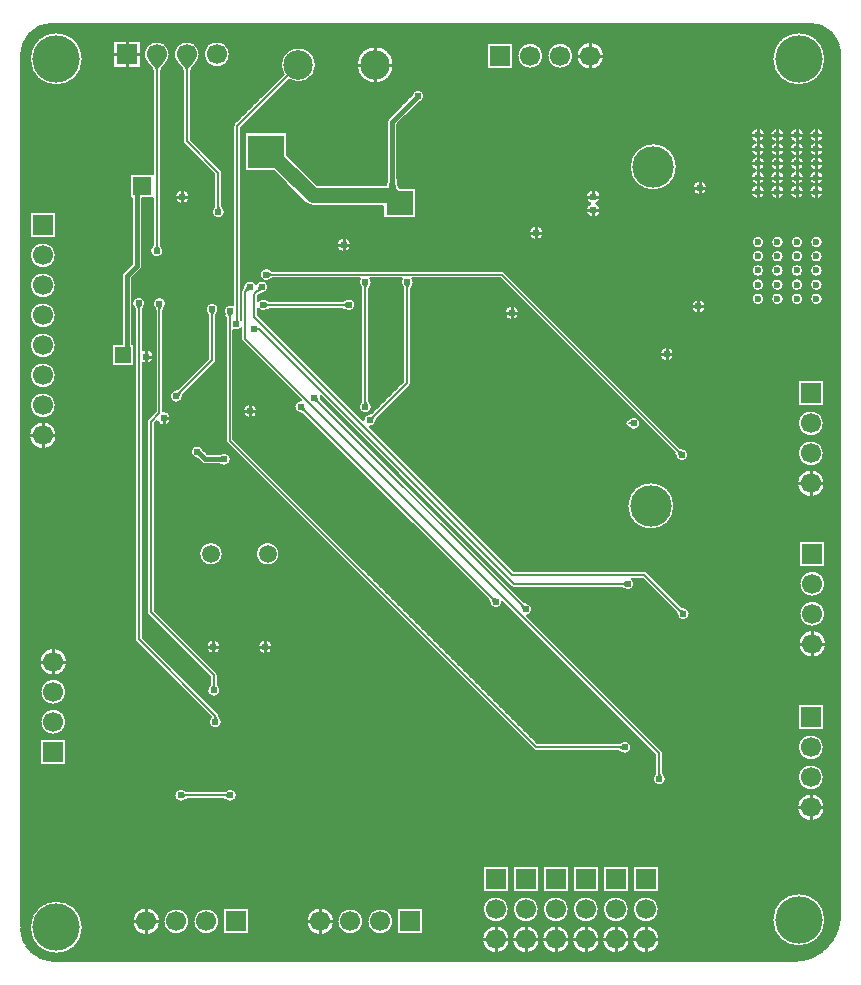
<source format=gbl>
G04*
G04 #@! TF.GenerationSoftware,Altium Limited,Altium Designer,20.0.2 (26)*
G04*
G04 Layer_Physical_Order=2*
G04 Layer_Color=16711680*
%FSLAX24Y24*%
%MOIN*%
G70*
G01*
G75*
%ADD13C,0.0100*%
%ADD51C,0.0070*%
%ADD52C,0.0500*%
%ADD54C,0.0150*%
%ADD56R,0.0550X0.0550*%
%ADD57R,0.0600X0.0600*%
%ADD68R,0.0669X0.0669*%
%ADD69C,0.0669*%
%ADD70C,0.1378*%
%ADD71C,0.1575*%
%ADD72C,0.0591*%
%ADD73C,0.0236*%
%ADD74C,0.0984*%
%ADD75R,0.0669X0.0669*%
%ADD76C,0.0240*%
%ADD77C,0.0050*%
%ADD78R,0.1200X0.1100*%
%ADD79R,0.0900X0.0800*%
G36*
X5637Y5615D02*
X5626Y5615D01*
X5616Y5613D01*
X5605Y5611D01*
X5595Y5607D01*
X5585Y5603D01*
X5575Y5597D01*
X5565Y5591D01*
X5555Y5584D01*
X5545Y5575D01*
X5536Y5566D01*
Y5734D01*
X5545Y5725D01*
X5555Y5716D01*
X5565Y5709D01*
X5575Y5703D01*
X5585Y5697D01*
X5595Y5693D01*
X5605Y5689D01*
X5616Y5687D01*
X5626Y5685D01*
X5637Y5685D01*
Y5615D01*
D02*
G37*
G36*
X6913Y5685D02*
X6924Y5685D01*
X6934Y5687D01*
X6945Y5689D01*
X6955Y5693D01*
X6965Y5697D01*
X6975Y5703D01*
X6985Y5709D01*
X6995Y5716D01*
X7005Y5725D01*
X7014Y5734D01*
Y5566D01*
X7005Y5575D01*
X6995Y5584D01*
X6985Y5591D01*
X6975Y5597D01*
X6965Y5603D01*
X6955Y5607D01*
X6945Y5611D01*
X6934Y5613D01*
X6924Y5615D01*
X6913Y5615D01*
Y5685D01*
D02*
G37*
G36*
X6635Y8287D02*
X6635Y8276D01*
X6637Y8266D01*
X6639Y8255D01*
X6643Y8245D01*
X6647Y8235D01*
X6653Y8225D01*
X6659Y8215D01*
X6666Y8205D01*
X6675Y8195D01*
X6684Y8186D01*
X6516D01*
X6525Y8195D01*
X6534Y8205D01*
X6541Y8215D01*
X6547Y8225D01*
X6553Y8235D01*
X6557Y8245D01*
X6561Y8255D01*
X6563Y8266D01*
X6565Y8276D01*
X6565Y8287D01*
X6635D01*
D02*
G37*
G36*
X6585Y9337D02*
X6585Y9326D01*
X6587Y9316D01*
X6589Y9305D01*
X6593Y9295D01*
X6597Y9285D01*
X6603Y9275D01*
X6609Y9265D01*
X6616Y9255D01*
X6625Y9245D01*
X6634Y9236D01*
X6466D01*
X6475Y9245D01*
X6484Y9255D01*
X6491Y9265D01*
X6497Y9275D01*
X6503Y9285D01*
X6507Y9295D01*
X6511Y9305D01*
X6513Y9316D01*
X6515Y9326D01*
X6515Y9337D01*
X6585D01*
D02*
G37*
G36*
X6083Y16933D02*
X6073Y16943D01*
X6041Y16970D01*
X6035Y16975D01*
X6030Y16978D01*
X6025Y16980D01*
X6020Y16981D01*
X6017Y16981D01*
X6119Y17115D01*
X6120Y17113D01*
X6121Y17110D01*
X6124Y17107D01*
X6132Y17097D01*
X6171Y17058D01*
X6083Y16933D01*
D02*
G37*
G36*
X5457Y19057D02*
X5450Y19050D01*
X5443Y19041D01*
X5438Y19032D01*
X5433Y19022D01*
X5429Y19012D01*
X5426Y19001D01*
X5423Y18990D01*
X5421Y18977D01*
X5420Y18965D01*
X5420Y18951D01*
X5301Y19070D01*
X5315Y19070D01*
X5327Y19071D01*
X5340Y19073D01*
X5351Y19076D01*
X5362Y19079D01*
X5372Y19083D01*
X5382Y19088D01*
X5391Y19093D01*
X5400Y19100D01*
X5407Y19107D01*
X5457Y19057D01*
D02*
G37*
G36*
X3725Y20566D02*
X3725Y20552D01*
X3728Y20503D01*
X3729Y20497D01*
X3731Y20492D01*
X3732Y20488D01*
X3734Y20486D01*
X3566D01*
X3568Y20488D01*
X3569Y20492D01*
X3571Y20497D01*
X3572Y20503D01*
X3573Y20510D01*
X3574Y20529D01*
X3575Y20566D01*
X3725D01*
D02*
G37*
G36*
X6734Y16925D02*
X6748Y16925D01*
X6797Y16928D01*
X6803Y16929D01*
X6808Y16931D01*
X6812Y16932D01*
X6814Y16934D01*
Y16766D01*
X6812Y16768D01*
X6808Y16769D01*
X6803Y16771D01*
X6797Y16772D01*
X6790Y16773D01*
X6771Y16774D01*
X6734Y16775D01*
Y16925D01*
D02*
G37*
G36*
X9557Y18443D02*
X9550Y18450D01*
X9541Y18457D01*
X9532Y18462D01*
X9522Y18467D01*
X9512Y18471D01*
X9501Y18474D01*
X9490Y18477D01*
X9477Y18479D01*
X9465Y18480D01*
X9451Y18480D01*
X9570Y18599D01*
X9570Y18585D01*
X9571Y18573D01*
X9573Y18560D01*
X9576Y18549D01*
X9579Y18538D01*
X9583Y18528D01*
X9588Y18518D01*
X9593Y18509D01*
X9600Y18500D01*
X9607Y18493D01*
X9557Y18443D01*
D02*
G37*
G36*
X20063Y7285D02*
X20074Y7285D01*
X20084Y7287D01*
X20095Y7289D01*
X20105Y7293D01*
X20115Y7297D01*
X20125Y7303D01*
X20135Y7309D01*
X20145Y7316D01*
X20155Y7325D01*
X20164Y7334D01*
Y7166D01*
X20155Y7175D01*
X20145Y7184D01*
X20135Y7191D01*
X20125Y7197D01*
X20115Y7203D01*
X20105Y7207D01*
X20095Y7211D01*
X20084Y7213D01*
X20074Y7215D01*
X20063Y7215D01*
Y7285D01*
D02*
G37*
G36*
X16843Y12007D02*
X16850Y12000D01*
X16859Y11993D01*
X16868Y11988D01*
X16878Y11983D01*
X16888Y11979D01*
X16899Y11976D01*
X16910Y11973D01*
X16923Y11971D01*
X16935Y11970D01*
X16949Y11970D01*
X16830Y11851D01*
X16830Y11865D01*
X16829Y11877D01*
X16827Y11890D01*
X16824Y11901D01*
X16821Y11912D01*
X16817Y11922D01*
X16812Y11932D01*
X16807Y11941D01*
X16800Y11950D01*
X16793Y11957D01*
X16843Y12007D01*
D02*
G37*
G36*
X15843Y12257D02*
X15850Y12250D01*
X15859Y12243D01*
X15868Y12238D01*
X15878Y12233D01*
X15888Y12229D01*
X15899Y12226D01*
X15910Y12223D01*
X15923Y12221D01*
X15935Y12220D01*
X15949Y12220D01*
X15830Y12101D01*
X15830Y12115D01*
X15829Y12127D01*
X15827Y12140D01*
X15824Y12151D01*
X15821Y12162D01*
X15817Y12172D01*
X15812Y12182D01*
X15807Y12191D01*
X15800Y12200D01*
X15793Y12207D01*
X15843Y12257D01*
D02*
G37*
G36*
X21435Y6387D02*
X21435Y6376D01*
X21437Y6366D01*
X21439Y6355D01*
X21443Y6345D01*
X21447Y6335D01*
X21453Y6325D01*
X21459Y6315D01*
X21466Y6305D01*
X21475Y6295D01*
X21484Y6286D01*
X21316D01*
X21325Y6295D01*
X21334Y6305D01*
X21341Y6315D01*
X21347Y6325D01*
X21353Y6335D01*
X21357Y6345D01*
X21361Y6355D01*
X21363Y6366D01*
X21365Y6376D01*
X21365Y6387D01*
X21435D01*
D02*
G37*
G36*
X22093Y11857D02*
X22100Y11850D01*
X22109Y11843D01*
X22118Y11838D01*
X22128Y11833D01*
X22138Y11829D01*
X22149Y11826D01*
X22160Y11823D01*
X22173Y11821D01*
X22185Y11820D01*
X22199Y11820D01*
X22080Y11701D01*
X22080Y11715D01*
X22079Y11727D01*
X22077Y11740D01*
X22074Y11751D01*
X22071Y11762D01*
X22067Y11772D01*
X22062Y11782D01*
X22057Y11791D01*
X22050Y11800D01*
X22043Y11807D01*
X22093Y11857D01*
D02*
G37*
G36*
X10007Y18743D02*
X10000Y18750D01*
X9991Y18757D01*
X9982Y18762D01*
X9972Y18767D01*
X9962Y18771D01*
X9951Y18774D01*
X9940Y18777D01*
X9927Y18779D01*
X9915Y18780D01*
X9901Y18780D01*
X10020Y18899D01*
X10020Y18885D01*
X10021Y18873D01*
X10023Y18860D01*
X10026Y18849D01*
X10029Y18838D01*
X10033Y18828D01*
X10038Y18818D01*
X10043Y18809D01*
X10050Y18800D01*
X10057Y18793D01*
X10007Y18743D01*
D02*
G37*
G36*
X11635Y18787D02*
X11635Y18776D01*
X11637Y18766D01*
X11639Y18755D01*
X11643Y18745D01*
X11647Y18735D01*
X11653Y18725D01*
X11659Y18715D01*
X11666Y18705D01*
X11675Y18695D01*
X11684Y18686D01*
X11516D01*
X11525Y18695D01*
X11534Y18705D01*
X11541Y18715D01*
X11547Y18725D01*
X11553Y18735D01*
X11557Y18745D01*
X11561Y18755D01*
X11563Y18766D01*
X11565Y18776D01*
X11565Y18787D01*
X11635D01*
D02*
G37*
G36*
X11907Y18257D02*
X11900Y18250D01*
X11893Y18241D01*
X11888Y18232D01*
X11883Y18222D01*
X11879Y18212D01*
X11876Y18201D01*
X11873Y18190D01*
X11871Y18177D01*
X11870Y18165D01*
X11870Y18151D01*
X11751Y18270D01*
X11765Y18270D01*
X11777Y18271D01*
X11790Y18273D01*
X11801Y18276D01*
X11812Y18279D01*
X11822Y18283D01*
X11832Y18288D01*
X11841Y18293D01*
X11850Y18300D01*
X11857Y18307D01*
X11907Y18257D01*
D02*
G37*
G36*
X20163Y12735D02*
X20174Y12735D01*
X20184Y12737D01*
X20195Y12739D01*
X20205Y12743D01*
X20215Y12747D01*
X20225Y12753D01*
X20235Y12759D01*
X20245Y12766D01*
X20255Y12775D01*
X20264Y12784D01*
Y12616D01*
X20255Y12625D01*
X20245Y12634D01*
X20235Y12641D01*
X20225Y12647D01*
X20215Y12653D01*
X20205Y12657D01*
X20195Y12661D01*
X20184Y12663D01*
X20174Y12665D01*
X20163Y12665D01*
Y12735D01*
D02*
G37*
G36*
X22043Y17157D02*
X22050Y17150D01*
X22059Y17143D01*
X22068Y17138D01*
X22078Y17133D01*
X22088Y17129D01*
X22099Y17126D01*
X22110Y17123D01*
X22123Y17121D01*
X22135Y17120D01*
X22149Y17120D01*
X22030Y17001D01*
X22030Y17015D01*
X22029Y17027D01*
X22027Y17040D01*
X22024Y17051D01*
X22021Y17062D01*
X22017Y17072D01*
X22012Y17082D01*
X22007Y17091D01*
X22000Y17100D01*
X21993Y17107D01*
X22043Y17157D01*
D02*
G37*
G36*
X4015Y21863D02*
X4015Y21874D01*
X4013Y21884D01*
X4011Y21895D01*
X4007Y21905D01*
X4003Y21915D01*
X3997Y21925D01*
X3991Y21935D01*
X3984Y21945D01*
X3975Y21955D01*
X3966Y21964D01*
X4134D01*
X4125Y21955D01*
X4116Y21945D01*
X4109Y21935D01*
X4103Y21925D01*
X4097Y21915D01*
X4093Y21905D01*
X4089Y21895D01*
X4087Y21884D01*
X4085Y21874D01*
X4085Y21863D01*
X4015D01*
D02*
G37*
G36*
X4704Y21852D02*
X4703Y21862D01*
X4702Y21873D01*
X4699Y21883D01*
X4696Y21894D01*
X4691Y21904D01*
X4686Y21914D01*
X4680Y21924D01*
X4672Y21934D01*
X4664Y21943D01*
X4655Y21953D01*
X4823D01*
X4813Y21943D01*
X4805Y21934D01*
X4798Y21924D01*
X4791Y21914D01*
X4786Y21904D01*
X4782Y21894D01*
X4778Y21883D01*
X4776Y21873D01*
X4774Y21862D01*
X4774Y21852D01*
X4704D01*
D02*
G37*
G36*
X6460Y21668D02*
X6460Y21679D01*
X6458Y21689D01*
X6456Y21699D01*
X6452Y21710D01*
X6448Y21720D01*
X6443Y21730D01*
X6436Y21740D01*
X6429Y21750D01*
X6421Y21759D01*
X6411Y21769D01*
X6579D01*
X6570Y21759D01*
X6562Y21750D01*
X6554Y21740D01*
X6548Y21730D01*
X6543Y21720D01*
X6538Y21710D01*
X6535Y21699D01*
X6532Y21689D01*
X6531Y21679D01*
X6530Y21668D01*
X6460D01*
D02*
G37*
G36*
X7040Y21622D02*
X7040Y21632D01*
X7038Y21642D01*
X7037Y21653D01*
X7034Y21663D01*
X7031Y21674D01*
X7026Y21685D01*
X7016Y21709D01*
X7009Y21721D01*
X7002Y21733D01*
X7165Y21691D01*
X7154Y21685D01*
X7145Y21678D01*
X7137Y21670D01*
X7130Y21662D01*
X7124Y21654D01*
X7119Y21644D01*
X7115Y21635D01*
X7112Y21625D01*
X7111Y21614D01*
X7110Y21603D01*
X7040Y21622D01*
D02*
G37*
G36*
X7365Y21523D02*
X7365Y21513D01*
X7366Y21503D01*
X7368Y21493D01*
X7371Y21482D01*
X7374Y21471D01*
X7378Y21460D01*
X7389Y21437D01*
X7395Y21425D01*
X7403Y21412D01*
X7240Y21454D01*
X7250Y21460D01*
X7260Y21468D01*
X7268Y21475D01*
X7275Y21483D01*
X7281Y21492D01*
X7286Y21501D01*
X7290Y21510D01*
X7293Y21520D01*
X7294Y21531D01*
X7295Y21542D01*
X7365Y21523D01*
D02*
G37*
G36*
X4685Y23987D02*
X4685Y23976D01*
X4687Y23966D01*
X4689Y23955D01*
X4693Y23945D01*
X4697Y23935D01*
X4703Y23925D01*
X4709Y23915D01*
X4716Y23905D01*
X4725Y23895D01*
X4734Y23886D01*
X4566D01*
X4575Y23895D01*
X4584Y23905D01*
X4591Y23915D01*
X4597Y23925D01*
X4603Y23935D01*
X4607Y23945D01*
X4611Y23955D01*
X4613Y23966D01*
X4615Y23976D01*
X4615Y23987D01*
X4685D01*
D02*
G37*
G36*
X3925Y25684D02*
X3925Y25698D01*
X3922Y25747D01*
X3921Y25753D01*
X3919Y25758D01*
X3918Y25762D01*
X3916Y25764D01*
X4084D01*
X4082Y25762D01*
X4081Y25758D01*
X4079Y25753D01*
X4078Y25747D01*
X4077Y25740D01*
X4076Y25721D01*
X4075Y25684D01*
X3925D01*
D02*
G37*
G36*
X6735Y25287D02*
X6735Y25276D01*
X6737Y25266D01*
X6739Y25255D01*
X6743Y25245D01*
X6747Y25235D01*
X6753Y25225D01*
X6759Y25215D01*
X6766Y25205D01*
X6775Y25195D01*
X6784Y25186D01*
X6616D01*
X6625Y25195D01*
X6634Y25205D01*
X6641Y25215D01*
X6647Y25225D01*
X6653Y25235D01*
X6657Y25245D01*
X6661Y25255D01*
X6663Y25266D01*
X6665Y25276D01*
X6665Y25287D01*
X6735D01*
D02*
G37*
G36*
X4615Y29816D02*
X4613Y29837D01*
X4607Y29860D01*
X4597Y29885D01*
X4583Y29911D01*
X4565Y29940D01*
X4543Y29970D01*
X4487Y30037D01*
X4454Y30073D01*
X4416Y30111D01*
X4884D01*
X4846Y30073D01*
X4757Y29970D01*
X4735Y29940D01*
X4717Y29911D01*
X4703Y29885D01*
X4693Y29860D01*
X4687Y29837D01*
X4685Y29816D01*
X4615D01*
D02*
G37*
G36*
X5615D02*
X5613Y29837D01*
X5607Y29860D01*
X5597Y29885D01*
X5583Y29911D01*
X5565Y29940D01*
X5543Y29970D01*
X5487Y30037D01*
X5454Y30073D01*
X5416Y30111D01*
X5884D01*
X5846Y30073D01*
X5757Y29970D01*
X5735Y29940D01*
X5717Y29911D01*
X5703Y29885D01*
X5693Y29860D01*
X5687Y29837D01*
X5685Y29816D01*
X5615D01*
D02*
G37*
G36*
X13349Y28830D02*
X13346Y28830D01*
X13342Y28828D01*
X13338Y28826D01*
X13333Y28822D01*
X13327Y28818D01*
X13313Y28805D01*
X13286Y28780D01*
X13180Y28886D01*
X13189Y28896D01*
X13222Y28933D01*
X13226Y28938D01*
X13228Y28942D01*
X13230Y28946D01*
X13230Y28949D01*
X13349Y28830D01*
D02*
G37*
G36*
X12576Y26300D02*
X12591Y26078D01*
X12600Y26018D01*
X12612Y25966D01*
X12625Y25920D01*
X12640Y25882D01*
X12658Y25851D01*
X12677Y25827D01*
X12323D01*
X12342Y25851D01*
X12360Y25882D01*
X12375Y25920D01*
X12388Y25966D01*
X12400Y26018D01*
X12409Y26078D01*
X12421Y26219D01*
X12425Y26388D01*
X12575D01*
X12576Y26300D01*
D02*
G37*
G36*
X12575Y25802D02*
X12578Y25753D01*
X12579Y25747D01*
X12581Y25742D01*
X12582Y25738D01*
X12584Y25736D01*
X12416D01*
X12418Y25738D01*
X12419Y25742D01*
X12421Y25747D01*
X12422Y25753D01*
X12423Y25760D01*
X12424Y25779D01*
X12425Y25816D01*
X12575D01*
X12575Y25802D01*
D02*
G37*
G36*
X8388Y23082D02*
X8398Y23073D01*
X8408Y23066D01*
X8418Y23060D01*
X8428Y23054D01*
X8438Y23050D01*
X8448Y23047D01*
X8459Y23044D01*
X8469Y23043D01*
X8480Y23042D01*
Y22972D01*
X8469Y22972D01*
X8459Y22970D01*
X8448Y22968D01*
X8438Y22964D01*
X8428Y22960D01*
X8418Y22954D01*
X8408Y22948D01*
X8398Y22941D01*
X8388Y22932D01*
X8379Y22923D01*
Y23091D01*
X8388Y23082D01*
D02*
G37*
G36*
X13075Y22655D02*
X13066Y22645D01*
X13059Y22635D01*
X13053Y22625D01*
X13047Y22615D01*
X13043Y22605D01*
X13039Y22595D01*
X13037Y22584D01*
X13035Y22574D01*
X13035Y22563D01*
X12965D01*
X12965Y22574D01*
X12963Y22584D01*
X12961Y22595D01*
X12957Y22605D01*
X12953Y22615D01*
X12947Y22625D01*
X12941Y22635D01*
X12934Y22645D01*
X12925Y22655D01*
X12916Y22664D01*
X13084D01*
X13075Y22655D01*
D02*
G37*
G36*
X11675D02*
X11666Y22645D01*
X11659Y22635D01*
X11653Y22625D01*
X11647Y22615D01*
X11643Y22605D01*
X11639Y22595D01*
X11637Y22584D01*
X11635Y22574D01*
X11635Y22563D01*
X11565D01*
X11565Y22574D01*
X11563Y22584D01*
X11561Y22595D01*
X11557Y22605D01*
X11553Y22615D01*
X11547Y22625D01*
X11541Y22635D01*
X11534Y22645D01*
X11525Y22655D01*
X11516Y22664D01*
X11684D01*
X11675Y22655D01*
D02*
G37*
G36*
X8149Y22480D02*
X8135Y22480D01*
X8123Y22479D01*
X8110Y22477D01*
X8099Y22474D01*
X8088Y22471D01*
X8078Y22467D01*
X8068Y22462D01*
X8059Y22457D01*
X8050Y22450D01*
X8043Y22443D01*
X7993Y22493D01*
X8000Y22500D01*
X8007Y22509D01*
X8012Y22518D01*
X8017Y22528D01*
X8021Y22538D01*
X8024Y22549D01*
X8027Y22560D01*
X8029Y22573D01*
X8030Y22585D01*
X8030Y22599D01*
X8149Y22480D01*
D02*
G37*
G36*
X7749D02*
X7735Y22480D01*
X7723Y22479D01*
X7710Y22477D01*
X7699Y22474D01*
X7688Y22471D01*
X7678Y22467D01*
X7668Y22462D01*
X7659Y22457D01*
X7650Y22450D01*
X7643Y22443D01*
X7593Y22493D01*
X7600Y22500D01*
X7607Y22509D01*
X7612Y22518D01*
X7617Y22528D01*
X7621Y22538D01*
X7624Y22549D01*
X7627Y22560D01*
X7629Y22573D01*
X7630Y22585D01*
X7630Y22599D01*
X7749Y22480D01*
D02*
G37*
G36*
X10964Y21916D02*
X10955Y21925D01*
X10945Y21934D01*
X10935Y21941D01*
X10925Y21947D01*
X10915Y21953D01*
X10905Y21957D01*
X10895Y21961D01*
X10884Y21963D01*
X10874Y21965D01*
X10863Y21965D01*
Y22035D01*
X10874Y22035D01*
X10884Y22037D01*
X10895Y22039D01*
X10905Y22043D01*
X10915Y22047D01*
X10925Y22053D01*
X10935Y22059D01*
X10945Y22066D01*
X10955Y22075D01*
X10964Y22084D01*
Y21916D01*
D02*
G37*
G36*
X8295Y22075D02*
X8305Y22066D01*
X8315Y22059D01*
X8325Y22053D01*
X8335Y22047D01*
X8345Y22043D01*
X8355Y22039D01*
X8366Y22037D01*
X8376Y22035D01*
X8387Y22035D01*
Y21965D01*
X8376Y21965D01*
X8366Y21963D01*
X8355Y21961D01*
X8345Y21957D01*
X8335Y21953D01*
X8325Y21947D01*
X8315Y21941D01*
X8305Y21934D01*
X8295Y21925D01*
X8286Y21916D01*
Y22084D01*
X8295Y22075D01*
D02*
G37*
D13*
X26637Y27657D02*
X26855D01*
X26637D02*
Y27875D01*
Y27439D02*
Y27657D01*
X25987Y27439D02*
Y27657D01*
Y27875D01*
Y27657D02*
X26205D01*
X26419D02*
X26637D01*
Y27185D02*
Y27403D01*
Y27185D02*
X26855D01*
X26419D02*
X26637D01*
X25987D02*
Y27403D01*
Y27185D02*
X26205D01*
X26637Y26712D02*
X26855D01*
X26637D02*
Y26930D01*
Y26967D02*
Y27185D01*
Y26494D02*
Y26712D01*
Y26240D02*
X26855D01*
X26637Y26022D02*
Y26240D01*
X26419D02*
X26637D01*
Y25767D02*
X26855D01*
X26637D02*
Y25985D01*
X26419Y25767D02*
X26637D01*
Y25549D02*
Y25767D01*
X26419Y26712D02*
X26637D01*
Y26240D02*
Y26458D01*
X25987Y26967D02*
Y27185D01*
Y26494D02*
Y26712D01*
Y26930D01*
Y26240D02*
X26205D01*
X25987Y25767D02*
X26205D01*
X25987Y26022D02*
Y26240D01*
X25769Y27657D02*
X25987D01*
X25337D02*
Y27875D01*
Y27657D02*
X25555D01*
X25119D02*
X25337D01*
Y27439D02*
Y27657D01*
X25769Y27185D02*
X25987D01*
Y26712D02*
X26205D01*
X25769D02*
X25987D01*
Y26240D02*
Y26458D01*
X25769Y26240D02*
X25987D01*
Y25767D02*
Y25985D01*
X25769Y25767D02*
X25987D01*
Y25549D02*
Y25767D01*
X25337Y27185D02*
X25555D01*
X25337Y26967D02*
Y27185D01*
Y27403D01*
Y26712D02*
X25555D01*
X25337D02*
Y26930D01*
X25119Y26712D02*
X25337D01*
Y26494D02*
Y26712D01*
Y26240D02*
Y26458D01*
X25119Y27185D02*
X25337D01*
Y26240D02*
X25555D01*
X25119D02*
X25337D01*
Y26022D02*
Y26240D01*
Y25767D02*
X25555D01*
X25337Y25549D02*
Y25767D01*
Y25985D01*
X25119Y25767D02*
X25337D01*
X24687Y27657D02*
X24905D01*
X24687D02*
Y27875D01*
X19100Y30300D02*
X19535D01*
X24469Y27657D02*
X24687D01*
Y27185D02*
Y27403D01*
Y27439D02*
Y27657D01*
X19100Y30300D02*
Y30735D01*
X18665Y30300D02*
X19100D01*
Y29865D02*
Y30300D01*
X24687Y27185D02*
X24905D01*
X24469D02*
X24687D01*
Y26967D02*
Y27185D01*
Y26712D02*
X24905D01*
X24687D02*
Y26930D01*
Y26494D02*
Y26712D01*
X24469D02*
X24687D01*
Y26240D02*
X24905D01*
X24687D02*
Y26458D01*
X24469Y26240D02*
X24687D01*
Y26022D02*
Y26240D01*
Y25767D02*
Y25985D01*
X24469Y25767D02*
X24687D01*
X24905D01*
X24687Y25549D02*
Y25767D01*
X22750Y25900D02*
X22970D01*
X22750Y25680D02*
Y25900D01*
Y26120D01*
X22530Y25900D02*
X22750D01*
X19200Y25600D02*
X19420D01*
X19200Y25150D02*
X19420D01*
X19200Y25600D02*
Y25820D01*
X18980Y25600D02*
X19200D01*
X18980Y25150D02*
X19200D01*
Y24930D02*
Y25150D01*
X17300Y24400D02*
X17520D01*
X17300Y24180D02*
Y24400D01*
Y24620D01*
X17080Y24400D02*
X17300D01*
X11930Y30000D02*
Y30592D01*
Y30000D02*
X12522D01*
X11337D02*
X11930D01*
Y29408D02*
Y30000D01*
X10881Y24000D02*
X11101D01*
X10661D02*
X10881D01*
Y24220D01*
Y23780D02*
Y24000D01*
X22706Y21944D02*
Y22164D01*
Y21944D02*
X22926D01*
X22486D02*
X22706D01*
Y21724D02*
Y21944D01*
X16485Y21735D02*
Y21955D01*
Y21735D02*
X16705D01*
X16485Y21515D02*
Y21735D01*
X16265D02*
X16485D01*
X21650Y20350D02*
X21870D01*
X21650D02*
Y20570D01*
X21430Y20350D02*
X21650D01*
Y20130D02*
Y20350D01*
X26450Y16050D02*
Y16485D01*
Y16050D02*
X26885D01*
X26015D02*
X26450D01*
Y15615D02*
Y16050D01*
X26500Y10700D02*
Y11135D01*
Y10265D02*
Y10700D01*
X26065D02*
X26500D01*
X26935D01*
X26450Y5250D02*
X26885D01*
X26450D02*
Y5685D01*
Y4815D02*
Y5250D01*
X26015D02*
X26450D01*
X20950Y850D02*
X21385D01*
X20950D02*
Y1285D01*
X20515Y850D02*
X20950D01*
Y415D02*
Y850D01*
X19950D02*
Y1285D01*
Y850D02*
X20385D01*
X19515D02*
X19950D01*
Y415D02*
Y850D01*
X18950D02*
Y1285D01*
X17950Y850D02*
Y1285D01*
X18950Y850D02*
X19385D01*
X18515D02*
X18950D01*
Y415D02*
Y850D01*
X17950D02*
X18385D01*
X17515D02*
X17950D01*
Y415D02*
Y850D01*
X16950D02*
Y1285D01*
X15950Y850D02*
Y1285D01*
X16950Y850D02*
X17385D01*
X16515D02*
X16950D01*
Y415D02*
Y850D01*
X15950D02*
X16385D01*
X15950Y415D02*
Y850D01*
X10100Y1450D02*
X10535D01*
X10100D02*
Y1885D01*
Y1015D02*
Y1450D01*
X15515Y850D02*
X15950D01*
X3650Y30350D02*
Y30785D01*
Y29915D02*
Y30350D01*
X3215D02*
X3650D01*
X4085D01*
X5500Y25600D02*
X5720D01*
X5500D02*
Y25820D01*
X5280Y25600D02*
X5500D01*
Y25380D02*
Y25600D01*
X4300Y20274D02*
X4520D01*
X4300Y20054D02*
Y20274D01*
Y20494D01*
X7760Y18460D02*
X7980D01*
X7760D02*
Y18680D01*
X7540Y18460D02*
X7760D01*
Y18240D02*
Y18460D01*
X8265Y10380D02*
Y10600D01*
X8045D02*
X8265D01*
X8485D01*
X8265D02*
Y10820D01*
X6535Y10600D02*
X6755D01*
X6535D02*
Y10820D01*
X6315Y10600D02*
X6535D01*
Y10380D02*
Y10600D01*
X9665Y1450D02*
X10100D01*
X4880Y18220D02*
X5100D01*
X4880Y18000D02*
Y18220D01*
X850Y17650D02*
X1285D01*
X850D02*
Y18085D01*
Y17215D02*
Y17650D01*
X415D02*
X850D01*
X1200Y10100D02*
X1635D01*
X1200D02*
Y10535D01*
X765Y10100D02*
X1200D01*
X4300Y1450D02*
Y1885D01*
X1200Y9665D02*
Y10100D01*
X4300Y1450D02*
X4735D01*
X3865D02*
X4300D01*
Y1015D02*
Y1450D01*
D51*
X17300Y7250D02*
X20250D01*
X7075Y17475D02*
X17300Y7250D01*
X7075Y17475D02*
Y21766D01*
X7105Y21795D01*
X4450Y18108D02*
X4739Y18397D01*
X4450Y11750D02*
Y18108D01*
Y11750D02*
X6550Y9650D01*
X4739Y18397D02*
Y22039D01*
X4050Y10850D02*
Y22050D01*
Y10850D02*
X6600Y8300D01*
X6700Y25100D02*
Y26400D01*
X5650Y27450D02*
X6700Y26400D01*
X5650Y27450D02*
Y30350D01*
X4650Y23800D02*
Y30350D01*
X11750Y18150D02*
X13000Y19400D01*
Y22750D01*
X8293Y23007D02*
X16143D01*
X22150Y17000D01*
X11600Y18600D02*
Y22750D01*
X8200Y22000D02*
X11050D01*
X5450Y5650D02*
X7100D01*
X9900Y18900D02*
X16950Y11850D01*
X9450Y18600D02*
X15950Y12100D01*
X16550Y12700D02*
X20350D01*
X8050Y21200D02*
X16550Y12700D01*
X7900Y21200D02*
X8050D01*
X21400Y6200D02*
Y7050D01*
X7600Y20850D02*
X21400Y7050D01*
X7600Y20850D02*
Y22450D01*
X7750Y22600D01*
X7330Y21380D02*
Y27959D01*
X7300Y21350D02*
X7330Y21380D01*
Y27959D02*
X9370Y30000D01*
X20900Y13000D02*
X22200Y11700D01*
X16500Y13000D02*
X20900D01*
X7900Y21600D02*
X16500Y13000D01*
X7900Y21600D02*
Y22350D01*
X8150Y22600D01*
X20400Y18050D02*
X20550D01*
X6550Y9150D02*
Y9650D01*
X6600Y8100D02*
Y8300D01*
X5300Y18950D02*
X6495Y20145D01*
Y21855D01*
D52*
X8300Y27200D02*
X8600Y26900D01*
X9850Y25650D01*
X12500D01*
D54*
X6000Y17100D02*
X6022D01*
X6272Y16850D01*
X6900D01*
X3650Y20400D02*
Y22950D01*
X4000Y23300D02*
Y25850D01*
X3650Y22950D02*
X4000Y23300D01*
X12500Y25650D02*
Y28100D01*
X13350Y28950D01*
D56*
X3525Y20325D02*
D03*
D57*
X4150Y25950D02*
D03*
D68*
X13100Y1450D02*
D03*
X7300D02*
D03*
X20950Y2850D02*
D03*
X19950D02*
D03*
X18950D02*
D03*
X17950D02*
D03*
X16950D02*
D03*
X15950D02*
D03*
X3650Y30350D02*
D03*
X16100Y30300D02*
D03*
X850Y24650D02*
D03*
D69*
X12100Y1450D02*
D03*
X11100D02*
D03*
X10100D02*
D03*
X6300D02*
D03*
X5300D02*
D03*
X4300D02*
D03*
X20950Y850D02*
D03*
Y1850D02*
D03*
X19950Y850D02*
D03*
Y1850D02*
D03*
X18950Y850D02*
D03*
Y1850D02*
D03*
X17950Y850D02*
D03*
Y1850D02*
D03*
X16950Y850D02*
D03*
Y1850D02*
D03*
X15950Y850D02*
D03*
Y1850D02*
D03*
X4650Y30350D02*
D03*
X5650D02*
D03*
X6650D02*
D03*
X26500Y12700D02*
D03*
Y11700D02*
D03*
Y10700D02*
D03*
X26450Y18050D02*
D03*
Y17050D02*
D03*
Y16050D02*
D03*
X17100Y30300D02*
D03*
X18100D02*
D03*
X19100D02*
D03*
X850Y19650D02*
D03*
Y20650D02*
D03*
Y21650D02*
D03*
Y22650D02*
D03*
Y23650D02*
D03*
Y18650D02*
D03*
Y17650D02*
D03*
X26450Y7250D02*
D03*
Y6250D02*
D03*
Y5250D02*
D03*
X1200Y8100D02*
D03*
Y9100D02*
D03*
Y10100D02*
D03*
D70*
X21118Y15297D02*
D03*
X21200Y26600D02*
D03*
D71*
X26050Y30200D02*
D03*
Y1500D02*
D03*
X1300Y1250D02*
D03*
Y30200D02*
D03*
D72*
X8345Y13700D02*
D03*
X6455D02*
D03*
D73*
X24687Y27657D02*
D03*
Y27185D02*
D03*
Y26712D02*
D03*
Y25767D02*
D03*
Y26240D02*
D03*
X25337Y27657D02*
D03*
Y27185D02*
D03*
Y26712D02*
D03*
Y25767D02*
D03*
Y26240D02*
D03*
X25987Y27657D02*
D03*
Y27185D02*
D03*
Y26712D02*
D03*
Y25767D02*
D03*
Y26240D02*
D03*
X26637Y27657D02*
D03*
Y27185D02*
D03*
Y26712D02*
D03*
Y25767D02*
D03*
Y26240D02*
D03*
Y22672D02*
D03*
Y22200D02*
D03*
Y23145D02*
D03*
Y23617D02*
D03*
Y24090D02*
D03*
X25987Y22672D02*
D03*
Y22200D02*
D03*
Y23145D02*
D03*
Y23617D02*
D03*
Y24090D02*
D03*
X25337Y22672D02*
D03*
Y22200D02*
D03*
Y23145D02*
D03*
Y23617D02*
D03*
Y24090D02*
D03*
X24687Y22672D02*
D03*
Y22200D02*
D03*
Y23145D02*
D03*
Y23617D02*
D03*
Y24090D02*
D03*
D74*
X9370Y30000D02*
D03*
X11930D02*
D03*
D75*
X26500Y13700D02*
D03*
X26450Y19050D02*
D03*
Y8250D02*
D03*
X1200Y7100D02*
D03*
D76*
X6900Y16850D02*
D03*
X6000Y17100D02*
D03*
X4739Y22039D02*
D03*
X4300Y20274D02*
D03*
X3400Y20200D02*
D03*
X3650Y20400D02*
D03*
X4000Y25850D02*
D03*
Y26100D02*
D03*
X6700Y25100D02*
D03*
X4650Y23800D02*
D03*
X8600Y27400D02*
D03*
Y26900D02*
D03*
X7900D02*
D03*
Y27400D02*
D03*
X13350Y28950D02*
D03*
X12950Y25250D02*
D03*
X12500D02*
D03*
X12950Y25650D02*
D03*
X12500D02*
D03*
X7760Y18460D02*
D03*
X4880Y18220D02*
D03*
X5500Y25600D02*
D03*
X10881Y24000D02*
D03*
X16485Y21735D02*
D03*
X19200Y25150D02*
D03*
Y25600D02*
D03*
X17300Y24400D02*
D03*
X22750Y25900D02*
D03*
X22706Y21944D02*
D03*
X21650Y20350D02*
D03*
X8265Y10600D02*
D03*
X6535D02*
D03*
X11750Y18150D02*
D03*
X13000Y22750D02*
D03*
X11600Y18600D02*
D03*
X11050Y22000D02*
D03*
X11600Y22750D02*
D03*
X5450Y5650D02*
D03*
X7100D02*
D03*
X16950Y11850D02*
D03*
X15950Y12100D02*
D03*
X9900Y18900D02*
D03*
X9450Y18600D02*
D03*
X20250Y7250D02*
D03*
X21400Y6200D02*
D03*
X7300Y21350D02*
D03*
X7105Y21795D02*
D03*
X7750Y22600D02*
D03*
X22200Y11700D02*
D03*
X20350Y12700D02*
D03*
X7900Y21200D02*
D03*
X8150Y22600D02*
D03*
X8200Y22000D02*
D03*
X20550Y18050D02*
D03*
X22150Y17000D02*
D03*
X8293Y23007D02*
D03*
X6550Y9150D02*
D03*
X6600Y8100D02*
D03*
X5300Y18950D02*
D03*
X6495Y21855D02*
D03*
X4050Y22050D02*
D03*
D77*
X27416Y30401D02*
G03*
X26450Y31366I-966J-1D01*
G01*
X26880Y27657D02*
G03*
X26579Y27421I-243J0D01*
G01*
X26694D02*
G03*
X26880Y27657I-57J236D01*
G01*
Y27185D02*
G03*
X26694Y27421I-243J0D01*
G01*
X26044D02*
G03*
X26230Y27657I-57J236D01*
G01*
Y27185D02*
G03*
X26044Y27421I-243J0D01*
G01*
X26694Y26948D02*
G03*
X26880Y27185I-57J236D01*
G01*
Y26712D02*
G03*
X26694Y26948I-243J0D01*
G01*
Y26476D02*
G03*
X26880Y26712I-57J236D01*
G01*
Y26240D02*
G03*
X26694Y26476I-243J0D01*
G01*
Y26004D02*
G03*
X26880Y26240I-57J236D01*
G01*
Y25767D02*
G03*
X26694Y26004I-243J0D01*
G01*
X26579D02*
G03*
X26880Y25767I57J-236D01*
G01*
X26579Y27421D02*
G03*
X26579Y26948I57J-236D01*
G01*
D02*
G03*
X26579Y26476I57J-236D01*
G01*
X26044Y26948D02*
G03*
X26230Y27185I-57J236D01*
G01*
Y26712D02*
G03*
X26044Y26948I-243J0D01*
G01*
Y26476D02*
G03*
X26230Y26712I-57J236D01*
G01*
X26579Y26476D02*
G03*
X26579Y26004I57J-236D01*
G01*
X26230Y26240D02*
G03*
X26044Y26476I-243J0D01*
G01*
Y26004D02*
G03*
X26230Y26240I-57J236D01*
G01*
Y25767D02*
G03*
X26044Y26004I-243J0D01*
G01*
X26932Y30200D02*
G03*
X26932Y30200I-882J0D01*
G01*
X26230Y27657D02*
G03*
X25929Y27421I-243J0D01*
G01*
X25580Y27657D02*
G03*
X25279Y27421I-243J0D01*
G01*
X25394D02*
G03*
X25580Y27657I-57J236D01*
G01*
X25929Y27421D02*
G03*
X25929Y26948I57J-236D01*
G01*
D02*
G03*
X25929Y26476I57J-236D01*
G01*
D02*
G03*
X25929Y26004I57J-236D01*
G01*
D02*
G03*
X26230Y25767I57J-236D01*
G01*
X25580Y27185D02*
G03*
X25394Y27421I-243J0D01*
G01*
X25580Y26712D02*
G03*
X25394Y26948I-243J0D01*
G01*
D02*
G03*
X25580Y27185I-57J236D01*
G01*
X25394Y26476D02*
G03*
X25580Y26712I-57J236D01*
G01*
X25279Y26948D02*
G03*
X25279Y26476I57J-236D01*
G01*
Y27421D02*
G03*
X25279Y26948I57J-236D01*
G01*
X25580Y26240D02*
G03*
X25394Y26476I-243J0D01*
G01*
Y26004D02*
G03*
X25580Y26240I-57J236D01*
G01*
X25279Y26476D02*
G03*
X25279Y26004I57J-236D01*
G01*
X25580Y25767D02*
G03*
X25394Y26004I-243J0D01*
G01*
X25279D02*
G03*
X25580Y25767I57J-236D01*
G01*
X26850Y24090D02*
G03*
X26850Y24090I-213J0D01*
G01*
Y23617D02*
G03*
X26850Y23617I-213J0D01*
G01*
X26200Y24090D02*
G03*
X26200Y24090I-213J0D01*
G01*
Y23617D02*
G03*
X26200Y23617I-213J0D01*
G01*
X26850Y23145D02*
G03*
X26850Y23145I-213J0D01*
G01*
Y22672D02*
G03*
X26850Y22672I-213J0D01*
G01*
Y22200D02*
G03*
X26850Y22200I-213J0D01*
G01*
X26200Y23145D02*
G03*
X26200Y23145I-213J0D01*
G01*
Y22200D02*
G03*
X26200Y22200I-213J0D01*
G01*
Y22672D02*
G03*
X26200Y22672I-213J0D01*
G01*
X25550Y24090D02*
G03*
X25550Y24090I-213J0D01*
G01*
Y23145D02*
G03*
X25550Y23145I-213J0D01*
G01*
Y23617D02*
G03*
X25550Y23617I-213J0D01*
G01*
Y22672D02*
G03*
X25550Y22672I-213J0D01*
G01*
Y22200D02*
G03*
X25550Y22200I-213J0D01*
G01*
X24744Y27421D02*
G03*
X24930Y27657I-57J236D01*
G01*
D02*
G03*
X24629Y27421I-243J0D01*
G01*
D02*
G03*
X24629Y26948I57J-236D01*
G01*
X19560Y30300D02*
G03*
X19560Y30300I-460J0D01*
G01*
X24930Y27185D02*
G03*
X24744Y27421I-243J0D01*
G01*
Y26948D02*
G03*
X24930Y27185I-57J236D01*
G01*
X18530Y30300D02*
G03*
X18530Y30300I-430J0D01*
G01*
X17530D02*
G03*
X17530Y30300I-430J0D01*
G01*
X24930Y26712D02*
G03*
X24744Y26948I-243J0D01*
G01*
Y26476D02*
G03*
X24930Y26712I-57J236D01*
G01*
Y26240D02*
G03*
X24744Y26476I-243J0D01*
G01*
Y26004D02*
G03*
X24930Y26240I-57J236D01*
G01*
X24629Y26948D02*
G03*
X24629Y26476I57J-236D01*
G01*
D02*
G03*
X24629Y26004I57J-236D01*
G01*
X24930Y25767D02*
G03*
X24744Y26004I-243J0D01*
G01*
X24900Y24090D02*
G03*
X24900Y24090I-213J0D01*
G01*
Y23617D02*
G03*
X24900Y23617I-213J0D01*
G01*
Y23145D02*
G03*
X24900Y23145I-213J0D01*
G01*
Y22672D02*
G03*
X24900Y22672I-213J0D01*
G01*
X24629Y26004D02*
G03*
X24930Y25767I57J-236D01*
G01*
X22995Y25900D02*
G03*
X22995Y25900I-245J0D01*
G01*
X21984Y26600D02*
G03*
X21984Y26600I-784J0D01*
G01*
X19445Y25600D02*
G03*
X19103Y25375I-245J0D01*
G01*
X19297D02*
G03*
X19445Y25600I-97J225D01*
G01*
Y25150D02*
G03*
X19297Y25375I-245J0D01*
G01*
X19103D02*
G03*
X19445Y25150I97J-225D01*
G01*
X17545Y24400D02*
G03*
X17545Y24400I-245J0D01*
G01*
X12547Y30000D02*
G03*
X12547Y30000I-617J0D01*
G01*
X13565Y28950D02*
G03*
X13138Y28983I-215J0D01*
G01*
X13382Y28737D02*
G03*
X13565Y28950I-32J213D01*
G01*
X12380Y28220D02*
G03*
X12330Y28100I120J-120D01*
G01*
X12380Y28220D02*
G03*
X12330Y28100I120J-120D01*
G01*
X16235Y23099D02*
G03*
X16143Y23137I-92J-92D01*
G01*
X16235Y23099D02*
G03*
X16143Y23137I-92J-92D01*
G01*
X13215Y22750D02*
G03*
X13173Y22877I-215J0D01*
G01*
X12827D02*
G03*
X12841Y22605I173J-127D01*
G01*
X11815Y22750D02*
G03*
X11773Y22877I-215J0D01*
G01*
X11427D02*
G03*
X11441Y22605I173J-127D01*
G01*
X11126Y24000D02*
G03*
X11126Y24000I-245J0D01*
G01*
X24900Y22200D02*
G03*
X24900Y22200I-213J0D01*
G01*
X22951Y21944D02*
G03*
X22951Y21944I-245J0D01*
G01*
X13159Y22605D02*
G03*
X13215Y22750I-159J145D01*
G01*
X16730Y21735D02*
G03*
X16730Y21735I-245J0D01*
G01*
X21895Y20350D02*
G03*
X21895Y20350I-245J0D01*
G01*
X20765Y18050D02*
G03*
X20377Y18178I-215J0D01*
G01*
X13092Y19308D02*
G03*
X13130Y19400I-92J92D01*
G01*
X13092Y19308D02*
G03*
X13130Y19400I-92J92D01*
G01*
X11759Y22605D02*
G03*
X11815Y22750I-159J145D01*
G01*
X11265Y22000D02*
G03*
X10905Y22159I-215J0D01*
G01*
X10905Y21841D02*
G03*
X11265Y22000I145J159D01*
G01*
X11815Y18600D02*
G03*
X11759Y18745I-215J0D01*
G01*
X11441Y18745D02*
G03*
X11815Y18600I159J-145D01*
G01*
X11740Y18365D02*
G03*
X11535Y18149I10J-215D01*
G01*
X10115Y18910D02*
G03*
X10107Y18960I-215J-10D01*
G01*
X26880Y18050D02*
G03*
X26880Y18050I-430J0D01*
G01*
X26910Y16050D02*
G03*
X26910Y16050I-460J0D01*
G01*
X26880Y17050D02*
G03*
X26880Y17050I-430J0D01*
G01*
X22365Y17000D02*
G03*
X22160Y17215I-215J0D01*
G01*
X21935Y16990D02*
G03*
X22365Y17000I215J10D01*
G01*
X26930Y11700D02*
G03*
X26930Y11700I-430J0D01*
G01*
Y12700D02*
G03*
X26930Y12700I-430J0D01*
G01*
X22415Y11700D02*
G03*
X22210Y11915I-215J0D01*
G01*
X26960Y10700D02*
G03*
X26960Y10700I-460J0D01*
G01*
X21985Y11690D02*
G03*
X22415Y11700I215J10D01*
G01*
X20377Y17922D02*
G03*
X20765Y18050I173J128D01*
G01*
X21902Y15297D02*
G03*
X21902Y15297I-784J0D01*
G01*
X20992Y13092D02*
G03*
X20900Y13130I-92J-92D01*
G01*
X20992Y13092D02*
G03*
X20900Y13130I-92J-92D01*
G01*
X20565Y12700D02*
G03*
X20482Y12870I-215J0D01*
G01*
X20205Y12541D02*
G03*
X20565Y12700I145J159D01*
G01*
X26880Y7250D02*
G03*
X26880Y7250I-430J0D01*
G01*
X21530Y7050D02*
G03*
X21492Y7142I-130J0D01*
G01*
X21530Y7050D02*
G03*
X21492Y7142I-130J0D01*
G01*
X27416Y1650D02*
G03*
X27416Y1696I-1516J0D01*
G01*
X25948Y134D02*
G03*
X27416Y1650I-48J1516D01*
G01*
X21615Y6200D02*
G03*
X21559Y6345I-215J0D01*
G01*
X26880Y6250D02*
G03*
X26880Y6250I-430J0D01*
G01*
X26910Y5250D02*
G03*
X26910Y5250I-460J0D01*
G01*
X26932Y1500D02*
G03*
X26932Y1500I-882J0D01*
G01*
X21241Y6345D02*
G03*
X21615Y6200I159J-145D01*
G01*
X21380Y1850D02*
G03*
X21380Y1850I-430J0D01*
G01*
X21410Y850D02*
G03*
X21410Y850I-460J0D01*
G01*
X20377Y18178D02*
G03*
X20377Y17922I23J-128D01*
G01*
X16458Y12608D02*
G03*
X16550Y12570I92J92D01*
G01*
X16458Y12608D02*
G03*
X16550Y12570I92J92D01*
G01*
X17165Y11850D02*
G03*
X16960Y12065I-215J0D01*
G01*
X16994Y11640D02*
G03*
X17165Y11850I-44J210D01*
G01*
X15735Y12090D02*
G03*
X16165Y12100I215J10D01*
G01*
X20105Y7091D02*
G03*
X20465Y7250I145J159D01*
G01*
D02*
G03*
X20105Y7409I-215J0D01*
G01*
X17208Y7158D02*
G03*
X17300Y7120I92J92D01*
G01*
X17208Y7158D02*
G03*
X17300Y7120I92J92D01*
G01*
X11749Y17935D02*
G03*
X11965Y18140I1J215D01*
G01*
X20380Y1850D02*
G03*
X20380Y1850I-430J0D01*
G01*
X20410Y850D02*
G03*
X20410Y850I-460J0D01*
G01*
X19410D02*
G03*
X19410Y850I-460J0D01*
G01*
X19380Y1850D02*
G03*
X19380Y1850I-430J0D01*
G01*
X18380D02*
G03*
X18380Y1850I-430J0D01*
G01*
X18410Y850D02*
G03*
X18410Y850I-460J0D01*
G01*
X17380Y1850D02*
G03*
X17380Y1850I-430J0D01*
G01*
X17410Y850D02*
G03*
X17410Y850I-460J0D01*
G01*
X16380Y1850D02*
G03*
X16380Y1850I-430J0D01*
G01*
X16410Y850D02*
G03*
X16410Y850I-460J0D01*
G01*
X12530Y1450D02*
G03*
X12530Y1450I-430J0D01*
G01*
X11530D02*
G03*
X11530Y1450I-430J0D01*
G01*
X9958Y30000D02*
G03*
X8874Y29687I-587J0D01*
G01*
X9058Y29503D02*
G03*
X9958Y30000I313J497D01*
G01*
X7238Y28051D02*
G03*
X7200Y27959I92J-92D01*
G01*
X7238Y28051D02*
G03*
X7200Y27959I92J-92D01*
G01*
X9606Y25406D02*
G03*
X9850Y25305I244J244D01*
G01*
X9606Y25406D02*
G03*
X9850Y25305I244J244D01*
G01*
X6915Y25100D02*
G03*
X6859Y25245I-215J0D01*
G01*
X7080Y30350D02*
G03*
X7080Y30350I-430J0D01*
G01*
X6080D02*
G03*
X5342Y30051I-430J0D01*
G01*
X5958D02*
G03*
X6080Y30350I-308J299D01*
G01*
X6830Y26400D02*
G03*
X6792Y26492I-130J0D01*
G01*
X6830Y26400D02*
G03*
X6792Y26492I-130J0D01*
G01*
X6541Y25245D02*
G03*
X6915Y25100I159J-145D01*
G01*
X8438Y23166D02*
G03*
X8438Y22848I-145J-159D01*
G01*
X8365Y22600D02*
G03*
X7950Y22679I-215J0D01*
G01*
X8160Y22385D02*
G03*
X8365Y22600I-10J215D01*
G01*
X7950Y22679D02*
G03*
X7535Y22610I-200J-79D01*
G01*
X8345Y22159D02*
G03*
X8030Y22132I-145J-159D01*
G01*
X7508Y22542D02*
G03*
X7470Y22450I92J-92D01*
G01*
X7508Y22542D02*
G03*
X7470Y22450I92J-92D01*
G01*
X8030Y21868D02*
G03*
X8345Y21841I170J132D01*
G01*
X7205Y21157D02*
G03*
X7470Y21218I95J193D01*
G01*
Y20850D02*
G03*
X7508Y20758I130J0D01*
G01*
X7470Y20850D02*
G03*
X7508Y20758I130J0D01*
G01*
X7200Y21988D02*
G03*
X6915Y21694I-95J-193D01*
G01*
X6710Y21855D02*
G03*
X6336Y21710I-215J0D01*
G01*
X6654Y21710D02*
G03*
X6710Y21855I-159J145D01*
G01*
X6587Y20053D02*
G03*
X6625Y20145I-92J92D01*
G01*
X6587Y20053D02*
G03*
X6625Y20145I-92J92D01*
G01*
X4958Y30051D02*
G03*
X5080Y30350I-308J299D01*
G01*
D02*
G03*
X4342Y30051I-430J0D01*
G01*
X5520Y27450D02*
G03*
X5558Y27358I130J0D01*
G01*
X5520Y27450D02*
G03*
X5558Y27358I130J0D01*
G01*
X5745Y25600D02*
G03*
X5745Y25600I-245J0D01*
G01*
X2182Y30200D02*
G03*
X2182Y30200I-882J0D01*
G01*
X1103Y31366D02*
G03*
X134Y30306I47J-1016D01*
G01*
X4491Y23945D02*
G03*
X4865Y23800I159J-145D01*
G01*
D02*
G03*
X4809Y23945I-215J0D01*
G01*
X4898Y21894D02*
G03*
X4954Y22039I-159J145D01*
G01*
D02*
G03*
X4580Y21894I-215J0D01*
G01*
X4209Y21905D02*
G03*
X4265Y22050I-159J145D01*
G01*
D02*
G03*
X3891Y21905I-215J0D01*
G01*
X4120Y23180D02*
G03*
X4170Y23300I-120J120D01*
G01*
X4120Y23180D02*
G03*
X4170Y23300I-120J120D01*
G01*
X3530Y23070D02*
G03*
X3480Y22950I120J-120D01*
G01*
X3530Y23070D02*
G03*
X3480Y22950I120J-120D01*
G01*
X4545Y20274D02*
G03*
X4180Y20487I-245J0D01*
G01*
Y20060D02*
G03*
X4545Y20274I120J214D01*
G01*
X1280Y23650D02*
G03*
X1280Y23650I-430J0D01*
G01*
Y22650D02*
G03*
X1280Y22650I-430J0D01*
G01*
Y21650D02*
G03*
X1280Y21650I-430J0D01*
G01*
Y20650D02*
G03*
X1280Y20650I-430J0D01*
G01*
X9451Y18815D02*
G03*
X9440Y18385I-1J-215D01*
G01*
X8005Y18460D02*
G03*
X8005Y18460I-245J0D01*
G01*
X6945Y17475D02*
G03*
X6983Y17383I130J0D01*
G01*
X6945Y17475D02*
G03*
X6983Y17383I130J0D01*
G01*
X8735Y13700D02*
G03*
X8735Y13700I-390J0D01*
G01*
X7115Y16850D02*
G03*
X6773Y17024I-215J0D01*
G01*
X6152Y16730D02*
G03*
X6272Y16680I120J120D01*
G01*
X6152Y16730D02*
G03*
X6272Y16680I120J120D01*
G01*
X6772Y16677D02*
G03*
X7115Y16850I128J173D01*
G01*
X6845Y13700D02*
G03*
X6845Y13700I-390J0D01*
G01*
X6206Y17160D02*
G03*
X5992Y16885I-206J-60D01*
G01*
X8510Y10600D02*
G03*
X8510Y10600I-245J0D01*
G01*
X6780D02*
G03*
X6780Y10600I-245J0D01*
G01*
X6680Y9650D02*
G03*
X6642Y9742I-130J0D01*
G01*
X6680Y9650D02*
G03*
X6642Y9742I-130J0D01*
G01*
X6765Y9150D02*
G03*
X6709Y9295I-215J0D01*
G01*
X10560Y1450D02*
G03*
X10560Y1450I-460J0D01*
G01*
X7315Y5650D02*
G03*
X6955Y5809I-215J0D01*
G01*
X6955Y5491D02*
G03*
X7315Y5650I145J159D01*
G01*
X6730Y8300D02*
G03*
X6692Y8392I-130J0D01*
G01*
X6730Y8300D02*
G03*
X6692Y8392I-130J0D01*
G01*
X6815Y8100D02*
G03*
X6759Y8245I-215J0D01*
G01*
X6441Y8245D02*
G03*
X6815Y8100I159J-145D01*
G01*
X6391Y9295D02*
G03*
X6765Y9150I159J-145D01*
G01*
X6730Y1450D02*
G03*
X6730Y1450I-430J0D01*
G01*
X5290Y19165D02*
G03*
X5515Y18940I10J-215D01*
G01*
X5125Y18220D02*
G03*
X4869Y18465I-245J0D01*
G01*
X4653Y18127D02*
G03*
X5125Y18220I227J93D01*
G01*
X4358Y18200D02*
G03*
X4320Y18108I92J-92D01*
G01*
X4358Y18200D02*
G03*
X4320Y18108I92J-92D01*
G01*
X1280Y18650D02*
G03*
X1280Y18650I-430J0D01*
G01*
X1310Y17650D02*
G03*
X1310Y17650I-460J0D01*
G01*
X1280Y19650D02*
G03*
X1280Y19650I-430J0D01*
G01*
X4320Y11750D02*
G03*
X4358Y11658I130J0D01*
G01*
X4320Y11750D02*
G03*
X4358Y11658I130J0D01*
G01*
X3920Y10850D02*
G03*
X3958Y10758I130J0D01*
G01*
X3920Y10850D02*
G03*
X3958Y10758I130J0D01*
G01*
X5730Y1450D02*
G03*
X5730Y1450I-430J0D01*
G01*
X5595Y5809D02*
G03*
X5595Y5491I-145J-159D01*
G01*
X4760Y1450D02*
G03*
X4760Y1450I-460J0D01*
G01*
X1630Y9100D02*
G03*
X1630Y9100I-430J0D01*
G01*
X1660Y10100D02*
G03*
X1660Y10100I-460J0D01*
G01*
X1630Y8100D02*
G03*
X1630Y8100I-430J0D01*
G01*
X2182Y1250D02*
G03*
X2182Y1250I-882J0D01*
G01*
X134Y1291D02*
G03*
X1154Y134I1091J-66D01*
G01*
X26929Y30280D02*
X27416D01*
X26924Y30320D02*
X27416D01*
X26932Y30200D02*
X27416D01*
X26931Y30240D02*
X27416D01*
X26909Y30400D02*
X27416D01*
X26899Y30440D02*
X27415D01*
X26918Y30360D02*
X27416D01*
X26918Y30040D02*
X27416D01*
X26909Y30000D02*
X27416D01*
X26899Y29960D02*
X27416D01*
X26931Y30160D02*
X27416D01*
X26929Y30120D02*
X27416D01*
X26924Y30080D02*
X27416D01*
X26887Y29920D02*
X27416D01*
X26872Y29880D02*
X27416D01*
X26837Y29800D02*
X27416D01*
X26887Y30480D02*
X27412D01*
X26872Y30520D02*
X27408D01*
X26856Y29840D02*
X27416D01*
X26732Y29640D02*
X27416D01*
X26697Y29600D02*
X27416D01*
X26657Y29560D02*
X27416D01*
X26815Y29760D02*
X27416D01*
X26790Y29720D02*
X27416D01*
X26763Y29680D02*
X27416D01*
X26879Y27640D02*
X27416D01*
X26873Y27600D02*
X27416D01*
X26860Y27560D02*
X27416D01*
X26838Y27520D02*
X27416D01*
X26872Y27720D02*
X27416D01*
X26857Y27760D02*
X27416D01*
X26879Y27680D02*
X27416D01*
X26880Y27200D02*
X27416D01*
X26879Y27160D02*
X27416D01*
X26871Y27120D02*
X27416D01*
X26861Y27280D02*
X27416D01*
X26839Y27320D02*
X27416D01*
X26874Y27240D02*
X27416D01*
X26422Y29400D02*
X27416D01*
X26320Y29360D02*
X27416D01*
X26734Y27880D02*
X27416D01*
X26115Y29320D02*
X27416D01*
X26612Y29520D02*
X27416D01*
X26560Y29480D02*
X27416D01*
X26498Y29440D02*
X27416D01*
X26750Y27400D02*
X27416D01*
X26746Y27440D02*
X27416D01*
X26805Y27360D02*
X27416D01*
X26834Y27800D02*
X27416D01*
X26797Y27840D02*
X27416D01*
X26804Y27480D02*
X27416D01*
X26732Y30760D02*
X27346D01*
X26697Y30800D02*
X27329D01*
X26790Y30680D02*
X27374D01*
X26763Y30720D02*
X27361D01*
X26612Y30880D02*
X27288D01*
X26560Y30920D02*
X27264D01*
X26657Y30840D02*
X27310D01*
X26837Y30600D02*
X27395D01*
X26815Y30640D02*
X27385D01*
X26856Y30560D02*
X27402D01*
X26320Y31040D02*
X27173D01*
X26115Y31080D02*
X27136D01*
X26498Y30960D02*
X27237D01*
X26422Y31000D02*
X27207D01*
X26147Y27840D02*
X26477D01*
X26084Y27880D02*
X26540D01*
X26184Y27800D02*
X26440D01*
X26207Y27760D02*
X26417D01*
X26222Y27720D02*
X26402D01*
X26224Y27240D02*
X26400D01*
X26223Y27600D02*
X26401D01*
X26229Y27640D02*
X26394D01*
X26229Y27680D02*
X26395D01*
X26230Y27200D02*
X26394D01*
X26229Y27160D02*
X26395D01*
X26221Y27120D02*
X26403D01*
X26154Y27480D02*
X26470D01*
X26096Y27440D02*
X26528D01*
X26100Y27400D02*
X26524D01*
X26210Y27560D02*
X26414D01*
X26188Y27520D02*
X26436D01*
X26189Y27320D02*
X26435D01*
X26155Y27360D02*
X26469D01*
X26211Y27280D02*
X26413D01*
X26844Y26840D02*
X27416D01*
X26813Y26880D02*
X27416D01*
X26875Y26760D02*
X27416D01*
X26864Y26800D02*
X27416D01*
X26856Y27080D02*
X27416D01*
X26832Y27040D02*
X27416D01*
X26795Y27000D02*
X27416D01*
X26853Y26600D02*
X27416D01*
X26827Y26560D02*
X27416D01*
X26820Y26400D02*
X27416D01*
X26880Y26720D02*
X27416D01*
X26878Y26680D02*
X27416D01*
X26869Y26640D02*
X27416D01*
X26730Y26960D02*
X27416D01*
X26763Y26920D02*
X27416D01*
X26786Y26520D02*
X27416D01*
X26709Y26480D02*
X27416D01*
X26775Y26440D02*
X27416D01*
X26880Y26240D02*
X27416D01*
X26877Y26200D02*
X27416D01*
X26867Y26160D02*
X27416D01*
X26849Y26120D02*
X27416D01*
X26866Y26320D02*
X27416D01*
X26848Y26360D02*
X27416D01*
X26877Y26280D02*
X27416D01*
X26878Y25800D02*
X27416D01*
X26869Y25840D02*
X27416D01*
X26880Y25760D02*
X27416D01*
X26826Y25920D02*
X27416D01*
X26820Y26080D02*
X27416D01*
X26852Y25880D02*
X27416D01*
X26776Y26040D02*
X27416D01*
X26785Y25960D02*
X27416D01*
X26707Y26000D02*
X27416D01*
X26206Y27080D02*
X26418D01*
X26194Y26840D02*
X26430D01*
X26182Y27040D02*
X26442D01*
X26225Y26760D02*
X26399D01*
X26214Y26800D02*
X26410D01*
X26230Y26720D02*
X26394D01*
X26228Y26680D02*
X26396D01*
X26219Y26640D02*
X26405D01*
X26203Y26600D02*
X26421D01*
X26145Y27000D02*
X26479D01*
X26080Y26960D02*
X26544D01*
X26163Y26880D02*
X26461D01*
X26113Y26920D02*
X26511D01*
X26177Y26560D02*
X26447D01*
X26136Y26520D02*
X26488D01*
X26059Y26480D02*
X26565D01*
X26216Y26320D02*
X26407D01*
X26198Y26360D02*
X26426D01*
X26217Y26160D02*
X26407D01*
X26199Y26120D02*
X26425D01*
X26230Y26240D02*
X26394D01*
X26227Y26280D02*
X26397D01*
X26227Y26200D02*
X26397D01*
X26176Y25920D02*
X26448D01*
X26202Y25880D02*
X26422D01*
X26228Y25800D02*
X26396D01*
X26219Y25840D02*
X26405D01*
X26230Y25760D02*
X26394D01*
X26170Y26400D02*
X26454D01*
X26125Y26440D02*
X26499D01*
X26126Y26040D02*
X26498D01*
X26170Y26080D02*
X26454D01*
X26135Y25960D02*
X26489D01*
X26057Y26000D02*
X26567D01*
X13545Y29040D02*
X27416D01*
X13521Y29080D02*
X27416D01*
X13565Y28960D02*
X27416D01*
X13559Y29000D02*
X27416D01*
X13396Y29160D02*
X27416D01*
X13482Y29120D02*
X27416D01*
X13504Y28800D02*
X27416D01*
X13451Y28760D02*
X27416D01*
X13363Y28720D02*
X27416D01*
X13563Y28920D02*
X27416D01*
X13553Y28880D02*
X27416D01*
X13535Y28840D02*
X27416D01*
X13240Y28600D02*
X27416D01*
X13200Y28560D02*
X27416D01*
X13160Y28520D02*
X27416D01*
X13120Y28480D02*
X27416D01*
X13320Y28680D02*
X27416D01*
X12074Y29400D02*
X25678D01*
X13280Y28640D02*
X27416D01*
X12960Y28320D02*
X27416D01*
X12920Y28280D02*
X27416D01*
X12880Y28240D02*
X27416D01*
X13080Y28440D02*
X27416D01*
X13040Y28400D02*
X27416D01*
X13000Y28360D02*
X27416D01*
X25557Y27760D02*
X25767D01*
X25534Y27800D02*
X25790D01*
X25572Y27720D02*
X25752D01*
X25579Y27640D02*
X25744D01*
X25579Y27680D02*
X25745D01*
X25573Y27600D02*
X25751D01*
X25538Y27520D02*
X25786D01*
X25505Y27360D02*
X25819D01*
X25560Y27560D02*
X25764D01*
X25539Y27320D02*
X25785D01*
X25561Y27280D02*
X25763D01*
X12720Y28080D02*
X27416D01*
X12680Y28040D02*
X27416D01*
X12670Y27960D02*
X27416D01*
X12670Y28000D02*
X27416D01*
X12840Y28200D02*
X27416D01*
X12800Y28160D02*
X27416D01*
X12760Y28120D02*
X27416D01*
X25434Y27880D02*
X25890D01*
X12670Y27920D02*
X27416D01*
X25446Y27440D02*
X25878D01*
X25504Y27480D02*
X25820D01*
X25497Y27840D02*
X25827D01*
X25450Y27400D02*
X25874D01*
X19504Y30520D02*
X25228D01*
X19479Y30560D02*
X25244D01*
X19538Y30440D02*
X25201D01*
X19523Y30480D02*
X25213D01*
X19556Y30360D02*
X25182D01*
X19549Y30400D02*
X25191D01*
X19559Y30320D02*
X25176D01*
X19559Y30280D02*
X25171D01*
X19523Y30120D02*
X25171D01*
X19504Y30080D02*
X25176D01*
X19556Y30240D02*
X25169D01*
X19549Y30200D02*
X25168D01*
X19538Y30160D02*
X25169D01*
X19359Y30680D02*
X25310D01*
X19287Y30720D02*
X25337D01*
X19448Y30600D02*
X25263D01*
X19409Y30640D02*
X25285D01*
X19479Y30040D02*
X25182D01*
X19448Y30000D02*
X25191D01*
X19409Y29960D02*
X25201D01*
X12513Y29800D02*
X25263D01*
X12498Y29760D02*
X25285D01*
X12479Y29720D02*
X25310D01*
X19359Y29920D02*
X25213D01*
X19287Y29880D02*
X25228D01*
X12526Y29840D02*
X25244D01*
X24884Y27800D02*
X25140D01*
X24910Y27560D02*
X25114D01*
X24907Y27760D02*
X25117D01*
X24888Y27520D02*
X25136D01*
X24889Y27320D02*
X25135D01*
X24855Y27360D02*
X25169D01*
X24911Y27280D02*
X25113D01*
X12362Y29560D02*
X25443D01*
X12317Y29520D02*
X25488D01*
X12262Y29480D02*
X25540D01*
X12457Y29680D02*
X25337D01*
X12431Y29640D02*
X25368D01*
X12399Y29600D02*
X25403D01*
X24784Y27880D02*
X25240D01*
X12189Y29440D02*
X25602D01*
X24796Y27440D02*
X25228D01*
X24854Y27480D02*
X25170D01*
X24847Y27840D02*
X25177D01*
X24800Y27400D02*
X25224D01*
X25574Y27240D02*
X25750D01*
X25571Y27120D02*
X25753D01*
X25580Y27200D02*
X25744D01*
X25579Y27160D02*
X25745D01*
X25575Y26760D02*
X25749D01*
X25580Y26720D02*
X25744D01*
X25578Y26680D02*
X25746D01*
X25495Y27000D02*
X25829D01*
X25430Y26960D02*
X25894D01*
X25513Y26880D02*
X25811D01*
X25463Y26920D02*
X25861D01*
X25556Y27080D02*
X25768D01*
X25532Y27040D02*
X25792D01*
X25544Y26840D02*
X25780D01*
X25527Y26560D02*
X25797D01*
X25486Y26520D02*
X25838D01*
X25409Y26480D02*
X25915D01*
X25569Y26640D02*
X25755D01*
X25564Y26800D02*
X25760D01*
X25553Y26600D02*
X25771D01*
X25577Y26280D02*
X25747D01*
X25569Y25840D02*
X25755D01*
X25580Y26240D02*
X25744D01*
X25577Y26200D02*
X25747D01*
X25578Y25800D02*
X25746D01*
X25580Y25760D02*
X25744D01*
X25575Y25720D02*
X25748D01*
X25520Y26400D02*
X25804D01*
X25475Y26440D02*
X25849D01*
X25548Y26360D02*
X25776D01*
X25567Y26160D02*
X25757D01*
X25566Y26320D02*
X25757D01*
X25549Y26120D02*
X25775D01*
X25476Y26040D02*
X25848D01*
X25407Y26000D02*
X25917D01*
X25485Y25960D02*
X25839D01*
X25526Y25920D02*
X25798D01*
X25520Y26080D02*
X25804D01*
X25552Y25880D02*
X25772D01*
X24813Y26920D02*
X25211D01*
X24780Y26960D02*
X25244D01*
X24906Y27080D02*
X25118D01*
X24882Y27040D02*
X25142D01*
X24845Y27000D02*
X25179D01*
X24877Y26560D02*
X25147D01*
X24863Y26880D02*
X25161D01*
X24836Y26520D02*
X25188D01*
X24914Y26800D02*
X25110D01*
X24894Y26840D02*
X25130D01*
X24903Y26600D02*
X25121D01*
X24917Y26160D02*
X25107D01*
X24825Y26440D02*
X25199D01*
X24759Y26480D02*
X25265D01*
X24870Y26400D02*
X25154D01*
X24916Y26320D02*
X25107D01*
X24898Y26360D02*
X25126D01*
X24899Y26120D02*
X25125D01*
X24826Y26040D02*
X25198D01*
X24757Y26000D02*
X25267D01*
X24835Y25960D02*
X25189D01*
X24876Y25920D02*
X25148D01*
X24870Y26080D02*
X25154D01*
X24902Y25880D02*
X25122D01*
X26813Y25600D02*
X27416D01*
X26788Y24240D02*
X27416D01*
X26838Y24160D02*
X27416D01*
X26819Y24200D02*
X27416D01*
X26875Y25720D02*
X27416D01*
X26864Y25680D02*
X27416D01*
X26844Y25640D02*
X27416D01*
X26830Y24000D02*
X27416D01*
X26806Y23960D02*
X27416D01*
X26766Y23920D02*
X27416D01*
X26850Y24080D02*
X27416D01*
X26848Y24120D02*
X27416D01*
X26844Y24040D02*
X27416D01*
X26764Y25560D02*
X27416D01*
X26114D02*
X26510D01*
X26733Y24280D02*
X27416D01*
X26083D02*
X26541D01*
X26156Y23960D02*
X26468D01*
X26138Y24240D02*
X26486D01*
X26116Y23920D02*
X26508D01*
X26675Y23880D02*
X27416D01*
X26747Y23800D02*
X27416D01*
X26025Y23880D02*
X26599D01*
X26097Y23800D02*
X26527D01*
X26849Y23600D02*
X27416D01*
X26842Y23560D02*
X27416D01*
X26827Y23520D02*
X27416D01*
X26802Y23280D02*
X27416D01*
X26841Y23680D02*
X27416D01*
X26824Y23720D02*
X27416D01*
X26849Y23640D02*
X27416D01*
X26849Y23120D02*
X27416D01*
X26840Y23080D02*
X27416D01*
X26822Y23040D02*
X27416D01*
X26843Y23200D02*
X27416D01*
X26828Y23240D02*
X27416D01*
X26850Y23160D02*
X27416D01*
X26800Y23480D02*
X27416D01*
X26795Y23760D02*
X27416D01*
X26758Y23320D02*
X27416D01*
X26755Y23440D02*
X27416D01*
X26150Y23480D02*
X26474D01*
X26145Y23760D02*
X26479D01*
X26105Y23440D02*
X26519D01*
X26793Y23000D02*
X27416D01*
X26743Y22960D02*
X27416D01*
X26093D02*
X26531D01*
X26152Y23280D02*
X26472D01*
X26108Y23320D02*
X26516D01*
X26143Y23000D02*
X26481D01*
X26194Y25640D02*
X26430D01*
X26163Y25600D02*
X26461D01*
X26188Y24160D02*
X26436D01*
X26169Y24200D02*
X26455D01*
X26225Y25720D02*
X26398D01*
X26214Y25680D02*
X26410D01*
X26198Y24120D02*
X26426D01*
X26194Y24040D02*
X26430D01*
X26180Y24000D02*
X26444D01*
X26174Y23720D02*
X26450D01*
X26200Y24080D02*
X26424D01*
X25513Y25600D02*
X25811D01*
X25488Y24240D02*
X25836D01*
X25538Y24160D02*
X25786D01*
X25519Y24200D02*
X25805D01*
X25564Y25680D02*
X25760D01*
X25544Y25640D02*
X25780D01*
X25548Y24120D02*
X25776D01*
X25506Y23960D02*
X25818D01*
X25495Y23760D02*
X25829D01*
X25524Y23720D02*
X25800D01*
X25550Y24080D02*
X25774D01*
X25544Y24040D02*
X25780D01*
X25530Y24000D02*
X25794D01*
X26192Y23560D02*
X26432D01*
X26191Y23680D02*
X26433D01*
X26178Y23240D02*
X26446D01*
X26177Y23520D02*
X26447D01*
X26199Y23600D02*
X26425D01*
X26199Y23640D02*
X26425D01*
X25549Y23600D02*
X25775D01*
X26193Y23200D02*
X26431D01*
X26190Y23080D02*
X26434D01*
X26172Y23040D02*
X26451D01*
X26200Y23160D02*
X26424D01*
X25550D02*
X25774D01*
X26199Y23120D02*
X26425D01*
X25527Y23520D02*
X25797D01*
X25500Y23480D02*
X25824D01*
X25502Y23280D02*
X25822D01*
X25549Y23640D02*
X25775D01*
X25541Y23680D02*
X25783D01*
X25542Y23560D02*
X25782D01*
X25528Y23240D02*
X25796D01*
X25522Y23040D02*
X25801D01*
X25493Y23000D02*
X25831D01*
X25549Y23120D02*
X25775D01*
X25543Y23200D02*
X25781D01*
X25540Y23080D02*
X25784D01*
X26837Y22600D02*
X27416D01*
X26834Y22280D02*
X27416D01*
X26850Y22200D02*
X27416D01*
X26846Y22240D02*
X27416D01*
X26850Y22680D02*
X27416D01*
X26845Y22720D02*
X27416D01*
X26848Y22640D02*
X27416D01*
X26880Y19360D02*
X27416D01*
X26880Y19400D02*
X27416D01*
X26880Y19320D02*
X27416D01*
X26846Y22160D02*
X27416D01*
X26834Y22120D02*
X27416D01*
X26880Y19440D02*
X27416D01*
X26831Y22760D02*
X27416D01*
X26818Y22560D02*
X27416D01*
X26786Y22520D02*
X27416D01*
X26729Y22480D02*
X27416D01*
X26769Y22840D02*
X27416D01*
X26685Y22880D02*
X27416D01*
X26808Y22800D02*
X27416D01*
X26813Y22080D02*
X27416D01*
X26778Y22040D02*
X27416D01*
X26711Y22000D02*
X27416D01*
X26778Y22360D02*
X27416D01*
X26711Y22400D02*
X27416D01*
X26813Y22320D02*
X27416D01*
X26880Y19120D02*
X27416D01*
X26880Y19160D02*
X27416D01*
X26880Y19000D02*
X27416D01*
X26880Y19040D02*
X27416D01*
X26880Y19240D02*
X27416D01*
X26880Y19280D02*
X27416D01*
X26880Y19200D02*
X27416D01*
X26880Y18720D02*
X27416D01*
X26880Y18840D02*
X27416D01*
X26880Y18680D02*
X27416D01*
X26880Y18920D02*
X27416D01*
X26880Y18960D02*
X27416D01*
X26880Y18880D02*
X27416D01*
X26784Y18320D02*
X27416D01*
X26747Y18360D02*
X27416D01*
X26835Y18240D02*
X27416D01*
X26813Y18280D02*
X27416D01*
X26880Y18640D02*
X27416D01*
X26630Y18440D02*
X27416D01*
X26699Y18400D02*
X27416D01*
X26880Y18040D02*
X27416D01*
X26879Y18080D02*
X27416D01*
X26877Y18000D02*
X27416D01*
X26865Y18160D02*
X27416D01*
X26853Y18200D02*
X27416D01*
X26874Y18120D02*
X27416D01*
X26119Y22840D02*
X26505D01*
X26181Y22760D02*
X26443D01*
X26158Y22800D02*
X26466D01*
X26200Y22680D02*
X26424D01*
X26195Y22720D02*
X26429D01*
X26198Y22640D02*
X26426D01*
X26079Y22480D02*
X26545D01*
X26187Y22600D02*
X26437D01*
X26168Y22560D02*
X26456D01*
X26136Y22520D02*
X26488D01*
X26035Y22880D02*
X26589D01*
X25531Y22760D02*
X25793D01*
X25508Y22800D02*
X25816D01*
X25550Y22680D02*
X25774D01*
X25545Y22720D02*
X25779D01*
X25548Y22640D02*
X25776D01*
X26061Y22400D02*
X26563D01*
X25537Y22600D02*
X25787D01*
X25518Y22560D02*
X25806D01*
X25486Y22520D02*
X25838D01*
X26163Y22320D02*
X26461D01*
X26128Y22360D02*
X26496D01*
X26184Y22120D02*
X26439D01*
X26184Y22280D02*
X26439D01*
X26200Y22200D02*
X26424D01*
X26196Y22240D02*
X26428D01*
X26196Y22160D02*
X26428D01*
X26880Y18800D02*
X27416D01*
X26880Y19080D02*
X27416D01*
X26880Y18760D02*
X27416D01*
X26163Y22080D02*
X26461D01*
X26128Y22040D02*
X26496D01*
X26880Y18620D02*
Y19480D01*
X25534Y22280D02*
X25789D01*
X25513Y22320D02*
X25811D01*
X25534Y22120D02*
X25789D01*
X25550Y22200D02*
X25774D01*
X25546Y22240D02*
X25778D01*
X25546Y22160D02*
X25778D01*
X26061Y22000D02*
X26563D01*
X26020Y19480D02*
X26880D01*
X26020Y18620D02*
X26880D01*
X25513Y22080D02*
X25811D01*
X25478Y22040D02*
X25846D01*
X26020Y18620D02*
Y19480D01*
X19386Y25440D02*
X27416D01*
X19376Y25320D02*
X27416D01*
X19428Y25240D02*
X27416D01*
X19408Y25280D02*
X27416D01*
X25464Y25560D02*
X25860D01*
X19432Y25520D02*
X27416D01*
X19414Y25480D02*
X27416D01*
X19435Y25080D02*
X27416D01*
X19419Y25040D02*
X27416D01*
X19394Y25000D02*
X27416D01*
X19445Y25160D02*
X27416D01*
X19440Y25200D02*
X27416D01*
X19443Y25120D02*
X27416D01*
X19284Y24920D02*
X27416D01*
X17349Y24640D02*
X27416D01*
X17486Y24560D02*
X27416D01*
X17442Y24600D02*
X27416D01*
X19342Y25400D02*
X27416D01*
X19326Y25360D02*
X27416D01*
X19355Y24960D02*
X27416D01*
X17545Y24400D02*
X27416D01*
X17542Y24360D02*
X27416D01*
X17532Y24320D02*
X27416D01*
X17532Y24480D02*
X27416D01*
X17514Y24520D02*
X27416D01*
X17542Y24440D02*
X27416D01*
X25433Y24280D02*
X25891D01*
X25375Y23880D02*
X25949D01*
X25447Y23800D02*
X25877D01*
X25443Y22960D02*
X25881D01*
X25466Y23920D02*
X25858D01*
X25455Y23440D02*
X25869D01*
X25458Y23320D02*
X25866D01*
X25411Y22400D02*
X25913D01*
X25385Y22880D02*
X25939D01*
X25411Y22000D02*
X25913D01*
X25469Y22840D02*
X25855D01*
X25429Y22480D02*
X25895D01*
X25478Y22360D02*
X25846D01*
X11066Y23840D02*
X27416D01*
X16414Y22920D02*
X27416D01*
X24783Y24280D02*
X25241D01*
X24725Y23880D02*
X25299D01*
X24735Y22880D02*
X25289D01*
X16894Y22440D02*
X27416D01*
X24779Y22480D02*
X25245D01*
X24761Y22400D02*
X25263D01*
X24761Y22000D02*
X25263D01*
X24894Y25640D02*
X25130D01*
X24888Y24160D02*
X25136D01*
X24894Y24040D02*
X25130D01*
X24880Y24000D02*
X25144D01*
X24914Y25680D02*
X25110D01*
X24898Y24120D02*
X25126D01*
X24900Y24080D02*
X25124D01*
X24891Y23680D02*
X25133D01*
X24877Y23520D02*
X25147D01*
X24878Y23240D02*
X25146D01*
X24899Y23600D02*
X25125D01*
X24899Y23640D02*
X25125D01*
X24892Y23560D02*
X25132D01*
X24838Y24240D02*
X25186D01*
X24814Y25560D02*
X25210D01*
X24816Y23920D02*
X25208D01*
X24797Y23800D02*
X25227D01*
X24869Y24200D02*
X25155D01*
X24863Y25600D02*
X25161D01*
X24856Y23960D02*
X25168D01*
X24845Y23760D02*
X25179D01*
X24805Y23440D02*
X25219D01*
X24808Y23320D02*
X25216D01*
X24874Y23720D02*
X25150D01*
X24850Y23480D02*
X25174D01*
X24852Y23280D02*
X25172D01*
X24893Y23200D02*
X25131D01*
X24890Y23080D02*
X25134D01*
X24898Y22640D02*
X25126D01*
X24895Y22720D02*
X25129D01*
X24900Y23160D02*
X25124D01*
X24899Y23120D02*
X25125D01*
X24900Y22680D02*
X25124D01*
X24887Y22600D02*
X25137D01*
X24884Y22280D02*
X25139D01*
X24884Y22120D02*
X25139D01*
X24900Y22200D02*
X25124D01*
X24896Y22240D02*
X25128D01*
X24896Y22160D02*
X25128D01*
X24843Y23000D02*
X25181D01*
X24793Y22960D02*
X25231D01*
X24819Y22840D02*
X25205D01*
X24872Y23040D02*
X25151D01*
X24858Y22800D02*
X25166D01*
X24881Y22760D02*
X25143D01*
X24836Y22520D02*
X25188D01*
X24828Y22360D02*
X25196D01*
X24828Y22040D02*
X25196D01*
X24868Y22560D02*
X25156D01*
X24863Y22320D02*
X25161D01*
X24863Y22080D02*
X25161D01*
X22927Y21840D02*
X27416D01*
X22903Y21800D02*
X27416D01*
X22867Y21760D02*
X27416D01*
X22804Y21720D02*
X27416D01*
X22950Y21960D02*
X27416D01*
X22949Y21920D02*
X27416D01*
X22942Y21880D02*
X27416D01*
X18334Y21000D02*
X27416D01*
X18294Y21040D02*
X27416D01*
X18374Y20960D02*
X27416D01*
X18214Y21120D02*
X27416D01*
X18174Y21160D02*
X27416D01*
X18254Y21080D02*
X27416D01*
X17814Y21520D02*
X27416D01*
X17774Y21560D02*
X27416D01*
X17894Y21440D02*
X27416D01*
X17854Y21480D02*
X27416D01*
X17694Y21640D02*
X27416D01*
X17654Y21680D02*
X27416D01*
X17734Y21600D02*
X27416D01*
X18094Y21240D02*
X27416D01*
X18054Y21280D02*
X27416D01*
X18134Y21200D02*
X27416D01*
X17974Y21360D02*
X27416D01*
X17934Y21400D02*
X27416D01*
X18014Y21320D02*
X27416D01*
X21890Y20400D02*
X27416D01*
X21878Y20440D02*
X27416D01*
X21895Y20360D02*
X27416D01*
X21893Y20320D02*
X27416D01*
X21826Y20520D02*
X27416D01*
X21776Y20560D02*
X27416D01*
X21858Y20480D02*
X27416D01*
X21805Y20160D02*
X27416D01*
X21734Y20120D02*
X27416D01*
X19374Y19960D02*
X27416D01*
X21885Y20280D02*
X27416D01*
X21869Y20240D02*
X27416D01*
X21844Y20200D02*
X27416D01*
X18574Y20760D02*
X27416D01*
X18534Y20800D02*
X27416D01*
X18614Y20720D02*
X27416D01*
X18454Y20880D02*
X27416D01*
X18414Y20920D02*
X27416D01*
X18494Y20840D02*
X27416D01*
X19294Y20040D02*
X27416D01*
X19254Y20080D02*
X27416D01*
X19334Y20000D02*
X27416D01*
X18694Y20640D02*
X27416D01*
X18654Y20680D02*
X27416D01*
X18734Y20600D02*
X27416D01*
X20054Y19280D02*
X26020D01*
X20014Y19320D02*
X26020D01*
X20134Y19200D02*
X26020D01*
X20094Y19240D02*
X26020D01*
X19934Y19400D02*
X26020D01*
X19974Y19360D02*
X26020D01*
X20334Y19000D02*
X26020D01*
X20294Y19040D02*
X26020D01*
X20374Y18960D02*
X26020D01*
X20214Y19120D02*
X26020D01*
X20174Y19160D02*
X26020D01*
X20254Y19080D02*
X26020D01*
X19574Y19760D02*
X27416D01*
X19534Y19800D02*
X27416D01*
X19654Y19680D02*
X27416D01*
X19614Y19720D02*
X27416D01*
X19454Y19880D02*
X27416D01*
X19414Y19920D02*
X27416D01*
X19494Y19840D02*
X27416D01*
X19734Y19600D02*
X27416D01*
X19694Y19640D02*
X27416D01*
X19774Y19560D02*
X27416D01*
X19854Y19480D02*
X27416D01*
X19814Y19520D02*
X27416D01*
X19894Y19440D02*
X26020D01*
X20934Y18400D02*
X26201D01*
X20894Y18440D02*
X26270D01*
X21014Y18320D02*
X26116D01*
X20974Y18360D02*
X26153D01*
X21094Y18240D02*
X26065D01*
X21054Y18280D02*
X26087D01*
X21134Y18200D02*
X26047D01*
X21214Y18120D02*
X26026D01*
X21174Y18160D02*
X26035D01*
X21374Y17960D02*
X26030D01*
X21294Y18040D02*
X26020D01*
X21254Y18080D02*
X26021D01*
X21334Y18000D02*
X26023D01*
X20574Y18760D02*
X26020D01*
X20534Y18800D02*
X26020D01*
X20614Y18720D02*
X26020D01*
X20454Y18880D02*
X26020D01*
X20414Y18920D02*
X26020D01*
X20494Y18840D02*
X26020D01*
X20814Y18520D02*
X27416D01*
X20774Y18560D02*
X27416D01*
X20854Y18480D02*
X27416D01*
X20694Y18640D02*
X26020D01*
X20654Y18680D02*
X26020D01*
X20734Y18600D02*
X27416D01*
X24922Y27720D02*
X25102D01*
X24929Y27640D02*
X25094D01*
X24929Y27680D02*
X25095D01*
X24923Y27600D02*
X25101D01*
X18191Y30720D02*
X18913D01*
X18300Y30680D02*
X18841D01*
X18408Y30600D02*
X18752D01*
X18363Y30640D02*
X18791D01*
X18442Y30560D02*
X18721D01*
X18191Y29880D02*
X18913D01*
X18408Y30000D02*
X18752D01*
X18363Y29960D02*
X18791D01*
X18300Y29920D02*
X18841D01*
X24930Y27200D02*
X25094D01*
X24924Y27240D02*
X25100D01*
X24929Y27160D02*
X25095D01*
X24921Y27120D02*
X25103D01*
X24925Y26760D02*
X25099D01*
X21958Y26800D02*
X24460D01*
X21946Y26840D02*
X24480D01*
X21967Y26760D02*
X24449D01*
X21510Y27320D02*
X24485D01*
X21392Y27360D02*
X24519D01*
X21787Y27120D02*
X24453D01*
X21590Y27280D02*
X24463D01*
X21705Y27200D02*
X24444D01*
X21653Y27240D02*
X24450D01*
X21749Y27160D02*
X24445D01*
X21896Y26960D02*
X24594D01*
X21874Y27000D02*
X24529D01*
X21916Y26920D02*
X24561D01*
X21849Y27040D02*
X24492D01*
X21820Y27080D02*
X24468D01*
X21932Y26880D02*
X24511D01*
X18490Y30480D02*
X18677D01*
X18469Y30520D02*
X18696D01*
X18518Y30400D02*
X18651D01*
X18506Y30440D02*
X18662D01*
X17490Y30480D02*
X17710D01*
X17469Y30520D02*
X17731D01*
X17506Y30440D02*
X17694D01*
X18525Y30360D02*
X18644D01*
X18529Y30320D02*
X18641D01*
X17525Y30360D02*
X17675D01*
X17518Y30400D02*
X17682D01*
X17529Y30320D02*
X17671D01*
X17300Y30680D02*
X17900D01*
X17191Y30720D02*
X18009D01*
X17408Y30600D02*
X17792D01*
X17363Y30640D02*
X17837D01*
X17442Y30560D02*
X17758D01*
X16530Y30640D02*
X16837D01*
X16530Y30560D02*
X16758D01*
X16530Y30400D02*
X16682D01*
X16530Y30360D02*
X16675D01*
X16530Y30320D02*
X16671D01*
X16530Y29870D02*
Y30730D01*
Y30280D02*
X16671D01*
X18529D02*
X18641D01*
X18525Y30240D02*
X18644D01*
X18518Y30200D02*
X18651D01*
X18506Y30160D02*
X18662D01*
X17529Y30280D02*
X17671D01*
X17525Y30240D02*
X17675D01*
X17518Y30200D02*
X17682D01*
X18490Y30120D02*
X18677D01*
X18469Y30080D02*
X18696D01*
X18442Y30040D02*
X18721D01*
X17506Y30160D02*
X17694D01*
X17490Y30120D02*
X17710D01*
X17469Y30080D02*
X17731D01*
X17442Y30040D02*
X17758D01*
X16530D02*
X16758D01*
X17408Y30000D02*
X17792D01*
X16530Y30120D02*
X16710D01*
X16530Y30240D02*
X16675D01*
X16530Y30080D02*
X16731D01*
X17363Y29960D02*
X17837D01*
X17300Y29920D02*
X17900D01*
X17191Y29880D02*
X18009D01*
X16530Y29960D02*
X16837D01*
X16530Y30000D02*
X16792D01*
X16530Y29920D02*
X16900D01*
X24930Y26720D02*
X25094D01*
X24928Y26680D02*
X25096D01*
X24919Y26640D02*
X25105D01*
X24930Y26240D02*
X25094D01*
X24927Y26280D02*
X25097D01*
X24927Y26200D02*
X25097D01*
X21975Y26480D02*
X24615D01*
X21967Y26440D02*
X24549D01*
X21983Y26560D02*
X24497D01*
X21980Y26520D02*
X24538D01*
X21958Y26400D02*
X24504D01*
X22916Y26080D02*
X24504D01*
X24919Y25840D02*
X25105D01*
X24930Y25760D02*
X25094D01*
X24928Y25800D02*
X25096D01*
X24925Y25720D02*
X25098D01*
X22974Y26000D02*
X24617D01*
X22951Y26040D02*
X24548D01*
X22988Y25960D02*
X24539D01*
X19442Y25560D02*
X24560D01*
X22994Y25920D02*
X24498D01*
X19442Y25640D02*
X24480D01*
X19445Y25600D02*
X24511D01*
X17514Y24280D02*
X24591D01*
X17486Y24240D02*
X24536D01*
X17442Y24200D02*
X24505D01*
X17349Y24160D02*
X24486D01*
X16534Y22800D02*
X24516D01*
X21984Y26600D02*
X24471D01*
X21946Y26360D02*
X24476D01*
X22858Y26120D02*
X24475D01*
X21932Y26320D02*
X24457D01*
X21980Y26680D02*
X24446D01*
X21975Y26720D02*
X24444D01*
X21983Y26640D02*
X24455D01*
X22994Y25880D02*
X24472D01*
X21916Y26280D02*
X24447D01*
X21896Y26240D02*
X24444D01*
X21874Y26200D02*
X24447D01*
X21849Y26160D02*
X24457D01*
X21820Y26120D02*
X22642D01*
X21787Y26080D02*
X22584D01*
X21749Y26040D02*
X22549D01*
X21705Y26000D02*
X22526D01*
X21653Y25960D02*
X22512D01*
X21590Y25920D02*
X22506D01*
X21510Y25880D02*
X22506D01*
X22988Y25840D02*
X24455D01*
X22974Y25800D02*
X24446D01*
X22951Y25760D02*
X24444D01*
X19386D02*
X22549D01*
X21392Y25840D02*
X22512D01*
X19249D02*
X21008D01*
X19342Y25800D02*
X22526D01*
X22916Y25720D02*
X24448D01*
X22858Y25680D02*
X24460D01*
X19432D02*
X22642D01*
X19414Y25720D02*
X22584D01*
X16530Y30680D02*
X16900D01*
X16530Y30720D02*
X17009D01*
X16530Y30520D02*
X16731D01*
X16530Y30600D02*
X16792D01*
X16530Y30480D02*
X16710D01*
X15670Y30730D02*
X16530D01*
Y30440D02*
X16694D01*
X16530Y29880D02*
X17009D01*
X12670Y27720D02*
X24452D01*
X12670Y27680D02*
X24445D01*
X16530Y30160D02*
X16694D01*
X16530Y30200D02*
X16682D01*
X15670Y29870D02*
X16530D01*
X12547Y30000D02*
X15670D01*
X12545Y30040D02*
X15670D01*
X12545Y29960D02*
X15670D01*
X12535Y29880D02*
X15670D01*
X12317Y30480D02*
X15670D01*
X12262Y30520D02*
X15670D01*
X12541Y30080D02*
X15670D01*
X12670Y27840D02*
X24527D01*
X12670Y27880D02*
X24590D01*
X12670Y27800D02*
X24490D01*
X12670Y27640D02*
X24444D01*
X12670Y27760D02*
X24467D01*
X12670Y27600D02*
X24451D01*
X12670Y27000D02*
X20526D01*
X12670Y27040D02*
X20551D01*
X12670Y26920D02*
X20484D01*
X12670Y26960D02*
X20504D01*
X12670Y26840D02*
X20454D01*
X12670Y26880D02*
X20468D01*
X12670Y26800D02*
X20442D01*
X12670Y26720D02*
X20425D01*
X12670Y26760D02*
X20433D01*
X12670Y26680D02*
X20420D01*
X12670Y26600D02*
X20416D01*
X12670Y26640D02*
X20417D01*
X12670Y26560D02*
X20417D01*
X12670Y27480D02*
X24520D01*
X12670Y27520D02*
X24486D01*
X12670Y27400D02*
X24574D01*
X12670Y27440D02*
X24578D01*
X12670Y27360D02*
X21008D01*
X12670Y27560D02*
X24464D01*
X12670Y27320D02*
X20890D01*
X12670Y27240D02*
X20747D01*
X12670Y27280D02*
X20810D01*
X12670Y27200D02*
X20695D01*
X12670Y27120D02*
X20613D01*
X12670Y27160D02*
X20651D01*
X12670Y27080D02*
X20580D01*
X12431Y30360D02*
X15670D01*
X12399Y30400D02*
X15670D01*
X12479Y30280D02*
X15670D01*
X12457Y30320D02*
X15670D01*
X12189Y30560D02*
X15670D01*
X12074Y30600D02*
X15670D01*
X12362Y30440D02*
X15670D01*
X12513Y30200D02*
X15670D01*
X12498Y30240D02*
X15670D01*
X12526Y30160D02*
X15670D01*
Y29870D02*
Y30730D01*
X12535Y30120D02*
X15670D01*
X9759Y30440D02*
X11497D01*
X9709Y30480D02*
X11542D01*
X9834Y30360D02*
X11428D01*
X9800Y30400D02*
X11460D01*
X9887Y30280D02*
X11380D01*
X9863Y30320D02*
X11402D01*
X9906Y30240D02*
X11361D01*
X9922Y30200D02*
X11346D01*
X9935Y30160D02*
X11334D01*
X9952Y30080D02*
X11318D01*
X9945Y30120D02*
X11324D01*
X9956Y30040D02*
X11314D01*
X12541Y29920D02*
X15670D01*
X9958Y30000D02*
X11312D01*
X9956Y29960D02*
X11314D01*
X13353Y28710D02*
X13378Y28734D01*
X12670Y28030D02*
X13346Y28705D01*
X12380Y28220D02*
X13106Y28946D01*
X9922Y29800D02*
X11346D01*
X9906Y29760D02*
X11361D01*
X9887Y29720D02*
X11380D01*
X9952Y29920D02*
X11318D01*
X9945Y29880D02*
X11324D01*
X9935Y29840D02*
X11334D01*
X9759Y29560D02*
X11497D01*
X9709Y29520D02*
X11542D01*
X9643Y29480D02*
X11597D01*
X9863Y29680D02*
X11402D01*
X9834Y29640D02*
X11428D01*
X9800Y29600D02*
X11460D01*
X12714Y25960D02*
X20747D01*
X12703Y26000D02*
X20695D01*
X13295Y25880D02*
X20890D01*
X12730Y25920D02*
X20810D01*
X13295Y25800D02*
X19058D01*
X13295Y25840D02*
X19151D01*
X13295Y25760D02*
X19014D01*
X13295Y25440D02*
X19014D01*
X13295Y25720D02*
X18986D01*
X13295Y25400D02*
X19058D01*
X13295Y25520D02*
X18968D01*
X13295Y25680D02*
X18968D01*
X13295Y25480D02*
X18986D01*
X12672Y26360D02*
X20454D01*
X12670Y26400D02*
X20442D01*
X12674Y26280D02*
X20484D01*
X12673Y26320D02*
X20468D01*
X12670Y26480D02*
X20425D01*
X12670Y26520D02*
X20420D01*
X12670Y26440D02*
X20433D01*
X12689Y26080D02*
X20613D01*
X12686Y26120D02*
X20580D01*
X12695Y26040D02*
X20651D01*
X12680Y26200D02*
X20526D01*
X12677Y26240D02*
X20504D01*
X12683Y26160D02*
X20551D01*
X13295Y24960D02*
X19045D01*
X13295Y25320D02*
X19024D01*
X16207Y23120D02*
X24475D01*
X13295Y24920D02*
X19116D01*
X13295Y25040D02*
X18981D01*
X13295Y25080D02*
X18965D01*
X13295Y25000D02*
X19006D01*
X16454Y22880D02*
X24639D01*
X16374Y22960D02*
X24581D01*
X16494Y22840D02*
X24555D01*
X16294Y23040D02*
X24501D01*
X16254Y23080D02*
X24484D01*
X16334Y23000D02*
X24531D01*
X11112Y24080D02*
X24474D01*
X11094Y24120D02*
X24476D01*
X11123Y24040D02*
X24480D01*
X13295Y25280D02*
X18992D01*
X13295Y25360D02*
X19074D01*
X13295Y25240D02*
X18972D01*
X11112Y23920D02*
X24558D01*
X11094Y23880D02*
X24649D01*
X11022Y23800D02*
X24577D01*
X11126Y24000D02*
X24494D01*
X11123Y23960D02*
X24518D01*
X10930Y23760D02*
X24529D01*
X12673Y26304D02*
X12688Y26089D01*
X12672Y26390D02*
X12673Y26304D01*
X12696Y26036D02*
X12706Y25989D01*
X12688Y26089D02*
X12696Y26036D01*
X12670Y26398D02*
Y28030D01*
X12330Y26399D02*
Y28100D01*
X12324Y26224D02*
X12328Y26391D01*
X13295Y25640D02*
X18958D01*
X12746Y25895D02*
X13295D01*
Y25600D02*
X18955D01*
X12717Y25952D02*
X12728Y25923D01*
X12706Y25989D02*
X12717Y25952D01*
X13295Y24905D02*
Y25895D01*
X9708Y26280D02*
X12326D01*
X9668Y26320D02*
X12326D01*
X12312Y26089D02*
X12324Y26224D01*
X9748Y26240D02*
X12325D01*
X9828Y26160D02*
X12319D01*
X9788Y26200D02*
X12322D01*
X9868Y26120D02*
X12315D01*
X12304Y26036D02*
X12312Y26089D01*
X9908Y26080D02*
X12311D01*
X9948Y26040D02*
X12305D01*
X12296Y25995D02*
X12304Y26036D01*
X9988Y26000D02*
X12297D01*
X9993Y25995D02*
X12296D01*
X13295Y25200D02*
X18960D01*
X13295Y25560D02*
X18958D01*
X13295Y25120D02*
X18957D01*
X13295Y25160D02*
X18955D01*
X12205Y24905D02*
X13295D01*
X12205D02*
Y25305D01*
X13173Y22877D02*
X16089D01*
X13195Y22840D02*
X16126D01*
X11795D02*
X12805D01*
X11022Y24200D02*
X17158D01*
X10930Y24240D02*
X17114D01*
X11066Y24160D02*
X17251D01*
X9850Y25305D02*
X12205D01*
X11773Y22877D02*
X12827D01*
X22822Y22160D02*
X24478D01*
X17134Y22200D02*
X24474D01*
X22910Y22080D02*
X24511D01*
X22876Y22120D02*
X24489D01*
X17214D02*
X22535D01*
X17174Y22160D02*
X22589D01*
X17254Y22080D02*
X22501D01*
X22931Y22040D02*
X24546D01*
X22944Y22000D02*
X24613D01*
X17294Y22040D02*
X22480D01*
X16734Y22600D02*
X24487D01*
X16574Y22760D02*
X24493D01*
X16814Y22520D02*
X24538D01*
X16774Y22560D02*
X24506D01*
X16654Y22680D02*
X24474D01*
X16614Y22720D02*
X24479D01*
X16694Y22640D02*
X24476D01*
X16934Y22400D02*
X24613D01*
X16854Y22480D02*
X24595D01*
X16974Y22360D02*
X24546D01*
X17054Y22280D02*
X24489D01*
X17014Y22320D02*
X24511D01*
X17094Y22240D02*
X24478D01*
X17494Y21840D02*
X22484D01*
X17454Y21880D02*
X22469D01*
X17374Y21960D02*
X22461D01*
X17334Y22000D02*
X22467D01*
X17414Y21920D02*
X22462D01*
X17574Y21760D02*
X22544D01*
X17614Y21720D02*
X22607D01*
X17534Y21800D02*
X22508D01*
X13130Y21480D02*
X17486D01*
X13130Y21440D02*
X17526D01*
X13130Y21240D02*
X17726D01*
X13130Y21280D02*
X17686D01*
X13130Y21160D02*
X17806D01*
X13130Y21200D02*
X17766D01*
X13130Y21360D02*
X17606D01*
X13130Y21400D02*
X17566D01*
X13130Y21320D02*
X17646D01*
X13130Y20960D02*
X18006D01*
X13130Y21000D02*
X17966D01*
X13130Y20920D02*
X18046D01*
X13130Y21080D02*
X17886D01*
X13130Y21120D02*
X17846D01*
X13130Y21040D02*
X17926D01*
X13213Y22720D02*
X16246D01*
X13203Y22680D02*
X16286D01*
X13185Y22640D02*
X16326D01*
X13156Y22600D02*
X16366D01*
X13215Y22760D02*
X16206D01*
X13209Y22800D02*
X16166D01*
X13130Y22440D02*
X16526D01*
X16582Y21960D02*
X17006D01*
X13132Y22560D02*
X16406D01*
X13130Y22480D02*
X16486D01*
X13130Y22280D02*
X16686D01*
X13130Y22320D02*
X16646D01*
X13130Y22200D02*
X16766D01*
X13130Y22240D02*
X16726D01*
X13130Y22400D02*
X16566D01*
X13130Y22520D02*
X16446D01*
X13130Y22360D02*
X16606D01*
X13130Y22040D02*
X16926D01*
X13130Y22080D02*
X16886D01*
X13130Y22000D02*
X16966D01*
X13130Y22120D02*
X16846D01*
X13130Y22160D02*
X16806D01*
X13130Y21960D02*
X16388D01*
X16721Y21800D02*
X17166D01*
X16706Y21840D02*
X17126D01*
X16730Y21720D02*
X17246D01*
X16729Y21760D02*
X17206D01*
X16682Y21880D02*
X17086D01*
X16646Y21920D02*
X17046D01*
X16689Y21600D02*
X17366D01*
X16656Y21560D02*
X17406D01*
X16602Y21520D02*
X17446D01*
X16724Y21680D02*
X17286D01*
X16711Y21640D02*
X17326D01*
X13130Y21880D02*
X16288D01*
X13130Y21920D02*
X16324D01*
X13130Y21840D02*
X16264D01*
X13130Y21760D02*
X16241D01*
X13130Y21800D02*
X16249D01*
X13130Y21720D02*
X16240D01*
X13130Y21560D02*
X16314D01*
X13130Y21520D02*
X16368D01*
X13130Y21640D02*
X16259D01*
X13130Y21680D02*
X16246D01*
X13130Y21600D02*
X16281D01*
X19054Y20280D02*
X21415D01*
X18974Y20360D02*
X21405D01*
X18934Y20400D02*
X21410D01*
X19014Y20320D02*
X21407D01*
X19214Y20120D02*
X21566D01*
X19134Y20200D02*
X21456D01*
X19094Y20240D02*
X21431D01*
X19174Y20160D02*
X21495D01*
X18814Y20520D02*
X21474D01*
X18774Y20560D02*
X21524D01*
X18894Y20440D02*
X21422D01*
X18854Y20480D02*
X21442D01*
X12824Y19040D02*
X19926D01*
X12784Y19000D02*
X19966D01*
X12744Y18960D02*
X20006D01*
X12584Y18800D02*
X20166D01*
X12544Y18760D02*
X20206D01*
X12504Y18720D02*
X20246D01*
X12704Y18920D02*
X20046D01*
X12664Y18880D02*
X20086D01*
X12624Y18840D02*
X20126D01*
X20651Y18240D02*
X20726D01*
X12344Y18560D02*
X20406D01*
X20735Y18160D02*
X20806D01*
X20704Y18200D02*
X20766D01*
X12464Y18680D02*
X20286D01*
X12424Y18640D02*
X20326D01*
X12384Y18600D02*
X20366D01*
X20765Y18040D02*
X20926D01*
X20759Y18000D02*
X20966D01*
X20745Y17960D02*
X21006D01*
X20753Y18120D02*
X20846D01*
X20763Y18080D02*
X20886D01*
X12184Y18400D02*
X20566D01*
X12144Y18360D02*
X20606D01*
X12104Y18320D02*
X20646D01*
X12304Y18520D02*
X20446D01*
X12264Y18480D02*
X20486D01*
X12224Y18440D02*
X20526D01*
X12064Y18280D02*
X20686D01*
X12024Y18240D02*
X20449D01*
X11984Y18200D02*
X20396D01*
X11967Y18160D02*
X20331D01*
X11963Y18120D02*
X20290D01*
X11953Y18080D02*
X20274D01*
X13130Y20720D02*
X18246D01*
X13130Y20760D02*
X18206D01*
X13130Y20640D02*
X18326D01*
X13130Y20680D02*
X18286D01*
X13130Y20840D02*
X18126D01*
X13130Y20880D02*
X18086D01*
X13130Y20800D02*
X18166D01*
X13130Y20480D02*
X18486D01*
X13130Y20520D02*
X18446D01*
X13130Y20440D02*
X18526D01*
X13130Y20600D02*
X18366D01*
X13130Y19400D02*
Y22552D01*
Y20560D02*
X18406D01*
X13130Y20240D02*
X18726D01*
X13130Y20280D02*
X18686D01*
X13130Y20160D02*
X18806D01*
X13130Y20200D02*
X18766D01*
X13130Y20360D02*
X18606D01*
X13130Y20400D02*
X18566D01*
X13130Y20320D02*
X18646D01*
X13130Y20000D02*
X18966D01*
X13130Y20040D02*
X18926D01*
X13130Y19960D02*
X19006D01*
X13130Y20120D02*
X18846D01*
X12870Y19454D02*
Y22552D01*
X13130Y20080D02*
X18886D01*
X13130Y19760D02*
X19206D01*
X13130Y19800D02*
X19166D01*
X13130Y19680D02*
X19286D01*
X13130Y19720D02*
X19246D01*
X13130Y19880D02*
X19086D01*
X13130Y19920D02*
X19046D01*
X13130Y19840D02*
X19126D01*
X13130Y19480D02*
X19486D01*
X13130Y19520D02*
X19446D01*
X13130Y19440D02*
X19526D01*
X13130Y19600D02*
X19366D01*
X13130Y19640D02*
X19326D01*
X13130Y19560D02*
X19406D01*
X13124Y19360D02*
X19606D01*
X13102Y19320D02*
X19646D01*
X13064Y19280D02*
X19686D01*
X13130Y19400D02*
X19566D01*
X12944Y19160D02*
X19806D01*
X12904Y19120D02*
X19846D01*
X12864Y19080D02*
X19886D01*
X13024Y19240D02*
X19726D01*
X11982Y18198D02*
X13092Y19308D01*
X12984Y19200D02*
X19766D01*
X11730Y21840D02*
X12870D01*
X11730Y21880D02*
X12870D01*
X11730Y21760D02*
X12870D01*
X11730Y21800D02*
X12870D01*
X11730Y21960D02*
X12870D01*
X11730Y22000D02*
X12870D01*
X11730Y21920D02*
X12870D01*
X11730Y21560D02*
X12870D01*
X11730Y21600D02*
X12870D01*
X11730Y21520D02*
X12870D01*
X11730Y21680D02*
X12870D01*
X11730Y21720D02*
X12870D01*
X11730Y21640D02*
X12870D01*
X11730Y22360D02*
X12870D01*
X11730Y22400D02*
X12870D01*
X11730Y22280D02*
X12870D01*
X11730Y22320D02*
X12870D01*
X11730Y22480D02*
X12870D01*
X11730Y22520D02*
X12870D01*
X11730Y22440D02*
X12870D01*
X11730Y22080D02*
X12870D01*
X11730Y22120D02*
X12870D01*
X11730Y22040D02*
X12870D01*
X11730Y22200D02*
X12870D01*
X11730Y22240D02*
X12870D01*
X11730Y22160D02*
X12870D01*
X11730Y20160D02*
X12870D01*
X11730Y20200D02*
X12870D01*
X11730Y20080D02*
X12870D01*
X11730Y20120D02*
X12870D01*
X11730Y20920D02*
X12870D01*
X11730Y20960D02*
X12870D01*
X11730Y20240D02*
X12870D01*
X11730Y19720D02*
X12870D01*
X11730Y19760D02*
X12870D01*
X11730Y19680D02*
X12870D01*
X11730Y20000D02*
X12870D01*
X11730Y20040D02*
X12870D01*
X11730Y19960D02*
X12870D01*
X11730Y21320D02*
X12870D01*
X11730Y21360D02*
X12870D01*
X11730Y21240D02*
X12870D01*
X11730Y21280D02*
X12870D01*
X11730Y21440D02*
X12870D01*
X11730Y21480D02*
X12870D01*
X11730Y21400D02*
X12870D01*
X11730Y21040D02*
X12870D01*
X11730Y21080D02*
X12870D01*
X11730Y21000D02*
X12870D01*
X11730Y21160D02*
X12870D01*
X11730Y21200D02*
X12870D01*
X11730Y21120D02*
X12870D01*
X11809Y22800D02*
X12791D01*
X11803Y22680D02*
X12797D01*
X11785Y22640D02*
X12815D01*
X11756Y22600D02*
X12844D01*
X11815Y22760D02*
X12785D01*
X11813Y22720D02*
X12787D01*
X11730Y20760D02*
X12870D01*
X11730Y20800D02*
X12870D01*
X11730Y20720D02*
X12870D01*
X11732Y22560D02*
X12868D01*
X11730Y20880D02*
X12870D01*
X11730Y20840D02*
X12870D01*
X11194Y22160D02*
X11470D01*
X11129Y22200D02*
X11470D01*
X11250Y22080D02*
X11470D01*
X11228Y22120D02*
X11470D01*
X11261Y22040D02*
X11470D01*
X11265Y22000D02*
X11470D01*
X11261Y21960D02*
X11470D01*
X11250Y21920D02*
X11470D01*
X11228Y21880D02*
X11470D01*
X11194Y21840D02*
X11470D01*
X11129Y21800D02*
X11470D01*
X11730Y20520D02*
X12870D01*
X11730Y20560D02*
X12870D01*
X11730Y20440D02*
X12870D01*
X11730Y20480D02*
X12870D01*
X11730Y20640D02*
X12870D01*
X11730Y20680D02*
X12870D01*
X11730Y20600D02*
X12870D01*
X11730Y19840D02*
X12870D01*
X11730Y20280D02*
X12870D01*
X11730Y19800D02*
X12870D01*
X11730Y20360D02*
X12870D01*
X11730Y20400D02*
X12870D01*
X11730Y20320D02*
X12870D01*
X11730Y19920D02*
X12870D01*
X9684Y20000D02*
X11470D01*
X11730Y19880D02*
X12870D01*
X9724Y19960D02*
X11470D01*
X9644Y20040D02*
X11470D01*
X9764Y19920D02*
X11470D01*
X9964Y19720D02*
X11470D01*
X9924Y19760D02*
X11470D01*
X10004Y19680D02*
X11470D01*
X9844Y19840D02*
X11470D01*
X9804Y19880D02*
X11470D01*
X9884Y19800D02*
X11470D01*
X11730Y19600D02*
X12870D01*
X11730Y19640D02*
X12870D01*
X11730Y19520D02*
X12870D01*
X11730Y19560D02*
X12870D01*
X11730Y19440D02*
X12856D01*
X11730Y19480D02*
X12870D01*
X11730Y19400D02*
X12816D01*
X11798Y18382D02*
X12870Y19454D01*
X11730Y19360D02*
X12776D01*
X11730Y19320D02*
X12736D01*
X11730Y19280D02*
X12696D01*
X11730Y18798D02*
Y22552D01*
Y19040D02*
X12456D01*
X11730Y19200D02*
X12616D01*
X11730Y19240D02*
X12656D01*
X11730Y19120D02*
X12536D01*
X11730Y19160D02*
X12576D01*
X10204Y19480D02*
X11470D01*
X10164Y19520D02*
X11470D01*
X10604Y19080D02*
X11470D01*
X11730Y19000D02*
X12416D01*
X11730Y19080D02*
X12496D01*
X11730Y18960D02*
X12376D01*
X10684Y19000D02*
X11470D01*
X10644Y19040D02*
X11470D01*
X10724Y18960D02*
X11470D01*
X11747Y18760D02*
X12176D01*
X11730Y18800D02*
X12216D01*
X11800Y18680D02*
X12096D01*
X11778Y18720D02*
X12136D01*
X11811Y18640D02*
X12056D01*
X11815Y18600D02*
X12016D01*
X11935Y18040D02*
X20270D01*
X11811Y18560D02*
X11976D01*
X11904Y18000D02*
X20280D01*
X11800Y18520D02*
X11936D01*
X11778Y18480D02*
X11896D01*
X11744Y18440D02*
X11856D01*
X11730Y18880D02*
X12296D01*
X11730Y18920D02*
X12336D01*
X11730Y18840D02*
X12256D01*
X11679Y18400D02*
X11816D01*
X11284D02*
X11521D01*
X11324Y18360D02*
X11704D01*
X11364Y18320D02*
X11618D01*
X11444Y18240D02*
X11555D01*
X11404Y18280D02*
X11579D01*
X11484Y18200D02*
X11541D01*
X10524Y19160D02*
X11470D01*
X10484Y19200D02*
X11470D01*
X10764Y18920D02*
X11470D01*
X10564Y19120D02*
X11470D01*
X10404Y19280D02*
X11470D01*
X10364Y19320D02*
X11470D01*
X10444Y19240D02*
X11470D01*
X10844Y18840D02*
X11470D01*
X10804Y18880D02*
X11470D01*
X10884Y18800D02*
X11470D01*
Y18798D02*
Y22552D01*
X10924Y18760D02*
X11453D01*
X10964Y18720D02*
X11422D01*
X10084Y19600D02*
X11470D01*
X10044Y19640D02*
X11470D01*
X10244Y19440D02*
X11470D01*
X10124Y19560D02*
X11470D01*
X10324Y19360D02*
X11470D01*
X10284Y19400D02*
X11470D01*
X10114Y18920D02*
X10146D01*
X10224Y18760D02*
X10306D01*
X10184Y18800D02*
X10266D01*
X10264Y18720D02*
X10346D01*
X10118Y18880D02*
X10186D01*
X10144Y18840D02*
X10226D01*
X11164Y18520D02*
X11400D01*
X11004Y18680D02*
X11400D01*
X11244Y18440D02*
X11456D01*
X11204Y18480D02*
X11422D01*
X11084Y18600D02*
X11385D01*
X11044Y18640D02*
X11389D01*
X11124Y18560D02*
X11389D01*
X10944Y18040D02*
X11026D01*
X10904Y18080D02*
X10986D01*
X10984Y18000D02*
X11066D01*
X10824Y18160D02*
X10906D01*
X10784Y18200D02*
X10866D01*
X10864Y18120D02*
X10946D01*
X10464Y18520D02*
X10546D01*
X10424Y18560D02*
X10506D01*
X10504Y18480D02*
X10586D01*
X10344Y18640D02*
X10426D01*
X10304Y18680D02*
X10386D01*
X10384Y18600D02*
X10466D01*
X10704Y18280D02*
X10786D01*
X10664Y18320D02*
X10746D01*
X10744Y18240D02*
X10826D01*
X10584Y18400D02*
X10666D01*
X10544Y18440D02*
X10626D01*
X10624Y18360D02*
X10706D01*
X26853Y17200D02*
X27416D01*
X26835Y17240D02*
X27416D01*
X26874Y17120D02*
X27416D01*
X26865Y17160D02*
X27416D01*
X26870Y17960D02*
X27416D01*
X26860Y17920D02*
X27416D01*
X26845Y17880D02*
X27416D01*
X26870Y16960D02*
X27416D01*
X26860Y16920D02*
X27416D01*
X26845Y16880D02*
X27416D01*
X26880Y17040D02*
X27416D01*
X26879Y17080D02*
X27416D01*
X26877Y17000D02*
X27416D01*
X26725Y17720D02*
X27416D01*
X26668Y17680D02*
X27416D01*
X26578Y17640D02*
X27416D01*
X21814Y17520D02*
X27416D01*
X26825Y17840D02*
X27416D01*
X26799Y17800D02*
X27416D01*
X26767Y17760D02*
X27416D01*
X26784Y17320D02*
X27416D01*
X26747Y17360D02*
X27416D01*
X26813Y17280D02*
X27416D01*
X26630Y17440D02*
X27416D01*
X21854Y17480D02*
X27416D01*
X26699Y17400D02*
X27416D01*
X26725Y16720D02*
X27416D01*
X26668Y16680D02*
X27416D01*
X26748Y16400D02*
X27416D01*
X26693Y16440D02*
X27416D01*
X26825Y16840D02*
X27416D01*
X26799Y16800D02*
X27416D01*
X26767Y16760D02*
X27416D01*
X26884Y16200D02*
X27416D01*
X26869Y16240D02*
X27416D01*
X26896Y16160D02*
X27416D01*
X26822Y16320D02*
X27416D01*
X26789Y16360D02*
X27416D01*
X26848Y16280D02*
X27416D01*
X26544Y15600D02*
X27416D01*
X21856Y15560D02*
X27416D01*
X21880Y15480D02*
X27416D01*
X21869Y15520D02*
X27416D01*
X26612Y16480D02*
X27416D01*
X26578Y16640D02*
X27416D01*
X26658Y15640D02*
X27416D01*
X21902Y15280D02*
X27416D01*
X21901Y15320D02*
X27416D01*
X21843Y15000D02*
X27416D01*
X21895Y15400D02*
X27416D01*
X21889Y15440D02*
X27416D01*
X21899Y15360D02*
X27416D01*
X22328Y17120D02*
X26026D01*
X22361Y16960D02*
X26030D01*
X22350Y16920D02*
X26040D01*
X22361Y17040D02*
X26020D01*
X22350Y17080D02*
X26021D01*
X22365Y17000D02*
X26023D01*
X26904Y16120D02*
X27416D01*
X26909Y16080D02*
X27416D01*
X21934Y17400D02*
X26201D01*
X21894Y17440D02*
X26270D01*
X22014Y17320D02*
X26116D01*
X21974Y17360D02*
X26153D01*
X22094Y17240D02*
X26065D01*
X22054Y17280D02*
X26087D01*
X22229Y17200D02*
X26047D01*
X22328Y16880D02*
X26055D01*
X22294Y16840D02*
X26075D01*
X22229Y16800D02*
X26101D01*
X22294Y17160D02*
X26035D01*
X26910Y16040D02*
X27416D01*
X26907Y16000D02*
X27416D01*
X26901Y15960D02*
X27416D01*
X26859Y15840D02*
X27416D01*
X26891Y15920D02*
X27416D01*
X26877Y15880D02*
X27416D01*
X26836Y15800D02*
X27416D01*
X26807Y15760D02*
X27416D01*
X26770Y15720D02*
X27416D01*
X26723Y15680D02*
X27416D01*
X21900Y15240D02*
X27416D01*
X21896Y15200D02*
X27416D01*
X21841Y15600D02*
X26356D01*
X21890Y15160D02*
X27416D01*
X21802Y15680D02*
X26177D01*
X21778Y15720D02*
X26130D01*
X21823Y15640D02*
X26242D01*
X21825Y14960D02*
X27416D01*
X21805Y14920D02*
X27416D01*
X21781Y14880D02*
X27416D01*
X21881Y15120D02*
X27416D01*
X21871Y15080D02*
X27416D01*
X21858Y15040D02*
X27416D01*
X26930Y13960D02*
X27416D01*
X26930Y14000D02*
X27416D01*
X26930Y13880D02*
X27416D01*
X26930Y13920D02*
X27416D01*
X26930Y14080D02*
X27416D01*
X26930Y14120D02*
X27416D01*
X26930Y14040D02*
X27416D01*
X27416Y30400D02*
X27416Y1701D01*
X26930Y13720D02*
X27416D01*
X26930Y13680D02*
X27416D01*
X26930Y13800D02*
X27416D01*
X26930Y13840D02*
X27416D01*
X26930Y13760D02*
X27416D01*
X26930Y13480D02*
X27416D01*
X26930Y13520D02*
X27416D01*
X26930Y13400D02*
X27416D01*
X26930Y13440D02*
X27416D01*
X26930Y13600D02*
X27416D01*
X26930Y13640D02*
X27416D01*
X26930Y13560D02*
X27416D01*
X26700Y13080D02*
X27416D01*
X26591Y13120D02*
X27416D01*
X26763Y13040D02*
X27416D01*
X26930Y13320D02*
X27416D01*
X26930Y13360D02*
X27416D01*
X26930Y13280D02*
X27416D01*
X26925Y12760D02*
X27416D01*
X26918Y12800D02*
X27416D01*
X26929Y12680D02*
X27416D01*
X26929Y12720D02*
X27416D01*
X26890Y12880D02*
X27416D01*
X26869Y12920D02*
X27416D01*
X26906Y12840D02*
X27416D01*
X26906Y11560D02*
X27416D01*
X26890Y12520D02*
X27416D01*
X26890Y11520D02*
X27416D01*
X26925Y12640D02*
X27416D01*
X26918Y12600D02*
X27416D01*
X26906Y12560D02*
X27416D01*
X26842Y12440D02*
X27416D01*
X26808Y12400D02*
X27416D01*
X26763Y12360D02*
X27416D01*
X26700Y12320D02*
X27416D01*
X26842Y12960D02*
X27416D01*
X26808Y13000D02*
X27416D01*
X26869Y12480D02*
X27416D01*
X26591Y12120D02*
X27416D01*
X21924Y12160D02*
X27416D01*
X26842Y11440D02*
X27416D01*
X26591Y12280D02*
X27416D01*
X21844Y12240D02*
X27416D01*
X21884Y12200D02*
X27416D01*
X26763Y12040D02*
X27416D01*
X26700Y12080D02*
X27416D01*
X26842Y11960D02*
X27416D01*
X26808Y12000D02*
X27416D01*
X26930Y13270D02*
Y14130D01*
X26070D02*
X26930D01*
X26070Y13270D02*
X26930D01*
X26890Y11880D02*
X27416D01*
X26869Y11920D02*
X27416D01*
X26906Y11840D02*
X27416D01*
X26918Y11800D02*
X27416D01*
X26925Y11760D02*
X27416D01*
X21804Y12280D02*
X26409D01*
X22004Y12080D02*
X26300D01*
X21964Y12120D02*
X26409D01*
X26070Y13270D02*
Y14130D01*
X22044Y12040D02*
X26237D01*
X22084Y12000D02*
X26192D01*
X22171Y11920D02*
X26131D01*
X22124Y11960D02*
X26158D01*
X22318Y11880D02*
X26110D01*
X22363Y11840D02*
X26094D01*
X22390Y11800D02*
X26082D01*
X26918Y11600D02*
X27416D01*
X26869Y11480D02*
X27416D01*
X26808Y11400D02*
X27416D01*
X26763Y11360D02*
X27416D01*
X26929Y11680D02*
X27416D01*
X26929Y11720D02*
X27416D01*
X26925Y11640D02*
X27416D01*
X26879Y10960D02*
X27416D01*
X26848Y11000D02*
X27416D01*
X26904Y10920D02*
X27416D01*
X26759Y11080D02*
X27416D01*
X26700Y11320D02*
X27416D01*
X26809Y11040D02*
X27416D01*
X22406Y11760D02*
X26075D01*
X22390Y11600D02*
X26082D01*
X22363Y11560D02*
X26094D01*
X22414Y11680D02*
X26071D01*
X22414Y11720D02*
X26071D01*
X22406Y11640D02*
X26075D01*
X26591Y11280D02*
X27416D01*
X26687Y11120D02*
X27416D01*
X22318Y11520D02*
X26110D01*
X21574Y17760D02*
X26133D01*
X21534Y17800D02*
X26101D01*
X21654Y17680D02*
X26232D01*
X21614Y17720D02*
X26175D01*
X21454Y17880D02*
X26055D01*
X21414Y17920D02*
X26040D01*
X21494Y17840D02*
X26075D01*
X21734Y17600D02*
X27416D01*
X21694Y17640D02*
X26322D01*
X21774Y17560D02*
X27416D01*
X13484Y16200D02*
X26016D01*
X13444Y16240D02*
X26031D01*
X21594Y15920D02*
X26009D01*
X13084Y16600D02*
X27416D01*
X13044Y16640D02*
X26322D01*
X13164Y16520D02*
X27416D01*
X13124Y16560D02*
X27416D01*
X12964Y16720D02*
X26175D01*
X12924Y16760D02*
X26133D01*
X13004Y16680D02*
X26232D01*
X13244Y16440D02*
X26207D01*
X13204Y16480D02*
X26288D01*
X13284Y16400D02*
X26152D01*
X13364Y16320D02*
X26078D01*
X13324Y16360D02*
X26111D01*
X13404Y16280D02*
X26052D01*
X21755Y14840D02*
X27416D01*
X21751Y15760D02*
X26093D01*
X21724Y14800D02*
X27416D01*
X21689Y14760D02*
X27416D01*
X21683Y15840D02*
X26041D01*
X21642Y15880D02*
X26023D01*
X21719Y15800D02*
X26064D01*
X21476Y14600D02*
X27416D01*
X21384Y14560D02*
X27416D01*
X21220Y14520D02*
X27416D01*
X21648Y14720D02*
X27416D01*
X21601Y14680D02*
X27416D01*
X21545Y14640D02*
X27416D01*
X15364Y14320D02*
X27416D01*
X15324Y14360D02*
X27416D01*
X15444Y14240D02*
X27416D01*
X15404Y14280D02*
X27416D01*
X15244Y14440D02*
X27416D01*
X15204Y14480D02*
X27416D01*
X15284Y14400D02*
X27416D01*
X15524Y14160D02*
X27416D01*
X15484Y14200D02*
X27416D01*
X15564Y14120D02*
X26070D01*
X15644Y14040D02*
X26070D01*
X15604Y14080D02*
X26070D01*
X15684Y14000D02*
X26070D01*
X20596Y17840D02*
X21126D01*
X16235Y23099D02*
X22102Y17232D01*
X12444Y17240D02*
X21726D01*
X12404Y17280D02*
X21686D01*
X20721Y17920D02*
X21046D01*
X20682Y17880D02*
X21086D01*
X16089Y22877D02*
X21918Y17048D01*
X12604Y17080D02*
X21886D01*
X12644Y17040D02*
X21923D01*
X12524Y17160D02*
X21806D01*
X12484Y17200D02*
X21766D01*
X12564Y17120D02*
X21846D01*
X12044Y17640D02*
X21326D01*
X12004Y17680D02*
X21286D01*
X12124Y17560D02*
X21406D01*
X12084Y17600D02*
X21366D01*
X11924Y17760D02*
X21206D01*
X11884Y17800D02*
X21166D01*
X11964Y17720D02*
X21246D01*
X12324Y17360D02*
X21606D01*
X12284Y17400D02*
X21566D01*
X12364Y17320D02*
X21646D01*
X12204Y17480D02*
X21486D01*
X12164Y17520D02*
X21446D01*
X12244Y17440D02*
X21526D01*
X21369Y16040D02*
X25990D01*
X21161Y16080D02*
X25991D01*
X21536Y15960D02*
X25999D01*
X21465Y16000D02*
X25993D01*
X13804Y15880D02*
X20593D01*
X13764Y15920D02*
X20641D01*
X14964Y14720D02*
X20587D01*
X15124Y14560D02*
X20851D01*
X15164Y14520D02*
X21015D01*
X15044Y14640D02*
X20690D01*
X15004Y14680D02*
X20634D01*
X15084Y14600D02*
X20759D01*
X12844Y16840D02*
X22006D01*
X12804Y16880D02*
X21972D01*
X12884Y16800D02*
X22071D01*
X12724Y16960D02*
X21939D01*
X12684Y17000D02*
X21933D01*
X12764Y16920D02*
X21950D01*
X13564Y16120D02*
X25996D01*
X13524Y16160D02*
X26004D01*
X13604Y16080D02*
X21074D01*
X13684Y16000D02*
X20770D01*
X13644Y16040D02*
X20867D01*
X13724Y15960D02*
X20699D01*
X20950Y13120D02*
X26409D01*
X16524Y13160D02*
X27416D01*
X21044Y13040D02*
X26237D01*
X21004Y13080D02*
X26300D01*
X21124Y12960D02*
X26158D01*
X21084Y13000D02*
X26192D01*
X21164Y12920D02*
X26131D01*
X21244Y12840D02*
X26094D01*
X21204Y12880D02*
X26110D01*
X21284Y12800D02*
X26082D01*
X21364Y12720D02*
X26071D01*
X21324Y12760D02*
X26075D01*
X21404Y12680D02*
X26071D01*
X16084Y13600D02*
X26070D01*
X16044Y13640D02*
X26070D01*
X16164Y13520D02*
X26070D01*
X16124Y13560D02*
X26070D01*
X15884Y13800D02*
X26070D01*
X15844Y13840D02*
X26070D01*
X15924Y13760D02*
X26070D01*
X16444Y13240D02*
X27416D01*
X16324Y13360D02*
X26070D01*
X16484Y13200D02*
X27416D01*
X16244Y13440D02*
X26070D01*
X16204Y13480D02*
X26070D01*
X16284Y13400D02*
X26070D01*
X21604Y12480D02*
X26131D01*
X21564Y12520D02*
X26110D01*
X21684Y12400D02*
X26192D01*
X21644Y12440D02*
X26158D01*
X21484Y12600D02*
X26082D01*
X21444Y12640D02*
X26075D01*
X21524Y12560D02*
X26094D01*
X21764Y12320D02*
X26300D01*
X21724Y12360D02*
X26237D01*
X17634Y11000D02*
X26152D01*
X17714Y10920D02*
X26096D01*
X17674Y10960D02*
X26121D01*
X17754Y10880D02*
X26077D01*
X17314Y11320D02*
X26300D01*
X17274Y11360D02*
X26237D01*
X17354Y11280D02*
X26409D01*
X17194Y11440D02*
X26158D01*
X17154Y11480D02*
X26131D01*
X17234Y11400D02*
X26192D01*
X17434Y11200D02*
X27416D01*
X17394Y11240D02*
X27416D01*
X17474Y11160D02*
X27416D01*
X17554Y11080D02*
X26241D01*
X17514Y11120D02*
X26313D01*
X17594Y11040D02*
X26191D01*
X20564Y12720D02*
X20996D01*
X20556Y12760D02*
X20956D01*
X20513Y12840D02*
X20876D01*
X20482Y12870D02*
X20846D01*
X20540Y12800D02*
X20916D01*
X20992Y13092D02*
X22152Y11932D01*
X20846Y12870D02*
X21968Y11748D01*
X20513Y12560D02*
X21156D01*
X20564Y12680D02*
X21036D01*
X20556Y12640D02*
X21076D01*
X20540Y12600D02*
X21116D01*
X16004Y13680D02*
X26070D01*
X15964Y13720D02*
X26070D01*
X16404Y13280D02*
X26070D01*
X16364Y13320D02*
X26070D01*
X15764Y13920D02*
X26070D01*
X15724Y13960D02*
X26070D01*
X15804Y13880D02*
X26070D01*
X20468Y12520D02*
X21196D01*
X16504Y12480D02*
X21236D01*
X16544Y12440D02*
X21276D01*
X16554Y13130D02*
X20900D01*
X17163Y11880D02*
X21836D01*
X17153Y11920D02*
X21796D01*
X17165Y11840D02*
X21876D01*
X17159Y11800D02*
X21916D01*
X17104Y12000D02*
X21716D01*
X17051Y12040D02*
X21676D01*
X17135Y11960D02*
X21756D01*
X17074Y11560D02*
X22037D01*
X17034Y11600D02*
X22010D01*
X17114Y11520D02*
X22082D01*
X17145Y11760D02*
X21956D01*
X17121Y11720D02*
X21982D01*
X17082Y11680D02*
X21986D01*
X16744Y12240D02*
X21476D01*
X16704Y12280D02*
X21436D01*
X16784Y12200D02*
X21516D01*
X16624Y12360D02*
X21356D01*
X16584Y12400D02*
X21316D01*
X16664Y12320D02*
X21396D01*
X16905Y12080D02*
X21636D01*
X16864Y12120D02*
X21596D01*
X16996Y11640D02*
X21994D01*
X16824Y12160D02*
X21556D01*
X16165Y12101D02*
X21270Y6996D01*
X16994Y11640D02*
X21492Y7142D01*
X26880Y8480D02*
X27416D01*
X26880Y8520D02*
X27416D01*
X26880Y8400D02*
X27416D01*
X26880Y8440D02*
X27416D01*
X26880Y8600D02*
X27416D01*
X26880Y8640D02*
X27416D01*
X26880Y8560D02*
X27416D01*
X26880Y8200D02*
X27416D01*
X26880Y8240D02*
X27416D01*
X26880Y8160D02*
X27416D01*
X26880Y8320D02*
X27416D01*
X26880Y8360D02*
X27416D01*
X26880Y8280D02*
X27416D01*
X26880Y7960D02*
X27416D01*
X26880Y8000D02*
X27416D01*
X26880Y7880D02*
X27416D01*
X26880Y7920D02*
X27416D01*
X26880Y8080D02*
X27416D01*
X26880Y8120D02*
X27416D01*
X26880Y8040D02*
X27416D01*
X26784Y7520D02*
X27416D01*
X26747Y7560D02*
X27416D01*
X26813Y7480D02*
X27416D01*
X26880Y7840D02*
X27416D01*
X26630Y7640D02*
X27416D01*
X26699Y7600D02*
X27416D01*
X26880Y7240D02*
X27416D01*
X26879Y7280D02*
X27416D01*
X26877Y7200D02*
X27416D01*
X26870Y7160D02*
X27416D01*
X26865Y7360D02*
X27416D01*
X26853Y7400D02*
X27416D01*
X26874Y7320D02*
X27416D01*
X26874Y6320D02*
X27416D01*
X26865Y6360D02*
X27416D01*
X26879Y6280D02*
X27416D01*
X26860Y7120D02*
X27416D01*
X26845Y7080D02*
X27416D01*
X26853Y6400D02*
X27416D01*
X21530Y6760D02*
X27416D01*
X21530Y6800D02*
X27416D01*
X21530Y6680D02*
X27416D01*
X21530Y6720D02*
X27416D01*
X26835Y7440D02*
X27416D01*
X26668Y6880D02*
X27416D01*
X26578Y6840D02*
X27416D01*
X26813Y6480D02*
X27416D01*
X26784Y6520D02*
X27416D01*
X26835Y6440D02*
X27416D01*
X26699Y6600D02*
X27416D01*
X26630Y6640D02*
X27416D01*
X26747Y6560D02*
X27416D01*
X26959Y10720D02*
X27416D01*
X26956Y10760D02*
X27416D01*
X26959Y10680D02*
X27416D01*
X26956Y10640D02*
X27416D01*
X26938Y10840D02*
X27416D01*
X26923Y10880D02*
X27416D01*
X26949Y10800D02*
X27416D01*
X26949Y10600D02*
X27416D01*
X26938Y10560D02*
X27416D01*
X26923Y10520D02*
X27416D01*
X26904Y10480D02*
X27416D01*
X26879Y10440D02*
X27416D01*
X26880Y7820D02*
Y8680D01*
X26848Y10400D02*
X27416D01*
X26809Y10360D02*
X27416D01*
X26759Y10320D02*
X27416D01*
X26687Y10280D02*
X27416D01*
X26020Y7820D02*
X26880D01*
X26020Y8680D02*
X26880D01*
X26020Y7820D02*
Y8680D01*
X21394Y7240D02*
X26020D01*
X21434Y7200D02*
X26023D01*
X26825Y7040D02*
X27416D01*
X26799Y7000D02*
X27416D01*
X26767Y6960D02*
X27416D01*
X26725Y6920D02*
X27416D01*
X21530Y7000D02*
X26101D01*
X21530Y7040D02*
X26075D01*
X21530Y6960D02*
X26133D01*
X21530Y6520D02*
X26116D01*
X21530Y6920D02*
X26175D01*
X21530Y6480D02*
X26087D01*
X21547Y6360D02*
X26035D01*
X21530Y6398D02*
Y7050D01*
X21578Y6320D02*
X26026D01*
X21526Y7080D02*
X26055D01*
X21510Y7120D02*
X26040D01*
X21530Y6880D02*
X26232D01*
X21474Y7160D02*
X26030D01*
X21530Y6640D02*
X26270D01*
X21530Y6840D02*
X26322D01*
X21530Y6600D02*
X26201D01*
X21530Y6440D02*
X26065D01*
X21530Y6560D02*
X26153D01*
X21530Y6400D02*
X26047D01*
X26869Y5440D02*
X27416D01*
X26860Y6120D02*
X27416D01*
X26896Y5360D02*
X27416D01*
X26884Y5400D02*
X27416D01*
X26880Y6240D02*
X27416D01*
X26877Y6200D02*
X27416D01*
X26870Y6160D02*
X27416D01*
X26907Y5200D02*
X27416D01*
X26901Y5160D02*
X27416D01*
X26891Y5120D02*
X27416D01*
X26909Y5280D02*
X27416D01*
X26904Y5320D02*
X27416D01*
X26910Y5240D02*
X27416D01*
X26767Y5960D02*
X27416D01*
X26725Y5920D02*
X27416D01*
X26668Y5880D02*
X27416D01*
X26578Y5840D02*
X27416D01*
X26845Y6080D02*
X27416D01*
X26825Y6040D02*
X27416D01*
X26799Y6000D02*
X27416D01*
X26822Y5520D02*
X27416D01*
X26789Y5560D02*
X27416D01*
X26848Y5480D02*
X27416D01*
X26693Y5640D02*
X27416D01*
X26612Y5680D02*
X27416D01*
X26748Y5600D02*
X27416D01*
X26807Y4960D02*
X27416D01*
X26770Y4920D02*
X27416D01*
X26864Y1840D02*
X27416D01*
X26846Y1880D02*
X27416D01*
X26877Y5080D02*
X27416D01*
X26859Y5040D02*
X27416D01*
X26836Y5000D02*
X27416D01*
X26914Y1680D02*
X27416D01*
X26921Y1640D02*
X27416D01*
X26893Y1760D02*
X27416D01*
X26880Y1800D02*
X27416D01*
X26905Y1720D02*
X27416D01*
X26376Y2320D02*
X27416D01*
X26248Y2360D02*
X27416D01*
X26463Y2280D02*
X27416D01*
X26723Y4880D02*
X27416D01*
X26658Y4840D02*
X27416D01*
X26544Y4800D02*
X27416D01*
X26715Y2080D02*
X27416D01*
X26678Y2120D02*
X27416D01*
X26587Y2200D02*
X27416D01*
X26531Y2240D02*
X27416D01*
X26636Y2160D02*
X27416D01*
X26777Y2000D02*
X27416D01*
X26748Y2040D02*
X27416D01*
X26826Y1920D02*
X27416D01*
X26803Y1960D02*
X27416D01*
X26930Y1560D02*
X27414D01*
X26927Y1600D02*
X27416D01*
X26932Y1520D02*
X27411D01*
X26932Y1480D02*
X27407D01*
X26930Y1440D02*
X27402D01*
X26927Y1400D02*
X27396D01*
X21615Y6200D02*
X26023D01*
X21611Y6160D02*
X26030D01*
X21600Y6120D02*
X26040D01*
X21578Y6080D02*
X26055D01*
X21600Y6280D02*
X26021D01*
X21611Y6240D02*
X26020D01*
X21544Y6040D02*
X26075D01*
X21479Y6000D02*
X26101D01*
X26921Y1360D02*
X27388D01*
X26914Y1320D02*
X27380D01*
X26905Y1280D02*
X27371D01*
X26893Y1240D02*
X27360D01*
X26880Y1200D02*
X27348D01*
X26864Y1160D02*
X27335D01*
X26846Y1120D02*
X27321D01*
X26826Y1080D02*
X27305D01*
X26803Y1040D02*
X27288D01*
X26777Y1000D02*
X27270D01*
X26748Y960D02*
X27250D01*
X26715Y920D02*
X27229D01*
X26678Y880D02*
X27206D01*
X26636Y840D02*
X27182D01*
X21410D02*
X25464D01*
X26587Y800D02*
X27156D01*
X21404Y920D02*
X25385D01*
X21396Y960D02*
X25352D01*
X21409Y880D02*
X25422D01*
X26531Y760D02*
X27128D01*
X26463Y720D02*
X27098D01*
X26376Y680D02*
X27066D01*
X21407Y800D02*
X25513D01*
X21401Y760D02*
X25569D01*
X26248Y640D02*
X27031D01*
X18874Y9760D02*
X27416D01*
X18834Y9800D02*
X27416D01*
X18954Y9680D02*
X27416D01*
X18914Y9720D02*
X27416D01*
X18754Y9880D02*
X27416D01*
X18714Y9920D02*
X27416D01*
X18794Y9840D02*
X27416D01*
X19154Y9480D02*
X27416D01*
X19114Y9520D02*
X27416D01*
X19194Y9440D02*
X27416D01*
X19034Y9600D02*
X27416D01*
X18994Y9640D02*
X27416D01*
X19074Y9560D02*
X27416D01*
X18354Y10280D02*
X26313D01*
X18314Y10320D02*
X26241D01*
X18434Y10200D02*
X27416D01*
X18394Y10240D02*
X27416D01*
X18234Y10400D02*
X26152D01*
X18194Y10440D02*
X26121D01*
X18274Y10360D02*
X26191D01*
X18634Y10000D02*
X27416D01*
X18594Y10040D02*
X27416D01*
X18674Y9960D02*
X27416D01*
X18514Y10120D02*
X27416D01*
X18474Y10160D02*
X27416D01*
X18554Y10080D02*
X27416D01*
X19914Y8720D02*
X27416D01*
X19874Y8760D02*
X27416D01*
X20834Y7800D02*
X27416D01*
X19954Y8680D02*
X27416D01*
X19794Y8840D02*
X27416D01*
X19754Y8880D02*
X27416D01*
X19834Y8800D02*
X27416D01*
X20914Y7720D02*
X27416D01*
X20874Y7760D02*
X27416D01*
X20954Y7680D02*
X27416D01*
X21034Y7600D02*
X26201D01*
X20994Y7640D02*
X26270D01*
X21074Y7560D02*
X26153D01*
X19394Y9240D02*
X27416D01*
X19354Y9280D02*
X27416D01*
X19474Y9160D02*
X27416D01*
X19434Y9200D02*
X27416D01*
X19274Y9360D02*
X27416D01*
X19234Y9400D02*
X27416D01*
X19314Y9320D02*
X27416D01*
X19674Y8960D02*
X27416D01*
X19634Y9000D02*
X27416D01*
X19714Y8920D02*
X27416D01*
X19554Y9080D02*
X27416D01*
X19514Y9120D02*
X27416D01*
X19594Y9040D02*
X27416D01*
X20274Y8360D02*
X26020D01*
X20234Y8400D02*
X26020D01*
X20354Y8280D02*
X26020D01*
X20314Y8320D02*
X26020D01*
X20154Y8480D02*
X26020D01*
X20114Y8520D02*
X26020D01*
X20194Y8440D02*
X26020D01*
X20554Y8080D02*
X26020D01*
X20514Y8120D02*
X26020D01*
X20594Y8040D02*
X26020D01*
X20434Y8200D02*
X26020D01*
X20394Y8240D02*
X26020D01*
X20474Y8160D02*
X26020D01*
X17834Y10800D02*
X26051D01*
X17794Y10840D02*
X26062D01*
X18034Y10600D02*
X26051D01*
X17874Y10760D02*
X26044D01*
X17954Y10680D02*
X26041D01*
X17914Y10720D02*
X26041D01*
X17994Y10640D02*
X26044D01*
X18114Y10520D02*
X26077D01*
X18074Y10560D02*
X26062D01*
X18154Y10480D02*
X26096D01*
X20034Y8600D02*
X26020D01*
X19994Y8640D02*
X26020D01*
X20074Y8560D02*
X26020D01*
X20674Y7960D02*
X26020D01*
X20634Y8000D02*
X26020D01*
X21154Y7480D02*
X26087D01*
X21114Y7520D02*
X26116D01*
X20754Y7880D02*
X26020D01*
X20714Y7920D02*
X26020D01*
X20794Y7840D02*
X26020D01*
X21234Y7400D02*
X26047D01*
X21194Y7440D02*
X26065D01*
X21274Y7360D02*
X26035D01*
X21354Y7280D02*
X26021D01*
X21314Y7320D02*
X26026D01*
X20465Y7240D02*
X21026D01*
X17214Y7520D02*
X20746D01*
X17174Y7560D02*
X20706D01*
X17254Y7480D02*
X20786D01*
X17094Y7640D02*
X20626D01*
X17054Y7680D02*
X20586D01*
X17134Y7600D02*
X20666D01*
X20463Y7280D02*
X20986D01*
X20453Y7320D02*
X20946D01*
X20459Y7200D02*
X21066D01*
X20404Y7400D02*
X20866D01*
X20351Y7440D02*
X20826D01*
X20435Y7360D02*
X20906D01*
X21380Y3080D02*
X27416D01*
X21380Y3120D02*
X27416D01*
X21380Y3000D02*
X27416D01*
X21380Y3040D02*
X27416D01*
X21380Y3200D02*
X27416D01*
X21380Y3240D02*
X27416D01*
X21380Y3160D02*
X27416D01*
X21380Y2800D02*
X27416D01*
X21380Y2840D02*
X27416D01*
X21380Y2760D02*
X27416D01*
X21380Y2920D02*
X27416D01*
X21380Y2960D02*
X27416D01*
X21380Y2880D02*
X27416D01*
X21380Y2560D02*
X27416D01*
X21380Y2600D02*
X27416D01*
X21380Y2480D02*
X27416D01*
X21380Y2520D02*
X27416D01*
X21380Y2680D02*
X27416D01*
X21380Y2720D02*
X27416D01*
X21380Y2640D02*
X27416D01*
X21380Y2440D02*
X27416D01*
X21130Y2240D02*
X25569D01*
X21199Y2200D02*
X25513D01*
X21284Y2120D02*
X25422D01*
X21247Y2160D02*
X25464D01*
X21313Y2080D02*
X25385D01*
X21365Y1960D02*
X25297D01*
X21353Y2000D02*
X25323D01*
X21379Y1880D02*
X25254D01*
X21374Y1920D02*
X25274D01*
X21380Y1840D02*
X25236D01*
X21377Y1800D02*
X25220D01*
X21370Y1760D02*
X25207D01*
X21391Y720D02*
X25637D01*
X21377Y680D02*
X25724D01*
X21359Y640D02*
X25852D01*
X21369Y1040D02*
X25297D01*
X21360Y1720D02*
X25195D01*
X21384Y1000D02*
X25323D01*
X21335Y2040D02*
X25352D01*
X21322Y1120D02*
X25254D01*
X21348Y1080D02*
X25274D01*
X21248Y1200D02*
X25220D01*
X21193Y1240D02*
X25207D01*
X21289Y1160D02*
X25236D01*
X21336Y600D02*
X26994D01*
X21307Y560D02*
X26954D01*
X21270Y520D02*
X26911D01*
X21223Y480D02*
X26865D01*
X21158Y440D02*
X26814D01*
X21044Y400D02*
X26758D01*
X21380Y2420D02*
Y3280D01*
X20520Y2420D02*
X21380D01*
X20520Y3280D02*
X21380D01*
X20445Y7160D02*
X21106D01*
X20421Y7120D02*
X21146D01*
X21270Y6398D02*
Y6996D01*
X21345Y1680D02*
X25186D01*
X21325Y1640D02*
X25179D01*
X21299Y1600D02*
X25173D01*
X21267Y1560D02*
X25170D01*
X21225Y1520D02*
X25168D01*
X20382Y7080D02*
X21186D01*
X20296Y7040D02*
X21226D01*
X20199Y2200D02*
X20701D01*
X20130Y2240D02*
X20770D01*
X20284Y2120D02*
X20616D01*
X20247Y2160D02*
X20653D01*
X20313Y2080D02*
X20587D01*
X20299Y1600D02*
X20601D01*
X20267Y1560D02*
X20633D01*
X20225Y1520D02*
X20675D01*
X20345Y1680D02*
X20555D01*
X20335Y2040D02*
X20565D01*
X20325Y1640D02*
X20575D01*
X21168Y1480D02*
X25168D01*
X21078Y1440D02*
X25170D01*
X21112Y1280D02*
X25195D01*
X20322Y1120D02*
X20578D01*
X20289Y1160D02*
X20611D01*
X20348Y1080D02*
X20552D01*
X20336Y600D02*
X20564D01*
X20307Y560D02*
X20593D01*
X13530Y1360D02*
X25179D01*
X13530Y1400D02*
X25173D01*
X13530Y1320D02*
X25186D01*
X20168Y1480D02*
X20732D01*
X20078Y1440D02*
X20822D01*
X20112Y1280D02*
X20788D01*
X20193Y1240D02*
X20707D01*
X20158Y440D02*
X20742D01*
X20044Y400D02*
X20856D01*
X20270Y520D02*
X20630D01*
X20248Y1200D02*
X20652D01*
X20223Y480D02*
X20677D01*
X14764Y14920D02*
X20430D01*
X14724Y14960D02*
X20410D01*
X14844Y14840D02*
X20481D01*
X14804Y14880D02*
X20454D01*
X14644Y15040D02*
X20377D01*
X14684Y15000D02*
X20392D01*
X14924Y14760D02*
X20547D01*
X14884Y14800D02*
X20512D01*
X16264Y12720D02*
X16346D01*
X16184Y12800D02*
X16266D01*
X16144Y12840D02*
X16226D01*
X16224Y12760D02*
X16306D01*
X14164Y15520D02*
X20366D01*
X14124Y15560D02*
X20379D01*
X14244Y15440D02*
X20347D01*
X14204Y15480D02*
X20355D01*
X14324Y15360D02*
X20336D01*
X14284Y15400D02*
X20340D01*
X14364Y15320D02*
X20334D01*
X14564Y15120D02*
X20354D01*
X14524Y15160D02*
X20346D01*
X14604Y15080D02*
X20364D01*
X14444Y15240D02*
X20336D01*
X14404Y15280D02*
X20334D01*
X14484Y15200D02*
X20340D01*
X16550Y12570D02*
X20152D01*
X16424Y12560D02*
X20182D01*
X16344Y12640D02*
X16426D01*
X16304Y12680D02*
X16386D01*
X16384Y12600D02*
X16467D01*
X16464Y12520D02*
X20232D01*
X16156Y12040D02*
X16226D01*
X16140Y12000D02*
X16266D01*
X16113Y11960D02*
X16306D01*
X14254Y10480D02*
X17786D01*
X14214Y10520D02*
X17746D01*
X14334Y10400D02*
X17866D01*
X14294Y10440D02*
X17826D01*
X16068Y11920D02*
X16346D01*
X14134Y10600D02*
X17666D01*
X14174Y10560D02*
X17706D01*
X14534Y10200D02*
X18066D01*
X14494Y10240D02*
X18026D01*
X14574Y10160D02*
X18106D01*
X14414Y10320D02*
X17946D01*
X14374Y10360D02*
X17906D01*
X14454Y10280D02*
X17986D01*
X14824Y14160D02*
X14906D01*
X14784Y14200D02*
X14866D01*
X14904Y14080D02*
X14986D01*
X14864Y14120D02*
X14946D01*
X14704Y14280D02*
X14786D01*
X14664Y14320D02*
X14746D01*
X14744Y14240D02*
X14826D01*
X15104Y13880D02*
X15186D01*
X15064Y13920D02*
X15146D01*
X15144Y13840D02*
X15226D01*
X14984Y14000D02*
X15066D01*
X14944Y14040D02*
X15026D01*
X15024Y13960D02*
X15106D01*
X14304Y14680D02*
X14386D01*
X14264Y14720D02*
X14346D01*
X14384Y14600D02*
X14466D01*
X14344Y14640D02*
X14426D01*
X14184Y14800D02*
X14266D01*
X14144Y14840D02*
X14226D01*
X14224Y14760D02*
X14306D01*
X14584Y14400D02*
X14666D01*
X14544Y14440D02*
X14626D01*
X14624Y14360D02*
X14706D01*
X14464Y14520D02*
X14546D01*
X14424Y14560D02*
X14506D01*
X14504Y14480D02*
X14586D01*
X15824Y13160D02*
X15906D01*
X15784Y13200D02*
X15866D01*
X15904Y13080D02*
X15986D01*
X15864Y13120D02*
X15946D01*
X15704Y13280D02*
X15786D01*
X15664Y13320D02*
X15746D01*
X15744Y13240D02*
X15826D01*
X16104Y12880D02*
X16186D01*
X16064Y12920D02*
X16146D01*
X15984Y13000D02*
X16066D01*
X15944Y13040D02*
X16026D01*
X16024Y12960D02*
X16106D01*
X15344Y13640D02*
X15426D01*
X15304Y13680D02*
X15386D01*
X15384Y13600D02*
X15466D01*
X15224Y13760D02*
X15306D01*
X15184Y13800D02*
X15266D01*
X15264Y13720D02*
X15346D01*
X15584Y13400D02*
X15666D01*
X15544Y13440D02*
X15626D01*
X15624Y13360D02*
X15706D01*
X15464Y13520D02*
X15546D01*
X15424Y13560D02*
X15506D01*
X15504Y13480D02*
X15586D01*
X16454Y8280D02*
X19986D01*
X16414Y8320D02*
X19946D01*
X16534Y8200D02*
X20066D01*
X16494Y8240D02*
X20026D01*
X16334Y8400D02*
X19866D01*
X16294Y8440D02*
X19826D01*
X16374Y8360D02*
X19906D01*
X16734Y8000D02*
X20266D01*
X16694Y8040D02*
X20226D01*
X16774Y7960D02*
X20306D01*
X16614Y8120D02*
X20146D01*
X16574Y8160D02*
X20106D01*
X16654Y8080D02*
X20186D01*
X15934Y8800D02*
X19466D01*
X15894Y8840D02*
X19426D01*
X16014Y8720D02*
X19546D01*
X15974Y8760D02*
X19506D01*
X15814Y8920D02*
X19346D01*
X15774Y8960D02*
X19306D01*
X15854Y8880D02*
X19386D01*
X16214Y8520D02*
X19746D01*
X16174Y8560D02*
X19706D01*
X16254Y8480D02*
X19786D01*
X16094Y8640D02*
X19626D01*
X16054Y8680D02*
X19586D01*
X16134Y8600D02*
X19666D01*
X20380Y3240D02*
X20520D01*
X20380Y3160D02*
X20520D01*
X20380Y3200D02*
X20520D01*
X19520Y3280D02*
X20380D01*
X19380Y3200D02*
X19520D01*
X20520Y2420D02*
Y3280D01*
X20380Y2420D02*
Y3280D01*
Y3120D02*
X20520D01*
X19520Y2420D02*
Y3280D01*
X19380Y2420D02*
Y3280D01*
Y3160D02*
X19520D01*
X16934Y7800D02*
X20466D01*
X16894Y7840D02*
X20426D01*
X17014Y7720D02*
X20546D01*
X16974Y7760D02*
X20506D01*
X16854Y7880D02*
X20386D01*
X16814Y7920D02*
X20346D01*
X17294Y7440D02*
X20149D01*
X17334Y7400D02*
X20093D01*
X17300Y7120D02*
X20052D01*
X17300D02*
X20052D01*
X18520Y3280D02*
X19380D01*
X17354Y7380D02*
X20052D01*
X19380Y3240D02*
X19520D01*
X15294Y9440D02*
X18826D01*
X15254Y9480D02*
X18786D01*
X15374Y9360D02*
X18906D01*
X15334Y9400D02*
X18866D01*
X15174Y9560D02*
X18706D01*
X15134Y9600D02*
X18666D01*
X15214Y9520D02*
X18746D01*
X15574Y9160D02*
X19106D01*
X15534Y9200D02*
X19066D01*
X15614Y9120D02*
X19146D01*
X15454Y9280D02*
X18986D01*
X15414Y9320D02*
X18946D01*
X15494Y9240D02*
X19026D01*
X14774Y9960D02*
X18306D01*
X14734Y10000D02*
X18266D01*
X14854Y9880D02*
X18386D01*
X14814Y9920D02*
X18346D01*
X14654Y10080D02*
X18186D01*
X14614Y10120D02*
X18146D01*
X14694Y10040D02*
X18226D01*
X15054Y9680D02*
X18586D01*
X15014Y9720D02*
X18546D01*
X15094Y9640D02*
X18626D01*
X14934Y9800D02*
X18466D01*
X14894Y9840D02*
X18426D01*
X14974Y9760D02*
X18506D01*
X18380Y3240D02*
X18520D01*
X17520Y3280D02*
X18380D01*
Y3160D02*
X18520D01*
X18380Y3200D02*
X18520D01*
X17380Y3240D02*
X17520D01*
X17380Y3200D02*
X17520D01*
X18520Y2420D02*
Y3280D01*
X18380Y2420D02*
Y3280D01*
Y3120D02*
X18520D01*
X17520Y2420D02*
Y3280D01*
X17380Y2420D02*
Y3280D01*
Y3160D02*
X17520D01*
X15694Y9040D02*
X19226D01*
X15654Y9080D02*
X19186D01*
X15734Y9000D02*
X19266D01*
X16520Y3280D02*
X17380D01*
X15520D02*
X16380D01*
Y3200D02*
X16520D01*
X16380Y3240D02*
X16520D01*
X16380Y3160D02*
X16520D01*
X16380Y2420D02*
Y3280D01*
X15520Y2420D02*
Y3280D01*
X16520Y2420D02*
Y3280D01*
X13884Y15800D02*
X20516D01*
X13844Y15840D02*
X20552D01*
X13964Y15720D02*
X20457D01*
X13924Y15760D02*
X20485D01*
X13264Y15720D02*
X13346D01*
X13224Y15760D02*
X13306D01*
X13304Y15680D02*
X13386D01*
X14044Y15640D02*
X20413D01*
X14004Y15680D02*
X20434D01*
X14084Y15600D02*
X20395D01*
X13384D02*
X13466D01*
X13344Y15640D02*
X13426D01*
X13424Y15560D02*
X13506D01*
X11851Y17960D02*
X20306D01*
X11764Y17920D02*
X20379D01*
X11844Y17840D02*
X20504D01*
X11804Y17880D02*
X20418D01*
X12904Y16080D02*
X12986D01*
X12864Y16120D02*
X12946D01*
X12944Y16040D02*
X13026D01*
X13144Y15840D02*
X13226D01*
X13104Y15880D02*
X13186D01*
X13184Y15800D02*
X13266D01*
X13024Y15960D02*
X13106D01*
X12984Y16000D02*
X13066D01*
X13064Y15920D02*
X13146D01*
X13784Y15200D02*
X13866D01*
X13744Y15240D02*
X13826D01*
X13864Y15120D02*
X13946D01*
X13824Y15160D02*
X13906D01*
X13664Y15320D02*
X13746D01*
X13624Y15360D02*
X13706D01*
X13704Y15280D02*
X13786D01*
X14064Y14920D02*
X14146D01*
X14024Y14960D02*
X14106D01*
X14104Y14880D02*
X14186D01*
X13944Y15040D02*
X14026D01*
X13904Y15080D02*
X13986D01*
X13984Y15000D02*
X14066D01*
X13504Y15480D02*
X13586D01*
X13464Y15520D02*
X13546D01*
X13584Y15400D02*
X13666D01*
X13544Y15440D02*
X13626D01*
X9854Y14880D02*
X12986D01*
X9814Y14920D02*
X12946D01*
X9894Y14840D02*
X13026D01*
X10094Y14640D02*
X13226D01*
X10054Y14680D02*
X13186D01*
X10134Y14600D02*
X13266D01*
X9974Y14760D02*
X13106D01*
X9934Y14800D02*
X13066D01*
X10014Y14720D02*
X13146D01*
X11664Y17320D02*
X11746D01*
X11744Y17240D02*
X11826D01*
X11704Y17280D02*
X11786D01*
X11584Y17400D02*
X11666D01*
X11544Y17440D02*
X11626D01*
X11624Y17360D02*
X11706D01*
X11944Y17040D02*
X12026D01*
X11904Y17080D02*
X11986D01*
X11984Y17000D02*
X12066D01*
X11824Y17160D02*
X11906D01*
X11784Y17200D02*
X11866D01*
X11864Y17120D02*
X11946D01*
X11184Y17800D02*
X11266D01*
X11144Y17840D02*
X11226D01*
X11264Y17720D02*
X11346D01*
X11224Y17760D02*
X11306D01*
X11064Y17920D02*
X11146D01*
X11024Y17960D02*
X11106D01*
X11104Y17880D02*
X11186D01*
X11464Y17520D02*
X11546D01*
X11424Y17560D02*
X11506D01*
X11504Y17480D02*
X11586D01*
X11344Y17640D02*
X11426D01*
X11304Y17680D02*
X11386D01*
X11384Y17600D02*
X11466D01*
X12504Y16480D02*
X12586D01*
X12464Y16520D02*
X12546D01*
X12584Y16400D02*
X12666D01*
X12544Y16440D02*
X12626D01*
X12384Y16600D02*
X12466D01*
X12344Y16640D02*
X12426D01*
X12424Y16560D02*
X12506D01*
X12784Y16200D02*
X12866D01*
X12744Y16240D02*
X12826D01*
X12824Y16160D02*
X12906D01*
X12664Y16320D02*
X12746D01*
X12624Y16360D02*
X12706D01*
X12704Y16280D02*
X12786D01*
X12184Y16800D02*
X12266D01*
X12144Y16840D02*
X12226D01*
X12224Y16760D02*
X12306D01*
X12064Y16920D02*
X12146D01*
X12024Y16960D02*
X12106D01*
X12104Y16880D02*
X12186D01*
X9734Y15000D02*
X12866D01*
X9694Y15040D02*
X12826D01*
X9774Y14960D02*
X12906D01*
X12304Y16680D02*
X12386D01*
X12264Y16720D02*
X12346D01*
X9654Y15080D02*
X12786D01*
X12774Y11960D02*
X15787D01*
X12734Y12000D02*
X15760D01*
X12854Y11880D02*
X16386D01*
X12814Y11920D02*
X15832D01*
X12654Y12080D02*
X15736D01*
X12614Y12120D02*
X15732D01*
X12694Y12040D02*
X15744D01*
X13054Y11680D02*
X16586D01*
X13014Y11720D02*
X16546D01*
X13094Y11640D02*
X16626D01*
X12934Y11800D02*
X16466D01*
X12894Y11840D02*
X16426D01*
X12974Y11760D02*
X16506D01*
X11749Y17935D02*
X16554Y13130D01*
X10107Y18960D02*
X16458Y12608D01*
X12374Y12360D02*
X15506D01*
X12334Y12400D02*
X15466D01*
X12254Y12480D02*
X15386D01*
X12214Y12520D02*
X15346D01*
X12294Y12440D02*
X15426D01*
X12534Y12200D02*
X15666D01*
X10132Y18852D02*
X16902Y12082D01*
X12574Y12160D02*
X15706D01*
X12454Y12280D02*
X15586D01*
X12414Y12320D02*
X15546D01*
X12494Y12240D02*
X15626D01*
X13774Y10960D02*
X17306D01*
X13734Y11000D02*
X17266D01*
X13854Y10880D02*
X17386D01*
X13814Y10920D02*
X17346D01*
X13654Y11080D02*
X17186D01*
X13614Y11120D02*
X17146D01*
X13694Y11040D02*
X17226D01*
X14054Y10680D02*
X17586D01*
X14014Y10720D02*
X17546D01*
X14094Y10640D02*
X17626D01*
X13934Y10800D02*
X17466D01*
X13894Y10840D02*
X17426D01*
X13974Y10760D02*
X17506D01*
X13294Y11440D02*
X16826D01*
X13254Y11480D02*
X16786D01*
X13334Y11400D02*
X16866D01*
X13174Y11560D02*
X16706D01*
X13134Y11600D02*
X16666D01*
X13214Y11520D02*
X16746D01*
X13534Y11200D02*
X17066D01*
X13494Y11240D02*
X17026D01*
X13574Y11160D02*
X17106D01*
X13414Y11320D02*
X16946D01*
X13374Y11360D02*
X16906D01*
X13454Y11280D02*
X16986D01*
X10854Y13880D02*
X13986D01*
X10814Y13920D02*
X13946D01*
X10934Y13800D02*
X14066D01*
X10894Y13840D02*
X14026D01*
X10734Y14000D02*
X13866D01*
X10694Y14040D02*
X13826D01*
X10774Y13960D02*
X13906D01*
X11134Y13600D02*
X14266D01*
X11094Y13640D02*
X14226D01*
X11174Y13560D02*
X14306D01*
X11014Y13720D02*
X14146D01*
X10974Y13760D02*
X14106D01*
X11054Y13680D02*
X14186D01*
X10334Y14400D02*
X13466D01*
X10294Y14440D02*
X13426D01*
X10414Y14320D02*
X13546D01*
X10374Y14360D02*
X13506D01*
X10214Y14520D02*
X13346D01*
X10174Y14560D02*
X13306D01*
X10254Y14480D02*
X13386D01*
X10614Y14120D02*
X13746D01*
X10574Y14160D02*
X13706D01*
X10654Y14080D02*
X13786D01*
X10494Y14240D02*
X13626D01*
X10454Y14280D02*
X13586D01*
X10534Y14200D02*
X13666D01*
X11854Y12880D02*
X14986D01*
X11814Y12920D02*
X14946D01*
X11934Y12800D02*
X15066D01*
X11894Y12840D02*
X15026D01*
X11734Y13000D02*
X14866D01*
X11694Y13040D02*
X14826D01*
X11774Y12960D02*
X14906D01*
X12134Y12600D02*
X15266D01*
X12094Y12640D02*
X15226D01*
X12174Y12560D02*
X15306D01*
X12014Y12720D02*
X15146D01*
X11974Y12760D02*
X15106D01*
X12054Y12680D02*
X15186D01*
X11374Y13360D02*
X14506D01*
X11334Y13400D02*
X14466D01*
X11414Y13320D02*
X14546D01*
X11254Y13480D02*
X14386D01*
X11214Y13520D02*
X14346D01*
X11294Y13440D02*
X14426D01*
X11614Y13120D02*
X14746D01*
X11574Y13160D02*
X14706D01*
X11654Y13080D02*
X14786D01*
X11494Y13240D02*
X14626D01*
X11454Y13280D02*
X14586D01*
X11534Y13200D02*
X14666D01*
X20380Y2920D02*
X20520D01*
X20380Y2960D02*
X20520D01*
X20380Y2840D02*
X20520D01*
X20380Y2880D02*
X20520D01*
X20380Y3040D02*
X20520D01*
X20380Y3080D02*
X20520D01*
X20380Y3000D02*
X20520D01*
X20380Y2640D02*
X20520D01*
X20380Y2680D02*
X20520D01*
X20380Y2600D02*
X20520D01*
X20380Y2760D02*
X20520D01*
X20380Y2800D02*
X20520D01*
X20380Y2720D02*
X20520D01*
X19380Y2920D02*
X19520D01*
X19380Y2960D02*
X19520D01*
X19380Y2840D02*
X19520D01*
X19380Y2880D02*
X19520D01*
X19380Y3080D02*
X19520D01*
X19380Y3120D02*
X19520D01*
X19380Y3000D02*
X19520D01*
X19380Y2640D02*
X19520D01*
X19380Y2680D02*
X19520D01*
X19380Y2600D02*
X19520D01*
X19380Y2760D02*
X19520D01*
X19380Y2800D02*
X19520D01*
X19380Y2720D02*
X19520D01*
X20380Y2520D02*
X20520D01*
X20380Y2560D02*
X20520D01*
X20380Y2440D02*
X20520D01*
X20380Y2480D02*
X20520D01*
X19380Y2440D02*
X19520D01*
X19380Y2480D02*
X19520D01*
Y2420D02*
X20380D01*
X20365Y1960D02*
X20535D01*
X20353Y2000D02*
X20547D01*
X20374Y1920D02*
X20526D01*
X20380Y1840D02*
X20520D01*
X20379Y1880D02*
X20521D01*
X20377Y1800D02*
X20523D01*
X19199Y2200D02*
X19701D01*
X19130Y2240D02*
X19770D01*
X19284Y2120D02*
X19616D01*
X19247Y2160D02*
X19653D01*
X19335Y2040D02*
X19565D01*
X19313Y2080D02*
X19587D01*
X19353Y2000D02*
X19547D01*
X19374Y1920D02*
X19526D01*
X19365Y1960D02*
X19535D01*
X19370Y1760D02*
X19530D01*
X19380Y1840D02*
X19520D01*
X19379Y1880D02*
X19521D01*
X19377Y1800D02*
X19523D01*
X19380Y3040D02*
X19520D01*
X18380Y3080D02*
X18520D01*
X18380Y3000D02*
X18520D01*
X18380Y3040D02*
X18520D01*
X18380Y2920D02*
X18520D01*
X18380Y2960D02*
X18520D01*
X18380Y2880D02*
X18520D01*
X18380Y2680D02*
X18520D01*
X18380Y2720D02*
X18520D01*
X18380Y2640D02*
X18520D01*
X18380Y2800D02*
X18520D01*
X18380Y2840D02*
X18520D01*
X18380Y2760D02*
X18520D01*
X17380Y2960D02*
X17520D01*
X17380Y3000D02*
X17520D01*
X17380Y2880D02*
X17520D01*
X17380Y2920D02*
X17520D01*
X17380Y3080D02*
X17520D01*
X17380Y3120D02*
X17520D01*
X17380Y3040D02*
X17520D01*
X17380Y2680D02*
X17520D01*
X17380Y2720D02*
X17520D01*
X17380Y2640D02*
X17520D01*
X17380Y2800D02*
X17520D01*
X17380Y2840D02*
X17520D01*
X17380Y2760D02*
X17520D01*
X19380Y2560D02*
X19520D01*
X18380Y2600D02*
X18520D01*
X19380Y2520D02*
X19520D01*
X18380Y2560D02*
X18520D01*
X18380Y2480D02*
X18520D01*
X18380Y2520D02*
X18520D01*
X18380Y2440D02*
X18520D01*
Y2420D02*
X19380D01*
X18365Y1960D02*
X18535D01*
X18374Y1920D02*
X18526D01*
X18380Y1840D02*
X18520D01*
X18379Y1880D02*
X18521D01*
X18377Y1800D02*
X18523D01*
X17520Y2420D02*
X18380D01*
X17380Y2440D02*
X17520D01*
X18130Y2240D02*
X18770D01*
X17380Y2560D02*
X17520D01*
X17380Y2600D02*
X17520D01*
X17380Y2480D02*
X17520D01*
X18247Y2160D02*
X18653D01*
X18199Y2200D02*
X18701D01*
X18284Y2120D02*
X18616D01*
X18335Y2040D02*
X18565D01*
X18313Y2080D02*
X18587D01*
X18353Y2000D02*
X18547D01*
X20370Y1760D02*
X20530D01*
X20369Y1040D02*
X20531D01*
X20360Y1720D02*
X20540D01*
X19360D02*
X19540D01*
X19348Y1080D02*
X19552D01*
X19369Y1040D02*
X19531D01*
X20384Y1000D02*
X20516D01*
X20396Y960D02*
X20504D01*
X19384Y1000D02*
X19516D01*
X19396Y960D02*
X19504D01*
X19267Y1560D02*
X19633D01*
X19225Y1520D02*
X19675D01*
X19168Y1480D02*
X19732D01*
X19078Y1440D02*
X19822D01*
X19345Y1680D02*
X19555D01*
X19325Y1640D02*
X19575D01*
X19299Y1600D02*
X19601D01*
X19193Y1240D02*
X19707D01*
X19112Y1280D02*
X19788D01*
X19248Y1200D02*
X19652D01*
X19289Y1160D02*
X19611D01*
X19322Y1120D02*
X19578D01*
X20409Y880D02*
X20491D01*
X20404Y920D02*
X20496D01*
X20410Y840D02*
X20490D01*
X19409Y880D02*
X19491D01*
X19410Y840D02*
X19490D01*
X20391Y720D02*
X20509D01*
X20377Y680D02*
X20523D01*
X20359Y640D02*
X20541D01*
X20407Y800D02*
X20493D01*
X20401Y760D02*
X20499D01*
X19391Y720D02*
X19509D01*
X19377Y680D02*
X19523D01*
X19359Y640D02*
X19541D01*
X19407Y800D02*
X19493D01*
X19404Y920D02*
X19496D01*
X19401Y760D02*
X19499D01*
X19223Y480D02*
X19677D01*
X19158Y440D02*
X19742D01*
X19044Y400D02*
X19856D01*
X19336Y600D02*
X19564D01*
X19307Y560D02*
X19593D01*
X19270Y520D02*
X19630D01*
X18325Y1640D02*
X18575D01*
X18299Y1600D02*
X18601D01*
X18289Y1160D02*
X18611D01*
X18370Y1760D02*
X18530D01*
X18360Y1720D02*
X18540D01*
X18345Y1680D02*
X18555D01*
X18322Y1120D02*
X18578D01*
X18348Y1080D02*
X18552D01*
X18384Y1000D02*
X18516D01*
X18369Y1040D02*
X18531D01*
X18396Y960D02*
X18504D01*
X18168Y1480D02*
X18732D01*
X18078Y1440D02*
X18822D01*
X18193Y1240D02*
X18707D01*
X18112Y1280D02*
X18788D01*
X18267Y1560D02*
X18633D01*
X18225Y1520D02*
X18675D01*
X18248Y1200D02*
X18652D01*
X17396Y960D02*
X17504D01*
X17384Y1000D02*
X17516D01*
X17404Y920D02*
X17496D01*
X18404D02*
X18496D01*
X18401Y760D02*
X18499D01*
X18410Y840D02*
X18490D01*
X18409Y880D02*
X18491D01*
X18407Y800D02*
X18493D01*
X18336Y600D02*
X18564D01*
X18307Y560D02*
X18593D01*
X18391Y720D02*
X18509D01*
X18377Y680D02*
X18523D01*
X18359Y640D02*
X18541D01*
X17401Y760D02*
X17499D01*
X17410Y840D02*
X17490D01*
X17409Y880D02*
X17491D01*
X17407Y800D02*
X17493D01*
X18223Y480D02*
X18677D01*
X18158Y440D02*
X18742D01*
X18044Y400D02*
X18856D01*
X17391Y720D02*
X17509D01*
X18270Y520D02*
X18630D01*
X17380Y2520D02*
X17520D01*
X16380Y2600D02*
X16520D01*
X17130Y2240D02*
X17770D01*
X16520Y2420D02*
X17380D01*
X16380Y2560D02*
X16520D01*
X16380Y2720D02*
X16520D01*
X16380Y2520D02*
X16520D01*
X17247Y2160D02*
X17653D01*
X17199Y2200D02*
X17701D01*
X17284Y2120D02*
X17616D01*
X17335Y2040D02*
X17565D01*
X17313Y2080D02*
X17587D01*
X17353Y2000D02*
X17547D01*
X16380Y2480D02*
X16520D01*
X16380Y2640D02*
X16520D01*
X16380Y2440D02*
X16520D01*
X16130Y2240D02*
X16770D01*
X16380Y2960D02*
X16520D01*
X16380Y3000D02*
X16520D01*
X16380Y2680D02*
X16520D01*
X16247Y2160D02*
X16653D01*
X16199Y2200D02*
X16701D01*
X16284Y2120D02*
X16616D01*
X16335Y2040D02*
X16565D01*
X16313Y2080D02*
X16587D01*
X16353Y2000D02*
X16547D01*
X17374Y1920D02*
X17526D01*
X17365Y1960D02*
X17535D01*
X17370Y1760D02*
X17530D01*
X17360Y1720D02*
X17540D01*
X17380Y1840D02*
X17520D01*
X17379Y1880D02*
X17521D01*
X17377Y1800D02*
X17523D01*
X17267Y1560D02*
X17633D01*
X17225Y1520D02*
X17675D01*
X17168Y1480D02*
X17732D01*
X17345Y1680D02*
X17555D01*
X17325Y1640D02*
X17575D01*
X17299Y1600D02*
X17601D01*
X16374Y1920D02*
X16526D01*
X16365Y1960D02*
X16535D01*
X16370Y1760D02*
X16530D01*
X16360Y1720D02*
X16540D01*
X16380Y1840D02*
X16520D01*
X16379Y1880D02*
X16521D01*
X16377Y1800D02*
X16523D01*
X16267Y1560D02*
X16633D01*
X16225Y1520D02*
X16675D01*
X16168Y1480D02*
X16732D01*
X16345Y1680D02*
X16555D01*
X16325Y1640D02*
X16575D01*
X16299Y1600D02*
X16601D01*
X16380Y2880D02*
X16520D01*
X16380Y2920D02*
X16520D01*
X16380Y2800D02*
X16520D01*
X16380Y2840D02*
X16520D01*
X16380Y3080D02*
X16520D01*
X16380Y3120D02*
X16520D01*
X16380Y3040D02*
X16520D01*
X16380Y2760D02*
X16520D01*
X15520Y2420D02*
X16380D01*
X13530Y1720D02*
X15540D01*
X13530Y1800D02*
X15523D01*
X13530Y1840D02*
X15520D01*
X13530Y1760D02*
X15530D01*
X12670Y1880D02*
X13530D01*
X10262Y1880D02*
X15521D01*
X12349Y1800D02*
X12670D01*
X12280Y1840D02*
X12670D01*
X11280D02*
X11920D01*
X10343D02*
X10920D01*
X11349Y1800D02*
X11851D01*
X12397Y1760D02*
X12670D01*
X11397D02*
X11803D01*
X12434Y1720D02*
X12670D01*
X10439Y1760D02*
X10803D01*
X10398Y1800D02*
X10851D01*
X10472Y1720D02*
X10766D01*
X13530Y1640D02*
X15575D01*
X13530Y1680D02*
X15555D01*
X13530Y1560D02*
X15633D01*
X13530Y1600D02*
X15601D01*
X12485Y1640D02*
X12670D01*
X12463Y1680D02*
X12670D01*
X12503Y1600D02*
X12670D01*
X13530Y1520D02*
X15675D01*
X12524D02*
X12670D01*
X13530Y1480D02*
X15732D01*
X12529D02*
X12670D01*
X12515Y1560D02*
X12670D01*
X11529Y1480D02*
X11671D01*
X11463Y1680D02*
X11737D01*
X11434Y1720D02*
X11766D01*
X11485Y1640D02*
X11715D01*
X10519D02*
X10715D01*
X10498Y1680D02*
X10737D01*
X11503Y1600D02*
X11697D01*
X11515Y1560D02*
X11685D01*
X10534Y1600D02*
X10697D01*
X11524Y1520D02*
X11676D01*
X10554D02*
X10676D01*
X10546Y1560D02*
X10685D01*
X10559Y1480D02*
X10671D01*
X17112Y1280D02*
X17788D01*
X17078Y1440D02*
X17822D01*
X17248Y1200D02*
X17652D01*
X17193Y1240D02*
X17707D01*
X17289Y1160D02*
X17611D01*
X17322Y1120D02*
X17578D01*
X17348Y1080D02*
X17552D01*
X17369Y1040D02*
X17531D01*
X16404Y920D02*
X16496D01*
X16409Y880D02*
X16491D01*
X16112Y1280D02*
X16788D01*
X16078Y1440D02*
X16822D01*
X16248Y1200D02*
X16652D01*
X16193Y1240D02*
X16707D01*
X16289Y1160D02*
X16611D01*
X16322Y1120D02*
X16578D01*
X16369Y1040D02*
X16531D01*
X16348Y1080D02*
X16552D01*
X16384Y1000D02*
X16516D01*
X16396Y960D02*
X16504D01*
X17377Y680D02*
X17523D01*
X17359Y640D02*
X17541D01*
X17336Y600D02*
X17564D01*
X16410Y840D02*
X16490D01*
X16407Y800D02*
X16493D01*
X17223Y480D02*
X17677D01*
X17158Y440D02*
X17742D01*
X17044Y400D02*
X17856D01*
X17307Y560D02*
X17593D01*
X17270Y520D02*
X17630D01*
X16377Y680D02*
X16523D01*
X16359Y640D02*
X16541D01*
X16336Y600D02*
X16564D01*
X16401Y760D02*
X16499D01*
X16391Y720D02*
X16509D01*
X16223Y480D02*
X16677D01*
X16158Y440D02*
X16742D01*
X16044Y400D02*
X16856D01*
X16307Y560D02*
X16593D01*
X16270Y520D02*
X16630D01*
X13530Y1440D02*
X15822D01*
X12530D02*
X12670D01*
X12527Y1400D02*
X12670D01*
X12520Y1360D02*
X12670D01*
X11530Y1440D02*
X11670D01*
X11527Y1400D02*
X11673D01*
X12510Y1320D02*
X12670D01*
X13530Y1280D02*
X15788D01*
X13530Y1020D02*
Y1880D01*
X12495Y1280D02*
X12670D01*
Y1020D02*
Y1880D01*
X12475Y1240D02*
X12670D01*
X10557Y1400D02*
X10673D01*
X10551Y1360D02*
X10680D01*
X11520D02*
X11680D01*
X11510Y1320D02*
X11690D01*
X10560Y1440D02*
X10670D01*
X11495Y1280D02*
X11705D01*
X11475Y1240D02*
X11725D01*
X10541Y1320D02*
X10690D01*
X10527Y1280D02*
X10705D01*
X13530Y1200D02*
X15652D01*
X13530Y1240D02*
X15707D01*
X13530Y1120D02*
X15578D01*
X13530Y1160D02*
X15611D01*
X12449Y1200D02*
X12670D01*
X12417Y1160D02*
X12670D01*
X12375Y1120D02*
X12670D01*
X13530Y1040D02*
X15531D01*
X13530Y1080D02*
X15552D01*
X12318D02*
X12670D01*
X12228Y1040D02*
X12670D01*
Y1020D02*
X13530D01*
X11449Y1200D02*
X11751D01*
X11417Y1160D02*
X11783D01*
X11375Y1120D02*
X11825D01*
X10509Y1240D02*
X10725D01*
X10486Y1200D02*
X10751D01*
X10457Y1160D02*
X10783D01*
X11318Y1080D02*
X11882D01*
X11228Y1040D02*
X11972D01*
X10194Y1000D02*
X15516D01*
X10420Y1120D02*
X10825D01*
X10373Y1080D02*
X10882D01*
X10308Y1040D02*
X10972D01*
X8874Y29320D02*
X25985D01*
X8834Y29280D02*
X27416D01*
X8794Y29240D02*
X27416D01*
X8754Y29200D02*
X27416D01*
X8914Y29360D02*
X25780D01*
X8714Y29160D02*
X13304D01*
X8674Y29120D02*
X13218D01*
X8634Y29080D02*
X13179D01*
X8594Y29040D02*
X13155D01*
X8554Y29000D02*
X13141D01*
X8514Y28960D02*
X13117D01*
X8474Y28920D02*
X13080D01*
X8434Y28880D02*
X13040D01*
X6925Y30680D02*
X15670D01*
X6868Y30720D02*
X15670D01*
X8394Y28840D02*
X13000D01*
X6967Y30640D02*
X15670D01*
X8354Y28800D02*
X12960D01*
X8314Y28760D02*
X12920D01*
X8274Y28720D02*
X12880D01*
X8234Y28680D02*
X12840D01*
X8194Y28640D02*
X12800D01*
X8154Y28600D02*
X12760D01*
X8114Y28560D02*
X12720D01*
X8074Y28520D02*
X12680D01*
X8034Y28480D02*
X12640D01*
X8995Y27560D02*
X12330D01*
X8995Y27600D02*
X12330D01*
X8995Y27480D02*
X12330D01*
X8995Y27520D02*
X12330D01*
X8995Y27680D02*
X12330D01*
X8995Y27720D02*
X12330D01*
X8995Y27640D02*
X12330D01*
X8995Y27240D02*
X12330D01*
X8995Y27280D02*
X12330D01*
X8995Y27200D02*
X12330D01*
X8995Y27400D02*
X12330D01*
X8995Y27440D02*
X12330D01*
X8995Y27320D02*
X12330D01*
X7994Y28440D02*
X12600D01*
X7954Y28400D02*
X12560D01*
X7914Y28360D02*
X12520D01*
X7874Y28320D02*
X12480D01*
X7834Y28280D02*
X12440D01*
X7794Y28240D02*
X12400D01*
X7754Y28200D02*
X12363D01*
X7714Y28160D02*
X12341D01*
X7674Y28120D02*
X12331D01*
X7474Y27920D02*
X12330D01*
X7460Y27760D02*
X12330D01*
X7460Y27800D02*
X12330D01*
X8995Y27360D02*
X12330D01*
X9547Y30560D02*
X11670D01*
X9643Y30520D02*
X11597D01*
X7077Y30400D02*
X8941D01*
X7080Y30360D02*
X8907D01*
X7079Y30320D02*
X8878D01*
X7074Y30280D02*
X8854D01*
X9547Y29440D02*
X11670D01*
X8994D02*
X9194D01*
X7460Y27905D02*
X9058Y29503D01*
X7238Y28051D02*
X8874Y29687D01*
X9034Y29480D02*
X9098D01*
X7025Y30560D02*
X9194D01*
X6999Y30600D02*
X11785D01*
X7060Y30480D02*
X9032D01*
X7045Y30520D02*
X9098D01*
X7070Y30440D02*
X8982D01*
X7065Y30240D02*
X8835D01*
X7053Y30200D02*
X8818D01*
X7035Y30160D02*
X8806D01*
X7013Y30120D02*
X8796D01*
X6984Y30080D02*
X8789D01*
X6947Y30040D02*
X8785D01*
X6899Y30000D02*
X8783D01*
X6830Y29960D02*
X8785D01*
X7554Y28000D02*
X12330D01*
X7514Y27960D02*
X12330D01*
X7460Y27840D02*
X12330D01*
X7460Y27880D02*
X12330D01*
X8954Y29400D02*
X11785D01*
X7634Y28080D02*
X12330D01*
X7594Y28040D02*
X12330D01*
X7605Y27745D02*
X8995D01*
X7460Y27720D02*
X7605D01*
X7460Y27680D02*
X7605D01*
X7460Y27600D02*
X7605D01*
X7460Y27640D02*
X7605D01*
X7460Y27280D02*
X7605D01*
X7460Y27480D02*
X7605D01*
X7460Y27520D02*
X7605D01*
X7460Y27440D02*
X7605D01*
X7460Y27560D02*
X7605D01*
X7460Y27200D02*
X7605D01*
X7460Y27240D02*
X7605D01*
X7460Y27160D02*
X7605D01*
X7460Y27360D02*
X7605D01*
X7460Y27400D02*
X7605D01*
X7460Y27320D02*
X7605D01*
X9308Y26680D02*
X12330D01*
X9268Y26720D02*
X12330D01*
X9388Y26600D02*
X12330D01*
X9348Y26640D02*
X12330D01*
X9188Y26800D02*
X12330D01*
X9148Y26840D02*
X12330D01*
X9228Y26760D02*
X12330D01*
X9468Y26520D02*
X12330D01*
X9428Y26560D02*
X12330D01*
X9508Y26480D02*
X12330D01*
X9588Y26400D02*
X12330D01*
X9548Y26440D02*
X12330D01*
X9628Y26360D02*
X12327D01*
X8995Y27120D02*
X12330D01*
X8995Y27160D02*
X12330D01*
X8995Y27040D02*
X12330D01*
X8995Y27080D02*
X12330D01*
X8995Y27000D02*
X12330D01*
X8995Y26993D02*
Y27745D01*
X9028Y26960D02*
X12330D01*
X9068Y26920D02*
X12330D01*
X8995Y26993D02*
X9993Y25995D01*
X9108Y26880D02*
X12330D01*
X8557Y26455D02*
X9606Y25406D01*
X7460Y26040D02*
X8972D01*
X7460Y26000D02*
X9012D01*
X7460Y25760D02*
X9252D01*
X7460Y25840D02*
X9172D01*
X7460Y25680D02*
X9332D01*
X7460Y25720D02*
X9292D01*
X7460Y25920D02*
X9092D01*
X7460Y25960D02*
X9052D01*
X7460Y25880D02*
X9132D01*
X7460Y25520D02*
X9492D01*
X7460Y25600D02*
X9412D01*
X7460Y25640D02*
X9372D01*
X7460Y25560D02*
X9452D01*
X7460Y25360D02*
X9663D01*
X7460Y25400D02*
X9612D01*
X7460Y25280D02*
X12205D01*
X7460Y25320D02*
X9749D01*
X7460Y25480D02*
X9532D01*
X7460Y25800D02*
X9212D01*
X7460Y25440D02*
X9572D01*
X7460Y25080D02*
X12205D01*
X7460Y25120D02*
X12205D01*
X7460Y25040D02*
X12205D01*
X7460Y25200D02*
X12205D01*
X7460Y25240D02*
X12205D01*
X7460Y25160D02*
X12205D01*
X7460Y26960D02*
X7605D01*
X7460Y27000D02*
X7605D01*
X7460Y26880D02*
X7605D01*
X7460Y26920D02*
X7605D01*
X7460Y27080D02*
X7605D01*
X7460Y27120D02*
X7605D01*
X7460Y27040D02*
X7605D01*
X7460Y26800D02*
X7605D01*
X7460Y26840D02*
X7605D01*
Y26455D02*
X8557D01*
X7605D02*
Y27745D01*
X7460Y21539D02*
Y27905D01*
Y26760D02*
X7605D01*
X7460Y26560D02*
X7605D01*
X7460Y26600D02*
X7605D01*
X7460Y26480D02*
X7605D01*
X7460Y26520D02*
X7605D01*
X7460Y26680D02*
X7605D01*
X7460Y26720D02*
X7605D01*
X7460Y26640D02*
X7605D01*
X7460Y26360D02*
X8652D01*
X7460Y26400D02*
X8612D01*
X7460Y26320D02*
X8692D01*
X7460Y26440D02*
X8572D01*
X7200Y21988D02*
Y27959D01*
X6830Y26320D02*
X7200D01*
X7460Y26160D02*
X8852D01*
X7460Y26200D02*
X8812D01*
X7460Y26080D02*
X8932D01*
X7460Y26120D02*
X8892D01*
X7460Y26240D02*
X8772D01*
X7460Y26280D02*
X8732D01*
X6863Y25240D02*
X7200D01*
X6906Y25160D02*
X7200D01*
X6890Y25200D02*
X7200D01*
X6914Y25120D02*
X7200D01*
X6914Y25080D02*
X7200D01*
X6906Y25040D02*
X7200D01*
X6830Y26080D02*
X7200D01*
X6830Y26160D02*
X7200D01*
X6830Y26040D02*
X7200D01*
X6830Y26240D02*
X7200D01*
X6830Y26280D02*
X7200D01*
X6830Y26200D02*
X7200D01*
X6830Y25600D02*
X7200D01*
X6830Y25640D02*
X7200D01*
X6833Y25280D02*
X7200D01*
X6830Y25920D02*
X7200D01*
X6830Y26000D02*
X7200D01*
X6830Y25880D02*
X7200D01*
X1907Y30840D02*
X25443D01*
X1862Y30880D02*
X25488D01*
X6778Y30760D02*
X25368D01*
X4110Y30800D02*
X25403D01*
X5842Y29920D02*
X8789D01*
X5812Y29880D02*
X8796D01*
X5789Y29840D02*
X8806D01*
X5780Y29720D02*
X8854D01*
X5780Y29760D02*
X8835D01*
X5780Y29680D02*
X8867D01*
X5780Y29640D02*
X8827D01*
X5780Y29800D02*
X8818D01*
X5780Y29600D02*
X8787D01*
X739Y31280D02*
X26848D01*
X658Y31240D02*
X26926D01*
X592Y31200D02*
X26991D01*
X536Y31160D02*
X27046D01*
X1103Y31366D02*
X26450Y31366D01*
X1033Y31360D02*
X26554D01*
X845Y31320D02*
X26743D01*
X1365Y31080D02*
X25985D01*
X486Y31120D02*
X27093D01*
X1570Y31040D02*
X25780D01*
X1748Y30960D02*
X25602D01*
X1672Y31000D02*
X25678D01*
X1810Y30920D02*
X25540D01*
X5780Y29000D02*
X8187D01*
X5780Y29040D02*
X8227D01*
X5780Y28920D02*
X8107D01*
X5780Y28960D02*
X8147D01*
X5780Y28840D02*
X8027D01*
X5780Y28880D02*
X8067D01*
X5780Y28800D02*
X7987D01*
X5780Y28720D02*
X7907D01*
X5780Y28760D02*
X7947D01*
X5780Y28680D02*
X7867D01*
X5780Y28600D02*
X7787D01*
X5780Y28640D02*
X7827D01*
X5780Y28560D02*
X7747D01*
X5780Y29520D02*
X8707D01*
X5780Y29560D02*
X8747D01*
X5780Y29440D02*
X8627D01*
X5780Y29480D02*
X8667D01*
X5780Y29360D02*
X8547D01*
X5780Y29400D02*
X8587D01*
X5780Y29320D02*
X8507D01*
X5780Y29240D02*
X8427D01*
X5780Y29280D02*
X8467D01*
X5780Y29200D02*
X8387D01*
X5780Y29120D02*
X8307D01*
X5780Y29160D02*
X8347D01*
X5780Y29080D02*
X8267D01*
X6045Y30520D02*
X6255D01*
X6025Y30560D02*
X6275D01*
X6070Y30440D02*
X6230D01*
X6060Y30480D02*
X6240D01*
X6080Y30360D02*
X6220D01*
X6077Y30400D02*
X6223D01*
X6079Y30320D02*
X6221D01*
X6035Y30160D02*
X6265D01*
X6013Y30120D02*
X6287D01*
X6074Y30280D02*
X6226D01*
X6065Y30240D02*
X6235D01*
X6053Y30200D02*
X6247D01*
X5868Y30720D02*
X6432D01*
X5778Y30760D02*
X6522D01*
X5967Y30640D02*
X6333D01*
X5925Y30680D02*
X6375D01*
X5999Y30600D02*
X6301D01*
X5984Y30080D02*
X6316D01*
X5950Y30040D02*
X6353D01*
X5911Y30000D02*
X6401D01*
X5876Y29960D02*
X6470D01*
X5917Y30007D02*
X5953Y30043D01*
X5833Y29910D02*
X5917Y30007D01*
X5780Y28000D02*
X7206D01*
X5780Y28040D02*
X7228D01*
X5780Y27920D02*
X7200D01*
X5780Y27960D02*
X7200D01*
X5780Y27840D02*
X7200D01*
X5780Y27880D02*
X7200D01*
X5780Y27800D02*
X7200D01*
X5780Y27600D02*
X7200D01*
X5780Y27640D02*
X7200D01*
X5780Y27560D02*
X7200D01*
X5780Y27720D02*
X7200D01*
X5780Y27760D02*
X7200D01*
X5780Y27680D02*
X7200D01*
X5780Y28480D02*
X7667D01*
X5780Y28520D02*
X7707D01*
X5780Y28440D02*
X7627D01*
X5780Y28360D02*
X7547D01*
X5780Y28400D02*
X7587D01*
X5780Y28320D02*
X7507D01*
X5780Y28240D02*
X7427D01*
X5780Y28280D02*
X7467D01*
X5780Y28200D02*
X7387D01*
X5780Y28120D02*
X7307D01*
X5780Y28160D02*
X7347D01*
X5780Y28080D02*
X7267D01*
X6364Y26920D02*
X7200D01*
X6324Y26960D02*
X7200D01*
X6444Y26840D02*
X7200D01*
X6404Y26880D02*
X7200D01*
X6244Y27040D02*
X7200D01*
X6204Y27080D02*
X7200D01*
X6284Y27000D02*
X7200D01*
X6644Y26640D02*
X7200D01*
X6604Y26680D02*
X7200D01*
X6684Y26600D02*
X7200D01*
X6524Y26760D02*
X7200D01*
X6484Y26800D02*
X7200D01*
X6564Y26720D02*
X7200D01*
X5924Y27360D02*
X7200D01*
X5884Y27400D02*
X7200D01*
X6004Y27280D02*
X7200D01*
X5964Y27320D02*
X7200D01*
X5804Y27480D02*
X7200D01*
X5780Y27520D02*
X7200D01*
X5844Y27440D02*
X7200D01*
X6084Y27200D02*
X7200D01*
X6044Y27240D02*
X7200D01*
X6124Y27160D02*
X7200D01*
X5780Y27504D02*
X6792Y26492D01*
X5558Y27358D02*
X6570Y26346D01*
X6164Y27120D02*
X7200D01*
X6830Y25840D02*
X7200D01*
X6830Y25960D02*
X7200D01*
X6830Y25760D02*
X7200D01*
X6830Y25800D02*
X7200D01*
X6830Y26360D02*
X7200D01*
X6830Y26400D02*
X7200D01*
X6830Y26120D02*
X7200D01*
X6830Y25680D02*
X7200D01*
X6830Y25720D02*
X7200D01*
X6830Y25440D02*
X7200D01*
X6830Y25400D02*
X7200D01*
X6830Y25298D02*
Y26400D01*
Y25320D02*
X7200D01*
X6764Y26520D02*
X7200D01*
X6724Y26560D02*
X7200D01*
X6802Y26480D02*
X7200D01*
X6824Y26440D02*
X7200D01*
X6830Y25520D02*
X7200D01*
X6830Y25560D02*
X7200D01*
X6830Y25480D02*
X7200D01*
X6830Y25360D02*
X7200D01*
X5742Y25640D02*
X6570D01*
X4780Y26880D02*
X6036D01*
X4780Y26920D02*
X5996D01*
X4780Y26800D02*
X6116D01*
X4780Y26840D02*
X6076D01*
X4780Y27000D02*
X5916D01*
X4780Y27040D02*
X5876D01*
X4780Y26960D02*
X5956D01*
X4780Y26600D02*
X6316D01*
X4780Y26640D02*
X6276D01*
X6570Y25298D02*
Y26346D01*
X4780Y26720D02*
X6196D01*
X4780Y26760D02*
X6156D01*
X4780Y26680D02*
X6236D01*
X4780Y26400D02*
X6516D01*
X4780Y26440D02*
X6476D01*
X4780Y26320D02*
X6570D01*
X4780Y26360D02*
X6556D01*
X4780Y26520D02*
X6396D01*
X4780Y26560D02*
X6356D01*
X4780Y26480D02*
X6436D01*
X4780Y26120D02*
X6570D01*
X4780Y26160D02*
X6570D01*
X4780Y26080D02*
X6570D01*
X4780Y26240D02*
X6570D01*
X4780Y26280D02*
X6570D01*
X4780Y26200D02*
X6570D01*
X5714Y25720D02*
X6570D01*
X5686Y25760D02*
X6570D01*
X5745Y25600D02*
X6570D01*
X5732Y25680D02*
X6570D01*
X5549Y25840D02*
X6570D01*
X4780Y26040D02*
X6570D01*
X5642Y25800D02*
X6570D01*
X5686Y25440D02*
X6570D01*
X5642Y25400D02*
X6570D01*
X5549Y25360D02*
X6570D01*
X5742Y25560D02*
X6570D01*
X5732Y25520D02*
X6570D01*
X5714Y25480D02*
X6570D01*
X4780Y25960D02*
X6570D01*
X4780Y26000D02*
X6570D01*
X4780Y25920D02*
X6570D01*
X4780Y25320D02*
X6570D01*
X4780Y25880D02*
X6570D01*
X4780Y25280D02*
X6567D01*
X4780Y25200D02*
X6510D01*
X4780Y25240D02*
X6537D01*
X4780Y25160D02*
X6494D01*
X4780Y25080D02*
X6486D01*
X4780Y25120D02*
X6486D01*
X4780Y25040D02*
X6494D01*
X7460Y24320D02*
X17068D01*
X7460Y24480D02*
X17068D01*
X7460Y23720D02*
X24500D01*
X7460Y24280D02*
X17086D01*
X7460Y24400D02*
X17055D01*
X7460Y24440D02*
X17058D01*
X7460Y24360D02*
X17058D01*
X7460Y23520D02*
X24497D01*
X7460Y23680D02*
X24483D01*
X7460Y23480D02*
X24524D01*
X7460Y23600D02*
X24475D01*
X7460Y23640D02*
X24475D01*
X7460Y23560D02*
X24482D01*
X7460Y24840D02*
X27416D01*
X7460Y24880D02*
X27416D01*
X7460Y24760D02*
X27416D01*
X7460Y24800D02*
X27416D01*
X7460Y24960D02*
X12205D01*
X7460Y25000D02*
X12205D01*
X7460Y24920D02*
X12205D01*
X7460Y24680D02*
X27416D01*
X7460Y24720D02*
X27416D01*
X7460Y24640D02*
X17251D01*
X7460Y24560D02*
X17114D01*
X7460Y24600D02*
X17158D01*
X7460Y24520D02*
X17086D01*
X8447Y23160D02*
X24474D01*
X8388Y23200D02*
X24481D01*
X8491Y22877D02*
X11427D01*
X8491Y23137D02*
X16143D01*
X8428Y22840D02*
X11405D01*
X8351Y22800D02*
X11391D01*
X8328Y22720D02*
X11387D01*
X8361Y22560D02*
X11468D01*
X8350Y22520D02*
X11470D01*
X8328Y22480D02*
X11470D01*
X8361Y22640D02*
X11415D01*
X8350Y22680D02*
X11397D01*
X8365Y22600D02*
X11444D01*
X7460Y23400D02*
X27416D01*
X7460Y23440D02*
X24569D01*
X7460Y23320D02*
X24566D01*
X7460Y23360D02*
X27416D01*
X7460Y23240D02*
X24496D01*
X7460Y23280D02*
X24522D01*
X8294Y22760D02*
X11385D01*
X8054Y22320D02*
X11470D01*
X8030Y22280D02*
X11470D01*
X8030Y22240D02*
X11470D01*
X8294Y22440D02*
X11470D01*
X8229Y22400D02*
X11470D01*
X8094Y22360D02*
X11470D01*
X7460Y24200D02*
X10739D01*
X7460Y24240D02*
X10832D01*
X7460Y24120D02*
X10667D01*
X7460Y24160D02*
X10695D01*
X7460Y24040D02*
X10639D01*
X7460Y24080D02*
X10649D01*
X7460Y24000D02*
X10636D01*
X7460Y23880D02*
X10667D01*
X7460Y23920D02*
X10649D01*
X7460Y23840D02*
X10695D01*
X7460Y23960D02*
X10639D01*
X7460Y23000D02*
X8078D01*
X7460Y23760D02*
X10832D01*
X7460Y23800D02*
X10739D01*
X7460Y23160D02*
X8142D01*
X7460Y23200D02*
X8198D01*
X6890Y25000D02*
X7200D01*
X6863Y24960D02*
X7200D01*
X6818Y24920D02*
X7200D01*
X7460Y22920D02*
X8096D01*
X7460Y23120D02*
X8110D01*
X7460Y22880D02*
X8120D01*
X7460Y23040D02*
X8080D01*
X7460Y23080D02*
X8091D01*
X7460Y22960D02*
X8083D01*
X7829Y22800D02*
X8071D01*
X8030Y22296D02*
X8102Y22368D01*
X7894Y22760D02*
X8006D01*
X7928Y22720D02*
X7972D01*
X8344Y22160D02*
X10906D01*
X8279Y22200D02*
X10971D01*
X8398Y22130D02*
X10852D01*
X8030Y22132D02*
Y22296D01*
Y22200D02*
X8121D01*
X7460Y22800D02*
X7671D01*
X7460Y22840D02*
X8158D01*
X7460Y22760D02*
X7606D01*
X7460Y22680D02*
X7550D01*
X7460Y22720D02*
X7572D01*
X7460Y22640D02*
X7539D01*
X7460Y22560D02*
X7523D01*
X7460Y22600D02*
X7533D01*
X7460Y22520D02*
X7490D01*
X6709Y21880D02*
X6907D01*
X8484Y21200D02*
X11470D01*
X8444Y21240D02*
X11470D01*
X8564Y21120D02*
X11470D01*
X8524Y21160D02*
X11470D01*
X8398Y21870D02*
X10852D01*
X8364Y21320D02*
X11470D01*
X8404Y21280D02*
X11470D01*
X8764Y20920D02*
X11470D01*
X8724Y20960D02*
X11470D01*
X8804Y20880D02*
X11470D01*
X8644Y21040D02*
X11470D01*
X8604Y21080D02*
X11470D01*
X8684Y21000D02*
X11470D01*
X8030Y21680D02*
X11470D01*
X8030Y21720D02*
X11470D01*
X8084Y21600D02*
X11470D01*
X8044Y21640D02*
X11470D01*
X8344Y21840D02*
X10906D01*
X8279Y21800D02*
X10971D01*
X8030Y21760D02*
X11470D01*
X8284Y21400D02*
X11470D01*
X8244Y21440D02*
X11470D01*
X8324Y21360D02*
X11470D01*
X8164Y21520D02*
X11470D01*
X8124Y21560D02*
X11470D01*
X8204Y21480D02*
X11470D01*
X9284Y20400D02*
X11470D01*
X9244Y20440D02*
X11470D01*
X9364Y20320D02*
X11470D01*
X9324Y20360D02*
X11470D01*
X9164Y20520D02*
X11470D01*
X9124Y20560D02*
X11470D01*
X9204Y20480D02*
X11470D01*
X9564Y20120D02*
X11470D01*
X9524Y20160D02*
X11470D01*
X9604Y20080D02*
X11470D01*
X9444Y20240D02*
X11470D01*
X9404Y20280D02*
X11470D01*
X9484Y20200D02*
X11470D01*
X9004Y20680D02*
X11470D01*
X8964Y20720D02*
X11470D01*
X9084Y20600D02*
X11470D01*
X9044Y20640D02*
X11470D01*
X8884Y20800D02*
X11470D01*
X8844Y20840D02*
X11470D01*
X8924Y20760D02*
X11470D01*
X7205Y19400D02*
X8866D01*
X7205Y19440D02*
X8826D01*
X7205Y19360D02*
X8906D01*
X7205Y19520D02*
X8746D01*
X7205Y19560D02*
X8706D01*
X7205Y19480D02*
X8786D01*
X7470Y21492D02*
Y22450D01*
X8030Y21800D02*
X8121D01*
X8030Y21654D02*
Y21868D01*
X7401Y21160D02*
X7470D01*
X7205Y21120D02*
X7470D01*
Y20850D02*
Y21218D01*
X7205Y21040D02*
X7470D01*
X7205Y21080D02*
X7470D01*
X7205Y21000D02*
X7470D01*
X7205Y20920D02*
X7470D01*
X7205Y20960D02*
X7470D01*
X7205Y20840D02*
X7470D01*
X7205Y20880D02*
X7470D01*
X6710Y21840D02*
X6894D01*
X6703Y21800D02*
X6890D01*
X7205Y20640D02*
X7626D01*
X7205Y20680D02*
X7586D01*
X7205Y20600D02*
X7666D01*
X7205Y20760D02*
X7506D01*
X7205Y20800D02*
X7480D01*
X7205Y20720D02*
X7546D01*
X7205Y19920D02*
X8346D01*
X7205Y19960D02*
X8306D01*
X7205Y19840D02*
X8426D01*
X7205Y19880D02*
X8386D01*
X7205Y20040D02*
X8226D01*
X7205Y20080D02*
X8186D01*
X7205Y20000D02*
X8266D01*
X7205Y19640D02*
X8626D01*
X7205Y19680D02*
X8586D01*
X7205Y19600D02*
X8666D01*
X7205Y19760D02*
X8506D01*
X7205Y19800D02*
X8466D01*
X7205Y19720D02*
X8546D01*
X7205Y20400D02*
X7866D01*
X7205Y20440D02*
X7826D01*
X7205Y20360D02*
X7906D01*
X7205Y20520D02*
X7746D01*
X7205Y20560D02*
X7706D01*
X7205Y20480D02*
X7786D01*
X7205Y20160D02*
X8106D01*
X7205Y20200D02*
X8066D01*
X7205Y20120D02*
X8146D01*
X7205Y20280D02*
X7986D01*
X7205Y20320D02*
X7946D01*
X7205Y20240D02*
X8026D01*
X4780Y24200D02*
X7200D01*
X4780Y24240D02*
X7200D01*
X4780Y24120D02*
X7200D01*
X4780Y24160D02*
X7200D01*
X4780Y24320D02*
X7200D01*
X4780Y24360D02*
X7200D01*
X4780Y24280D02*
X7200D01*
X4828Y23920D02*
X7200D01*
X4797Y23960D02*
X7200D01*
X4850Y23880D02*
X7200D01*
X4780Y24040D02*
X7200D01*
X4780Y24080D02*
X7200D01*
X4780Y24000D02*
X7200D01*
X4780Y24720D02*
X7200D01*
X4780Y24760D02*
X7200D01*
X4780Y24640D02*
X7200D01*
X4780Y24680D02*
X7200D01*
X4780Y24840D02*
X7200D01*
X4780Y24880D02*
X7200D01*
X4780Y24800D02*
X7200D01*
X4780Y24440D02*
X7200D01*
X4780Y24480D02*
X7200D01*
X4780Y24400D02*
X7200D01*
X4780Y24560D02*
X7200D01*
X4780Y24600D02*
X7200D01*
X4780Y24520D02*
X7200D01*
X4850Y23720D02*
X7200D01*
X4828Y23680D02*
X7200D01*
X4794Y23640D02*
X7200D01*
X4729Y23600D02*
X7200D01*
X4865Y23800D02*
X7200D01*
X4861Y23840D02*
X7200D01*
X4861Y23760D02*
X7200D01*
X4170Y23400D02*
X7200D01*
X4170Y23440D02*
X7200D01*
X4170Y23360D02*
X7200D01*
X4170Y23520D02*
X7200D01*
X4170Y23560D02*
X7200D01*
X4170Y23480D02*
X7200D01*
X4137Y23200D02*
X7200D01*
X4100Y23160D02*
X7200D01*
X4060Y23120D02*
X7200D01*
X4020Y23080D02*
X7200D01*
X4170Y23320D02*
X7200D01*
X4169Y23280D02*
X7200D01*
X4159Y23240D02*
X7200D01*
X3860Y22920D02*
X7200D01*
X3820Y22320D02*
X7200D01*
X3820Y22280D02*
X7200D01*
X3980Y23040D02*
X7200D01*
X3940Y23000D02*
X7200D01*
X3900Y22960D02*
X7200D01*
X4814Y22240D02*
X7200D01*
X3820Y22880D02*
X7200D01*
X4916Y22160D02*
X7200D01*
X4881Y22200D02*
X7200D01*
X4780Y24960D02*
X6537D01*
X4780Y25000D02*
X6510D01*
X4780Y24920D02*
X6582D01*
X4950Y22080D02*
X7200D01*
X4938Y22120D02*
X7200D01*
X6604Y22040D02*
X7200D01*
X4954D02*
X6386D01*
X6654Y22000D02*
X7039D01*
X3820Y22680D02*
X7200D01*
X3820Y22720D02*
X7200D01*
X3820Y22600D02*
X7200D01*
X3820Y22640D02*
X7200D01*
X3820Y22800D02*
X7200D01*
X3820Y22840D02*
X7200D01*
X3820Y22760D02*
X7200D01*
X3820Y22400D02*
X7200D01*
X3820Y22440D02*
X7200D01*
X3820Y22360D02*
X7200D01*
X3820Y22520D02*
X7200D01*
X3820Y22560D02*
X7200D01*
X3820Y22480D02*
X7200D01*
X6700Y21920D02*
X6930D01*
X6683Y21960D02*
X6967D01*
X6688Y21760D02*
X6893D01*
X6663Y21720D02*
X6903D01*
X4950Y22000D02*
X6337D01*
X4939Y21960D02*
X6308D01*
X6625Y21520D02*
X6945D01*
X6625Y21560D02*
X6945D01*
X6625Y21480D02*
X6945D01*
X6631Y21680D02*
X6921D01*
X6625Y21640D02*
X6940D01*
X6625Y21600D02*
X6945D01*
X4918Y21920D02*
X6290D01*
X4869Y21760D02*
X6302D01*
X4869Y21720D02*
X6328D01*
X4887Y21880D02*
X6282D01*
X4869Y21840D02*
X6281D01*
X4869Y21800D02*
X6287D01*
X4869Y21520D02*
X6365D01*
X4869Y21560D02*
X6365D01*
X4869Y21480D02*
X6365D01*
X4869Y21640D02*
X6365D01*
X4869Y21680D02*
X6359D01*
X4869Y21600D02*
X6365D01*
X6625Y20760D02*
X6945D01*
X6625Y20800D02*
X6945D01*
X6625Y20680D02*
X6945D01*
X6625Y20720D02*
X6945D01*
X6625Y20880D02*
X6945D01*
X6625Y20920D02*
X6945D01*
X6625Y20840D02*
X6945D01*
X6625Y20480D02*
X6945D01*
X6625Y20520D02*
X6945D01*
X6625Y20440D02*
X6945D01*
X6625Y20600D02*
X6945D01*
X6625Y20640D02*
X6945D01*
X6625Y20560D02*
X6945D01*
X6625Y21280D02*
X6945D01*
X6625Y21320D02*
X6945D01*
X6625Y21200D02*
X6945D01*
X6625Y21240D02*
X6945D01*
X6625Y21400D02*
X6945D01*
X6625Y21440D02*
X6945D01*
X6625Y21360D02*
X6945D01*
X6625Y21000D02*
X6945D01*
X6625Y21040D02*
X6945D01*
X6625Y20960D02*
X6945D01*
X6625Y21120D02*
X6945D01*
X6625Y21160D02*
X6945D01*
X6625Y21080D02*
X6945D01*
X6625Y20240D02*
X6945D01*
X6625Y20280D02*
X6945D01*
X6625Y20160D02*
X6945D01*
X6625Y20200D02*
X6945D01*
X6625Y20360D02*
X6945D01*
X6625Y20400D02*
X6945D01*
X6625Y20320D02*
X6945D01*
X6534Y20000D02*
X6945D01*
X6494Y19960D02*
X6945D01*
X6454Y19920D02*
X6945D01*
X6623Y20120D02*
X6945D01*
X6608Y20080D02*
X6945D01*
X6574Y20040D02*
X6945D01*
X6294Y19760D02*
X6945D01*
X6254Y19720D02*
X6945D01*
X6214Y19680D02*
X6945D01*
X6414Y19880D02*
X6945D01*
X6374Y19840D02*
X6945D01*
X6334Y19800D02*
X6945D01*
X6014Y19480D02*
X6945D01*
X5974Y19440D02*
X6945D01*
X5894Y19360D02*
X6945D01*
X6174Y19640D02*
X6945D01*
X6134Y19600D02*
X6945D01*
X6094Y19560D02*
X6945D01*
X4869Y21280D02*
X6365D01*
X4869Y21320D02*
X6365D01*
X4869Y21200D02*
X6365D01*
X4869Y21240D02*
X6365D01*
X4869Y21400D02*
X6365D01*
X4869Y21440D02*
X6365D01*
X4869Y21360D02*
X6365D01*
X6625Y20145D02*
Y21656D01*
X6365Y20199D02*
Y21656D01*
X4869Y21040D02*
X6365D01*
X4869Y21120D02*
X6365D01*
X4869Y21160D02*
X6365D01*
X4869Y21080D02*
X6365D01*
X4869Y20840D02*
X6365D01*
X4869Y20880D02*
X6365D01*
X4869Y20760D02*
X6365D01*
X4869Y20800D02*
X6365D01*
X4869Y20960D02*
X6365D01*
X4869Y21000D02*
X6365D01*
X4869Y20920D02*
X6365D01*
X4869Y20560D02*
X6365D01*
X4869Y20600D02*
X6365D01*
X4869Y20520D02*
X6365D01*
X4869Y20680D02*
X6365D01*
X4869Y20720D02*
X6365D01*
X4869Y20640D02*
X6365D01*
X4869Y20320D02*
X6365D01*
X4869Y20360D02*
X6365D01*
X4869Y20240D02*
X6365D01*
X4869Y20280D02*
X6365D01*
X4869Y20440D02*
X6365D01*
X4869Y20480D02*
X6365D01*
X4869Y20400D02*
X6365D01*
X6054Y19520D02*
X6945D01*
X5934Y19400D02*
X6945D01*
X4869Y20160D02*
X6326D01*
X4869Y20200D02*
X6365D01*
X4869Y20080D02*
X6246D01*
X4869Y20120D02*
X6286D01*
X4869Y20040D02*
X6206D01*
X4869Y19960D02*
X6126D01*
X4869Y20000D02*
X6166D01*
X4869Y19920D02*
X6086D01*
X4869Y19840D02*
X6006D01*
X4869Y19880D02*
X6046D01*
X4869Y19800D02*
X5966D01*
X4869Y19720D02*
X5886D01*
X4869Y19760D02*
X5926D01*
X4869Y19680D02*
X5846D01*
X5060Y30480D02*
X5240D01*
X5045Y30520D02*
X5255D01*
X5074Y30280D02*
X5226D01*
X5070Y30440D02*
X5230D01*
X5080Y30360D02*
X5220D01*
X5077Y30400D02*
X5223D01*
X5079Y30320D02*
X5221D01*
X5384Y30006D02*
X5415Y29972D01*
X5347Y30043D02*
X5384Y30006D01*
X5415Y29972D02*
X5467Y29911D01*
X5065Y30240D02*
X5235D01*
X5053Y30200D02*
X5247D01*
X5035Y30160D02*
X5265D01*
X4868Y30720D02*
X5432D01*
X4778Y30760D02*
X5522D01*
X4967Y30640D02*
X5333D01*
X4925Y30680D02*
X5375D01*
X5025Y30560D02*
X5275D01*
X4999Y30600D02*
X5301D01*
X5013Y30120D02*
X5287D01*
X4950Y30040D02*
X5350D01*
X4911Y30000D02*
X5389D01*
X4876Y29960D02*
X5425D01*
X4984Y30080D02*
X5316D01*
X4789Y29840D02*
X5511D01*
X4780Y29800D02*
X5520D01*
X4780Y29720D02*
X5520D01*
X4780Y29760D02*
X5520D01*
X5467Y29911D02*
X5485Y29886D01*
X4842Y29920D02*
X5459D01*
X4812Y29880D02*
X5488D01*
X4780Y29520D02*
X5520D01*
X4780Y29560D02*
X5520D01*
X4780Y29480D02*
X5520D01*
X4780Y29640D02*
X5520D01*
X4780Y29680D02*
X5520D01*
X4780Y29600D02*
X5520D01*
X4780Y29280D02*
X5520D01*
X4780Y29320D02*
X5520D01*
X4780Y29200D02*
X5520D01*
X4780Y29240D02*
X5520D01*
X4780Y29400D02*
X5520D01*
X4780Y29440D02*
X5520D01*
X4780Y29360D02*
X5520D01*
X4780Y29000D02*
X5520D01*
X4780Y29040D02*
X5520D01*
X4780Y28960D02*
X5520D01*
X4780Y29120D02*
X5520D01*
X4780Y29160D02*
X5520D01*
X4780Y29080D02*
X5520D01*
X4110Y30720D02*
X4432D01*
X4110Y30760D02*
X4522D01*
X4110Y30640D02*
X4333D01*
X4110Y30680D02*
X4375D01*
X4110Y30560D02*
X4275D01*
X4110Y30600D02*
X4301D01*
X4110Y30520D02*
X4255D01*
X4110Y30440D02*
X4230D01*
X4110Y30480D02*
X4240D01*
X4110Y30280D02*
X4226D01*
X4110Y30400D02*
X4223D01*
X4110Y29890D02*
Y30810D01*
Y30320D02*
X4221D01*
X3190Y30810D02*
X4110D01*
Y30360D02*
X4220D01*
X2137Y30480D02*
X3190D01*
X2159Y30400D02*
X3190D01*
X2149Y30440D02*
X3190D01*
X2168Y30360D02*
X3190D01*
Y29890D02*
Y30810D01*
X2174Y30320D02*
X3190D01*
X2179Y30280D02*
X3190D01*
X4110Y30080D02*
X4316D01*
X4110Y30120D02*
X4287D01*
X4917Y30007D02*
X4953Y30043D01*
X4110Y30040D02*
X4350D01*
X4110Y30200D02*
X4247D01*
X4110Y30240D02*
X4235D01*
X4110Y30160D02*
X4265D01*
X4833Y29910D02*
X4917Y30007D01*
X4415Y29972D02*
X4467Y29911D01*
X4485Y29886D01*
X4384Y30006D02*
X4415Y29972D01*
X4347Y30043D02*
X4384Y30006D01*
X4110Y29920D02*
X4459D01*
X2179Y30120D02*
X3190D01*
X2174Y30080D02*
X3190D01*
X2168Y30040D02*
X3190D01*
X2182Y30200D02*
X3190D01*
X2181Y30240D02*
X3190D01*
X2181Y30160D02*
X3190D01*
X4110Y29960D02*
X4425D01*
X4110Y30000D02*
X4389D01*
X3190Y29890D02*
X4110D01*
X2159Y30000D02*
X3190D01*
X2149Y29960D02*
X3190D01*
X2137Y29920D02*
X3190D01*
X4780Y28760D02*
X5520D01*
X4780Y28800D02*
X5520D01*
X4780Y28680D02*
X5520D01*
X4780Y28720D02*
X5520D01*
X4780Y28880D02*
X5520D01*
X4780Y28920D02*
X5520D01*
X4780Y28840D02*
X5520D01*
X5780Y27504D02*
Y29802D01*
X4780Y28640D02*
X5520D01*
X4780Y28600D02*
X5520D01*
Y27450D02*
Y29802D01*
X4780Y28560D02*
X5520D01*
X4780Y28520D02*
X5520D01*
X4780Y28160D02*
X5520D01*
X4780Y28200D02*
X5520D01*
X4780Y28080D02*
X5520D01*
X4780Y28120D02*
X5520D01*
X4780Y28440D02*
X5520D01*
X4780Y28480D02*
X5520D01*
X4780Y28320D02*
X5520D01*
X4780Y27880D02*
X5520D01*
X4780Y27920D02*
X5520D01*
X4780Y27840D02*
X5520D01*
X4780Y28000D02*
X5520D01*
X4780Y28040D02*
X5520D01*
X4780Y27960D02*
X5520D01*
X4780Y27520D02*
X5520D01*
X4780Y27560D02*
X5520D01*
X4780Y27480D02*
X5520D01*
X4780Y27760D02*
X5520D01*
X4780Y27800D02*
X5520D01*
X4780Y27600D02*
X5520D01*
X4780Y27400D02*
X5530D01*
X4780Y27440D02*
X5520D01*
X4780Y27320D02*
X5596D01*
X4780Y27360D02*
X5556D01*
X4780Y27680D02*
X5520D01*
X4780Y27720D02*
X5520D01*
X4780Y27640D02*
X5520D01*
X4780Y27120D02*
X5796D01*
X4780Y27160D02*
X5756D01*
X4780Y27080D02*
X5836D01*
X4780Y27240D02*
X5676D01*
X4780Y27280D02*
X5636D01*
X4780Y27200D02*
X5716D01*
X4780Y28360D02*
X5520D01*
X4780Y28400D02*
X5520D01*
X4780Y28240D02*
X5520D01*
X4780Y28280D02*
X5520D01*
X4780Y25800D02*
X5358D01*
X4780Y25840D02*
X5451D01*
X4780Y25760D02*
X5314D01*
X4780Y25680D02*
X5268D01*
X4780Y25720D02*
X5286D01*
X4780Y25480D02*
X5286D01*
X4780Y25640D02*
X5258D01*
X4780Y23998D02*
Y29802D01*
Y25600D02*
X5255D01*
X4520Y26345D02*
Y29802D01*
X3755Y26345D02*
X4520D01*
X4780Y25520D02*
X5268D01*
X4780Y25560D02*
X5258D01*
X3755Y25555D02*
X3830D01*
X3755D02*
Y26345D01*
X4170Y25555D02*
X4520D01*
Y23998D02*
Y25555D01*
X4170Y25480D02*
X4520D01*
X4780Y25440D02*
X5314D01*
X4170Y23300D02*
Y25555D01*
X3830Y23370D02*
Y25555D01*
X4170Y25520D02*
X4520D01*
X4170Y25400D02*
X4520D01*
X4170Y25440D02*
X4520D01*
X4780Y25360D02*
X5451D01*
X4780Y25400D02*
X5358D01*
X4170Y25320D02*
X4520D01*
X4170Y25360D02*
X4520D01*
X4170Y25280D02*
X4520D01*
X4170Y25080D02*
X4520D01*
X4170Y25120D02*
X4520D01*
X4170Y25040D02*
X4520D01*
X4170Y25200D02*
X4520D01*
X4170Y25240D02*
X4520D01*
X4170Y25160D02*
X4520D01*
X4170Y24840D02*
X4520D01*
X4170Y24880D02*
X4520D01*
X4170Y24800D02*
X4520D01*
X4170Y24960D02*
X4520D01*
X4170Y25000D02*
X4520D01*
X4170Y24920D02*
X4520D01*
X4170Y24600D02*
X4520D01*
X4170Y24640D02*
X4520D01*
X4170Y24560D02*
X4520D01*
X4170Y24720D02*
X4520D01*
X4170Y24760D02*
X4520D01*
X4170Y24680D02*
X4520D01*
X2122Y29880D02*
X4488D01*
X2106Y30560D02*
X3190D01*
X2106Y29840D02*
X4511D01*
X2087Y29800D02*
X4520D01*
X1982Y30760D02*
X3190D01*
X1947Y30800D02*
X3190D01*
X2087Y30600D02*
X3190D01*
X1982Y29640D02*
X4520D01*
X1947Y29600D02*
X4520D01*
X1907Y29560D02*
X4520D01*
X2065Y29760D02*
X4520D01*
X2040Y29720D02*
X4520D01*
X2013Y29680D02*
X4520D01*
X1672Y29400D02*
X4520D01*
X1570Y29360D02*
X4520D01*
X1365Y29320D02*
X4520D01*
X134Y29280D02*
X4520D01*
X1862Y29520D02*
X4520D01*
X1810Y29480D02*
X4520D01*
X1748Y29440D02*
X4520D01*
X134Y29080D02*
X4520D01*
X134Y29120D02*
X4520D01*
X134Y29040D02*
X4520D01*
X134Y29200D02*
X4520D01*
X134Y29240D02*
X4520D01*
X134Y29160D02*
X4520D01*
X134Y28320D02*
X4520D01*
X134Y28360D02*
X4520D01*
X134Y28240D02*
X4520D01*
X134Y28280D02*
X4520D01*
X134Y28440D02*
X4520D01*
X134Y28480D02*
X4520D01*
X134Y28400D02*
X4520D01*
X134Y28040D02*
X4520D01*
X134Y28080D02*
X4520D01*
X134Y28000D02*
X4520D01*
X134Y28160D02*
X4520D01*
X134Y28200D02*
X4520D01*
X134Y28120D02*
X4520D01*
X134Y28840D02*
X4520D01*
X134Y28880D02*
X4520D01*
X134Y28760D02*
X4520D01*
X134Y28800D02*
X4520D01*
X134Y28960D02*
X4520D01*
X134Y29000D02*
X4520D01*
X134Y28920D02*
X4520D01*
X134Y28560D02*
X4520D01*
X134Y28600D02*
X4520D01*
X134Y28520D02*
X4520D01*
X134Y28680D02*
X4520D01*
X134Y28720D02*
X4520D01*
X134Y28640D02*
X4520D01*
X442Y31080D02*
X1235D01*
X403Y31040D02*
X1030D01*
X368Y31000D02*
X928D01*
X337Y30960D02*
X852D01*
X308Y30920D02*
X790D01*
X282Y30880D02*
X738D01*
X259Y30840D02*
X693D01*
X2040Y30680D02*
X3190D01*
X2013Y30720D02*
X3190D01*
X2065Y30640D02*
X3190D01*
X238Y30800D02*
X653D01*
X2122Y30520D02*
X3190D01*
X220Y30760D02*
X618D01*
X203Y30720D02*
X587D01*
X188Y30680D02*
X560D01*
X176Y30640D02*
X535D01*
X165Y30600D02*
X513D01*
X155Y30560D02*
X494D01*
X148Y30520D02*
X478D01*
X142Y30480D02*
X463D01*
X137Y30440D02*
X451D01*
X135Y30400D02*
X441D01*
X133Y30360D02*
X432D01*
X134Y30320D02*
X426D01*
X134Y29640D02*
X618D01*
X134Y29680D02*
X587D01*
X134Y29560D02*
X693D01*
X134Y29600D02*
X653D01*
X134Y29760D02*
X535D01*
X134Y29800D02*
X513D01*
X134Y29720D02*
X560D01*
X134Y29360D02*
X1030D01*
X134Y29400D02*
X928D01*
X134Y29320D02*
X1235D01*
X134Y29480D02*
X790D01*
X134Y29520D02*
X738D01*
X134Y29440D02*
X852D01*
X134Y30120D02*
X421D01*
X134Y30280D02*
X421D01*
X134Y30080D02*
X426D01*
X134Y30200D02*
X418D01*
X134Y30240D02*
X419D01*
X134Y30160D02*
X419D01*
X134Y29880D02*
X478D01*
X134Y29920D02*
X463D01*
X134Y29840D02*
X494D01*
X134Y30000D02*
X441D01*
X134Y30040D02*
X432D01*
X134Y29960D02*
X451D01*
X134Y27280D02*
X4520D01*
X134Y27320D02*
X4520D01*
X134Y27200D02*
X4520D01*
X134Y27240D02*
X4520D01*
X134Y27400D02*
X4520D01*
X134Y27440D02*
X4520D01*
X134Y27360D02*
X4520D01*
X134Y27000D02*
X4520D01*
X134Y27040D02*
X4520D01*
X134Y26960D02*
X4520D01*
X134Y27120D02*
X4520D01*
X134Y27160D02*
X4520D01*
X134Y27080D02*
X4520D01*
X134Y27800D02*
X4520D01*
X134Y27840D02*
X4520D01*
X134Y27720D02*
X4520D01*
X134Y27760D02*
X4520D01*
X134Y27920D02*
X4520D01*
X134Y27960D02*
X4520D01*
X134Y27880D02*
X4520D01*
X134Y27520D02*
X4520D01*
X134Y27560D02*
X4520D01*
X134Y27480D02*
X4520D01*
X134Y27640D02*
X4520D01*
X134Y27680D02*
X4520D01*
X134Y27600D02*
X4520D01*
X134Y26400D02*
X4520D01*
X134Y26440D02*
X4520D01*
X1280Y25000D02*
X3830D01*
X134Y26360D02*
X4520D01*
X1280Y24920D02*
X3830D01*
X1280Y24960D02*
X3830D01*
X1280Y24880D02*
X3830D01*
X1280Y24600D02*
X3830D01*
X1280Y24640D02*
X3830D01*
X1280Y24560D02*
X3830D01*
X1280Y24800D02*
X3830D01*
X1280Y24840D02*
X3830D01*
X1280Y24760D02*
X3830D01*
X134Y26760D02*
X4520D01*
X134Y26800D02*
X4520D01*
X134Y26720D02*
X4520D01*
X134Y26880D02*
X4520D01*
X134Y26920D02*
X4520D01*
X134Y26840D02*
X4520D01*
X134Y26520D02*
X4520D01*
X134Y26560D02*
X4520D01*
X134Y26480D02*
X4520D01*
X134Y26640D02*
X4520D01*
X134Y26680D02*
X4520D01*
X134Y26600D02*
X4520D01*
X134Y25640D02*
X3755D01*
X134Y25680D02*
X3755D01*
X134Y25560D02*
X3755D01*
X134Y25600D02*
X3755D01*
X134Y25760D02*
X3755D01*
X134Y25800D02*
X3755D01*
X134Y25720D02*
X3755D01*
X134Y25360D02*
X3830D01*
X134Y25400D02*
X3830D01*
X134Y25320D02*
X3830D01*
X134Y25480D02*
X3830D01*
X134Y25520D02*
X3830D01*
X134Y25440D02*
X3830D01*
X134Y26160D02*
X3755D01*
X134Y26200D02*
X3755D01*
X134Y26080D02*
X3755D01*
X134Y26120D02*
X3755D01*
X134Y26280D02*
X3755D01*
X134Y26320D02*
X3755D01*
X134Y26240D02*
X3755D01*
X134Y25880D02*
X3755D01*
X134Y25920D02*
X3755D01*
X134Y25840D02*
X3755D01*
X134Y26000D02*
X3755D01*
X134Y26040D02*
X3755D01*
X134Y25960D02*
X3755D01*
X134Y25240D02*
X3830D01*
X134Y25280D02*
X3830D01*
X134Y25160D02*
X3830D01*
X134Y25200D02*
X3830D01*
X134Y25080D02*
X3830D01*
X134Y25120D02*
X3830D01*
X420Y25080D02*
X1280D01*
Y24720D02*
X3830D01*
X1280Y25040D02*
X3830D01*
X1280Y24680D02*
X3830D01*
X1280Y24220D02*
Y25080D01*
X420Y24220D02*
Y25080D01*
X134Y25040D02*
X420D01*
X134Y24840D02*
X420D01*
X134Y24880D02*
X420D01*
X134Y24800D02*
X420D01*
X134Y24960D02*
X420D01*
X134Y25000D02*
X420D01*
X134Y24920D02*
X420D01*
X134Y24600D02*
X420D01*
X134Y24640D02*
X420D01*
X134Y24560D02*
X420D01*
X134Y24720D02*
X420D01*
X134Y24760D02*
X420D01*
X134Y24680D02*
X420D01*
X4170Y24320D02*
X4520D01*
X4170Y24400D02*
X4520D01*
X4170Y24240D02*
X4520D01*
X4170Y24280D02*
X4520D01*
X4170Y24480D02*
X4520D01*
X4170Y24520D02*
X4520D01*
X4170Y24440D02*
X4520D01*
X4170Y24080D02*
X4520D01*
X4170Y24160D02*
X4520D01*
X4170Y24200D02*
X4520D01*
X4170Y24120D02*
X4520D01*
X4170Y24040D02*
X4520D01*
X4170Y24360D02*
X4520D01*
X4170Y23960D02*
X4503D01*
X4170Y24000D02*
X4520D01*
X4170Y23880D02*
X4450D01*
X4170Y23920D02*
X4472D01*
X4170Y23840D02*
X4439D01*
X4170Y23640D02*
X4506D01*
X4170Y23680D02*
X4472D01*
X4170Y23600D02*
X4571D01*
X4170Y23760D02*
X4439D01*
X4170Y23800D02*
X4435D01*
X4170Y23720D02*
X4450D01*
X4235Y22160D02*
X4561D01*
X4204Y22200D02*
X4597D01*
X4253Y22120D02*
X4540D01*
X4245Y21960D02*
X4539D01*
X4265Y22040D02*
X4524D01*
X4263Y22080D02*
X4528D01*
X4259Y22000D02*
X4527D01*
X4180Y21520D02*
X4609D01*
X4221Y21920D02*
X4559D01*
X4189Y21880D02*
X4590D01*
X4180Y21840D02*
X4609D01*
X4151Y22240D02*
X4663D01*
X4180Y21680D02*
X4609D01*
X4180Y21800D02*
X4609D01*
X4180Y21760D02*
X4609D01*
X4180Y21720D02*
X4609D01*
X4180Y21440D02*
X4609D01*
X4180Y21480D02*
X4609D01*
X4180Y21400D02*
X4609D01*
X4180Y21600D02*
X4609D01*
X4180Y21640D02*
X4609D01*
X4180Y21560D02*
X4609D01*
X1280Y24320D02*
X3830D01*
X1280Y24360D02*
X3830D01*
X1280Y24240D02*
X3830D01*
X1280Y24280D02*
X3830D01*
X1280Y24440D02*
X3830D01*
X1280Y24480D02*
X3830D01*
X1280Y24400D02*
X3830D01*
X3820Y22880D02*
X4120Y23180D01*
X3530Y23070D02*
X3830Y23370D01*
X1280Y23640D02*
X3830D01*
X1279Y23680D02*
X3830D01*
X1277Y23600D02*
X3830D01*
X1270Y23560D02*
X3830D01*
X1280Y24520D02*
X3830D01*
X1265Y23760D02*
X3830D01*
X1274Y23720D02*
X3830D01*
X1265Y22760D02*
X3480D01*
X1260Y23520D02*
X3830D01*
X1274Y22720D02*
X3480D01*
X1280Y22640D02*
X3480D01*
X1279Y22680D02*
X3480D01*
X1277Y22600D02*
X3480D01*
X3820Y22200D02*
X3896D01*
X3820Y22240D02*
X3949D01*
X3820Y21840D02*
X3920D01*
X3820Y21880D02*
X3911D01*
X3820Y21960D02*
X3855D01*
X3820Y22160D02*
X3865D01*
X3820Y21920D02*
X3879D01*
X3820Y21600D02*
X3920D01*
X3820Y21680D02*
X3920D01*
X3820Y21400D02*
X3920D01*
X3820Y21760D02*
X3920D01*
X3820Y21800D02*
X3920D01*
X3820Y21720D02*
X3920D01*
X1280Y21640D02*
X3480D01*
X1279Y21680D02*
X3480D01*
X3820Y21640D02*
X3920D01*
X1270Y22560D02*
X3480D01*
X1265Y21760D02*
X3480D01*
X1274Y21720D02*
X3480D01*
X3820Y21520D02*
X3920D01*
X3820Y21560D02*
X3920D01*
X3820Y21440D02*
X3920D01*
X1277Y21600D02*
X3480D01*
X1270Y21560D02*
X3480D01*
X3820Y21480D02*
X3920D01*
X4180Y20680D02*
X4609D01*
X4180Y20720D02*
X4609D01*
X4180Y20600D02*
X4609D01*
X4180Y20640D02*
X4609D01*
X4180Y20800D02*
X4609D01*
X4180Y20840D02*
X4609D01*
X4180Y20760D02*
X4609D01*
X4510Y20400D02*
X4609D01*
X4480Y20440D02*
X4609D01*
X4529Y20360D02*
X4609D01*
X4180Y20520D02*
X4609D01*
X4180Y20560D02*
X4609D01*
X4432Y20480D02*
X4609D01*
X4180Y21200D02*
X4609D01*
X4180Y21240D02*
X4609D01*
X4180Y21120D02*
X4609D01*
X4180Y21160D02*
X4609D01*
X4180Y21320D02*
X4609D01*
X4180Y21360D02*
X4609D01*
X4180Y21280D02*
X4609D01*
X4180Y20920D02*
X4609D01*
X4180Y20960D02*
X4609D01*
X4180Y20880D02*
X4609D01*
X4180Y21040D02*
X4609D01*
X4180Y21080D02*
X4609D01*
X4180Y21000D02*
X4609D01*
X4545Y20280D02*
X4609D01*
X4541Y20320D02*
X4609D01*
X4869Y19600D02*
X5766D01*
X4869Y19640D02*
X5806D01*
X4543Y20240D02*
X4609D01*
X4534Y20200D02*
X4609D01*
X4517Y20160D02*
X4609D01*
X4869Y19520D02*
X5686D01*
X4869Y19560D02*
X5726D01*
X4869Y19480D02*
X5646D01*
X4869Y19400D02*
X5566D01*
X4869Y19440D02*
X5606D01*
X4869Y19360D02*
X5526D01*
X4180Y19800D02*
X4609D01*
X4180Y19840D02*
X4609D01*
X4180Y19720D02*
X4609D01*
X4491Y20120D02*
X4609D01*
X4180Y19920D02*
X4609D01*
X4180Y19880D02*
X4609D01*
X4180Y19480D02*
X4609D01*
X4180Y19560D02*
X4609D01*
X4180Y19440D02*
X4609D01*
X4180Y19640D02*
X4609D01*
X4180Y19680D02*
X4609D01*
X4180Y19600D02*
X4609D01*
X3820Y21200D02*
X3920D01*
X3820Y21240D02*
X3920D01*
X3820Y21120D02*
X3920D01*
X3820Y21160D02*
X3920D01*
X3820Y21320D02*
X3920D01*
X3820Y21360D02*
X3920D01*
X3820Y21280D02*
X3920D01*
X4180Y20487D02*
Y21852D01*
X3820Y21080D02*
X3920D01*
X3820Y21040D02*
X3920D01*
X3820Y21000D02*
X3920D01*
X3820Y20695D02*
Y22880D01*
X3895Y19955D02*
Y20695D01*
X3820Y20920D02*
X3920D01*
X3820Y20960D02*
X3920D01*
X3820Y20840D02*
X3920D01*
X3820Y20880D02*
X3920D01*
X3820Y20760D02*
X3920D01*
X3820Y20800D02*
X3920D01*
X1265Y20760D02*
X3480D01*
X3820Y20720D02*
X3920D01*
X1274D02*
X3480D01*
X3820Y20695D02*
X3895D01*
X3480D02*
Y22950D01*
X3155Y20695D02*
X3480D01*
X3155Y19955D02*
Y20695D01*
X4450Y20080D02*
X4609D01*
X4374Y20040D02*
X4609D01*
X4180D02*
X4226D01*
X4180Y19520D02*
X4609D01*
X4180Y19760D02*
X4609D01*
X4180Y19400D02*
X4609D01*
X4180Y20000D02*
X4609D01*
X4180Y19960D02*
X4609D01*
X3155Y19955D02*
X3895D01*
X1270Y20560D02*
X3155D01*
X1265Y19760D02*
X3920D01*
X1280Y20640D02*
X3155D01*
X1279Y20680D02*
X3155D01*
X1277Y20600D02*
X3155D01*
X1277Y19600D02*
X3920D01*
X1270Y19560D02*
X3920D01*
X1260Y19520D02*
X3920D01*
X1279Y19680D02*
X3920D01*
X1274Y19720D02*
X3920D01*
X1280Y19640D02*
X3920D01*
X1213Y23880D02*
X3830D01*
X1184Y23920D02*
X3830D01*
X1253Y23800D02*
X3830D01*
X1235Y23840D02*
X3830D01*
X1099Y24000D02*
X3830D01*
X1030Y24040D02*
X3830D01*
X1147Y23960D02*
X3830D01*
X1245Y23480D02*
X3830D01*
X1225Y23440D02*
X3830D01*
X1199Y23400D02*
X3830D01*
X1167Y23360D02*
X3820D01*
X1125Y23320D02*
X3780D01*
X1068Y23280D02*
X3740D01*
X134Y24160D02*
X3830D01*
X134Y24200D02*
X3830D01*
X134Y24080D02*
X3830D01*
X134Y24120D02*
X3830D01*
X420Y24220D02*
X1280D01*
X134Y24040D02*
X670D01*
X134Y23240D02*
X722D01*
X978D02*
X3700D01*
X134Y23200D02*
X3660D01*
X134Y23160D02*
X3620D01*
X134Y23120D02*
X3580D01*
X134Y23080D02*
X3540D01*
X1184Y22920D02*
X3480D01*
X1147Y22960D02*
X3480D01*
X1235Y22840D02*
X3480D01*
X1213Y22880D02*
X3480D01*
X1260Y22520D02*
X3480D01*
X1253Y22800D02*
X3480D01*
X1245Y22480D02*
X3480D01*
X1184Y21920D02*
X3480D01*
X1147Y21960D02*
X3480D01*
X1213Y21880D02*
X3480D01*
X1225Y22440D02*
X3480D01*
X1199Y22400D02*
X3480D01*
X1167Y22360D02*
X3480D01*
X1099Y23000D02*
X3488D01*
X1030Y23040D02*
X3506D01*
X1125Y22320D02*
X3480D01*
X1068Y22280D02*
X3480D01*
X978Y22240D02*
X3480D01*
X134D02*
X722D01*
X1030Y22040D02*
X3480D01*
X134Y22080D02*
X3480D01*
X1099Y22000D02*
X3480D01*
X134Y22160D02*
X3480D01*
X134Y22200D02*
X3480D01*
X134Y22120D02*
X3480D01*
X134Y23760D02*
X435D01*
X134Y23800D02*
X447D01*
X134Y23560D02*
X430D01*
X134Y23720D02*
X426D01*
X134Y23640D02*
X420D01*
X134Y23680D02*
X421D01*
X134Y23600D02*
X423D01*
X134Y23360D02*
X533D01*
X134Y23400D02*
X501D01*
X134Y23320D02*
X575D01*
X134Y23480D02*
X455D01*
X134Y23520D02*
X440D01*
X134Y23440D02*
X475D01*
X134Y24360D02*
X420D01*
X134Y24400D02*
X420D01*
X134Y24280D02*
X420D01*
X134Y24320D02*
X420D01*
X134Y24480D02*
X420D01*
X134Y24520D02*
X420D01*
X134Y24440D02*
X420D01*
X134Y23960D02*
X553D01*
X134Y24000D02*
X601D01*
X134Y23920D02*
X516D01*
X134Y23880D02*
X487D01*
X134Y24240D02*
X420D01*
X134Y23840D02*
X465D01*
X134Y22440D02*
X475D01*
X134Y22480D02*
X455D01*
X134Y22360D02*
X533D01*
X134Y22400D02*
X501D01*
X134Y22560D02*
X430D01*
X134Y22600D02*
X423D01*
X134Y22520D02*
X440D01*
X134Y22040D02*
X670D01*
X134Y22280D02*
X632D01*
X134Y22000D02*
X601D01*
X134Y21960D02*
X553D01*
X134Y22320D02*
X575D01*
X134Y21920D02*
X516D01*
X134Y23040D02*
X670D01*
X134Y23280D02*
X632D01*
X134Y23000D02*
X601D01*
X134Y22920D02*
X516D01*
X134Y22960D02*
X553D01*
X134Y22880D02*
X487D01*
X134Y22800D02*
X447D01*
X134Y22840D02*
X465D01*
X134Y22760D02*
X435D01*
X134Y22680D02*
X421D01*
X134Y22720D02*
X426D01*
X134Y22640D02*
X420D01*
X1245Y21480D02*
X3480D01*
X1225Y21440D02*
X3480D01*
X1199Y21400D02*
X3480D01*
X1167Y21360D02*
X3480D01*
X1253Y21800D02*
X3480D01*
X1235Y21840D02*
X3480D01*
X1260Y21520D02*
X3480D01*
X1184Y20920D02*
X3480D01*
X1147Y20960D02*
X3480D01*
X1213Y20880D02*
X3480D01*
X1253Y20800D02*
X3480D01*
X1235Y20840D02*
X3480D01*
X1260Y20520D02*
X3155D01*
X1125Y21320D02*
X3480D01*
X1068Y21280D02*
X3480D01*
X978Y21240D02*
X3480D01*
X134Y21160D02*
X3480D01*
X134Y21240D02*
X722D01*
X134Y21200D02*
X3480D01*
X134Y21080D02*
X3480D01*
X134Y21120D02*
X3480D01*
X1030Y21040D02*
X3480D01*
X134D02*
X670D01*
X1099Y21000D02*
X3480D01*
X1167Y20360D02*
X3155D01*
X1147Y19960D02*
X3155D01*
X1213Y19880D02*
X3920D01*
X1184Y19920D02*
X3920D01*
X1245Y20480D02*
X3155D01*
X1225Y20440D02*
X3155D01*
X1199Y20400D02*
X3155D01*
X1225Y19440D02*
X3920D01*
X1199Y19400D02*
X3920D01*
X1167Y19360D02*
X3920D01*
X1253Y19800D02*
X3920D01*
X1235Y19840D02*
X3920D01*
X1245Y19480D02*
X3920D01*
X1125Y20320D02*
X3155D01*
X1068Y20280D02*
X3155D01*
X134Y20200D02*
X3155D01*
X134Y20240D02*
X722D01*
X134Y20280D02*
X632D01*
X978Y20240D02*
X3155D01*
X134Y20120D02*
X3155D01*
X134Y20160D02*
X3155D01*
X134Y20080D02*
X3155D01*
X1030Y20040D02*
X3155D01*
X134D02*
X670D01*
X1099Y20000D02*
X3155D01*
X134Y21280D02*
X632D01*
X134Y21320D02*
X575D01*
X134Y20960D02*
X553D01*
X134Y21000D02*
X601D01*
X134Y20920D02*
X516D01*
X134Y21360D02*
X533D01*
X134Y20880D02*
X487D01*
X134Y20800D02*
X447D01*
X134Y20840D02*
X465D01*
X134Y20760D02*
X435D01*
X134Y20680D02*
X421D01*
X134Y20720D02*
X426D01*
X134Y20640D02*
X420D01*
X134Y21840D02*
X465D01*
X134Y21880D02*
X487D01*
X134Y21760D02*
X435D01*
X134Y21800D02*
X447D01*
X134Y21680D02*
X421D01*
X134Y21720D02*
X426D01*
X134Y21640D02*
X420D01*
X134Y21440D02*
X475D01*
X134Y21480D02*
X455D01*
X134Y21400D02*
X501D01*
X134Y21560D02*
X430D01*
X134Y21600D02*
X423D01*
X134Y21520D02*
X440D01*
X134Y19800D02*
X447D01*
X134Y19840D02*
X465D01*
X134Y19720D02*
X426D01*
X134Y19760D02*
X435D01*
X134Y19640D02*
X420D01*
X134Y19680D02*
X421D01*
X134Y19600D02*
X423D01*
X134Y19400D02*
X501D01*
X134Y19440D02*
X475D01*
X134Y19360D02*
X533D01*
X134Y19520D02*
X440D01*
X134Y19560D02*
X430D01*
X134Y19480D02*
X455D01*
X134Y20440D02*
X475D01*
X134Y20480D02*
X455D01*
X134Y20400D02*
X501D01*
X134Y20560D02*
X430D01*
X134Y20600D02*
X423D01*
X134Y20520D02*
X440D01*
X134Y20000D02*
X601D01*
X134Y20320D02*
X575D01*
X134Y19960D02*
X553D01*
X134Y19920D02*
X516D01*
X134Y20360D02*
X533D01*
X134Y19880D02*
X487D01*
X7508Y20758D02*
X9451Y18815D01*
X7205Y18880D02*
X9386D01*
X7205Y18840D02*
X9426D01*
X8004Y18440D02*
X9306D01*
X8004Y18480D02*
X9272D01*
X7998Y18400D02*
X9371D01*
X8030Y21654D02*
X11535Y18149D01*
X7868Y18240D02*
X9626D01*
X7205Y17960D02*
X9906D01*
X7984Y18360D02*
X9506D01*
X7961Y18320D02*
X9546D01*
X7926Y18280D02*
X9586D01*
X7205Y18800D02*
X9371D01*
X7205Y18920D02*
X9346D01*
X7205Y18200D02*
X9666D01*
X7205Y18760D02*
X9306D01*
X7205Y18960D02*
X9306D01*
X7205Y19000D02*
X9266D01*
X7205Y18720D02*
X9272D01*
X7205Y18000D02*
X9866D01*
X7205Y18040D02*
X9826D01*
X7205Y17920D02*
X9946D01*
X7205Y18120D02*
X9746D01*
X7205Y18160D02*
X9706D01*
X7205Y18080D02*
X9786D01*
X7534Y17200D02*
X10666D01*
X7494Y17240D02*
X10626D01*
X7614Y17120D02*
X10746D01*
X7574Y17160D02*
X10706D01*
X7414Y17320D02*
X10546D01*
X7374Y17360D02*
X10506D01*
X7454Y17280D02*
X10586D01*
X7814Y16920D02*
X10946D01*
X7774Y16960D02*
X10906D01*
X7854Y16880D02*
X10986D01*
X7694Y17040D02*
X10826D01*
X7654Y17080D02*
X10786D01*
X7734Y17000D02*
X10866D01*
X7205Y17720D02*
X10146D01*
X7205Y17760D02*
X10106D01*
X7205Y17640D02*
X10226D01*
X7205Y17680D02*
X10186D01*
X7205Y17840D02*
X10026D01*
X7205Y17880D02*
X9986D01*
X7205Y17800D02*
X10066D01*
X7294Y17440D02*
X10426D01*
X7254Y17480D02*
X10386D01*
X7334Y17400D02*
X10466D01*
X7205Y17560D02*
X10306D01*
X7205Y17600D02*
X10266D01*
X7214Y17520D02*
X10346D01*
X7868Y18680D02*
X9250D01*
X7205Y19120D02*
X9146D01*
X7961Y18600D02*
X9235D01*
X7926Y18640D02*
X9239D01*
X7205Y19200D02*
X9066D01*
X7205Y19320D02*
X8946D01*
X7205Y19160D02*
X9106D01*
X7998Y18520D02*
X9250D01*
X7984Y18560D02*
X9239D01*
X7205Y19240D02*
X9026D01*
X7205Y19280D02*
X8986D01*
X7205Y19040D02*
X9226D01*
X7205Y19080D02*
X9186D01*
X5854Y19320D02*
X6945D01*
X5814Y19280D02*
X6945D01*
X7205Y18680D02*
X7652D01*
X7205Y18600D02*
X7559D01*
X7205Y18640D02*
X7594D01*
X7205Y18560D02*
X7536D01*
X7205Y17529D02*
Y21157D01*
X6945Y17475D02*
Y21607D01*
X7205Y18520D02*
X7522D01*
X7205Y18320D02*
X7559D01*
X7205Y18360D02*
X7536D01*
X7205Y18240D02*
X7652D01*
X7205Y18280D02*
X7594D01*
X7205Y18440D02*
X7516D01*
X7205Y18480D02*
X7516D01*
X7205Y18400D02*
X7522D01*
X7103Y16920D02*
X7446D01*
X7113Y16880D02*
X7486D01*
X7054Y17000D02*
X7366D01*
X7001Y17040D02*
X7326D01*
X7085Y16960D02*
X7406D01*
X6190Y17200D02*
X7166D01*
X6163Y17240D02*
X7126D01*
X6207Y17160D02*
X7206D01*
X6118Y17280D02*
X7086D01*
X6283Y17080D02*
X7286D01*
X6244Y17120D02*
X7246D01*
X6323Y17040D02*
X6799D01*
X6245Y17118D02*
X6343Y17020D01*
X6206Y17160D02*
X6240Y17125D01*
X6343Y17020D02*
X6725D01*
X8494Y16240D02*
X11626D01*
X8454Y16280D02*
X11586D01*
X8574Y16160D02*
X11706D01*
X8534Y16200D02*
X11666D01*
X8374Y16360D02*
X11506D01*
X8334Y16400D02*
X11466D01*
X8414Y16320D02*
X11546D01*
X9498Y18368D02*
X15718Y12148D01*
X8734Y16000D02*
X11866D01*
X8774Y15960D02*
X11906D01*
X8654Y16080D02*
X11786D01*
X8614Y16120D02*
X11746D01*
X8694Y16040D02*
X11826D01*
X8054Y16680D02*
X11186D01*
X8014Y16720D02*
X11146D01*
X8134Y16600D02*
X11266D01*
X8094Y16640D02*
X11226D01*
X7934Y16800D02*
X11066D01*
X7894Y16840D02*
X11026D01*
X7974Y16760D02*
X11106D01*
X7205Y17529D02*
X17354Y7380D01*
X6983Y17383D02*
X17208Y7158D01*
X8294Y16440D02*
X11426D01*
X8214Y16520D02*
X11346D01*
X8174Y16560D02*
X11306D01*
X8254Y16480D02*
X11386D01*
X9294Y15440D02*
X12426D01*
X9254Y15480D02*
X12386D01*
X9374Y15360D02*
X12506D01*
X9334Y15400D02*
X12466D01*
X9174Y15560D02*
X12306D01*
X9134Y15600D02*
X12266D01*
X9214Y15520D02*
X12346D01*
X9574Y15160D02*
X12706D01*
X9534Y15200D02*
X12666D01*
X9614Y15120D02*
X12746D01*
X9454Y15280D02*
X12586D01*
X9414Y15320D02*
X12546D01*
X9494Y15240D02*
X12626D01*
X8974Y15760D02*
X12106D01*
X8934Y15800D02*
X12066D01*
X9054Y15680D02*
X12186D01*
X9014Y15720D02*
X12146D01*
X8854Y15880D02*
X11986D01*
X8814Y15920D02*
X11946D01*
X8894Y15840D02*
X12026D01*
X9094Y15640D02*
X12226D01*
X8536Y13360D02*
X11006D01*
X8434Y13320D02*
X11046D01*
X8667Y13480D02*
X10886D01*
X8636Y13440D02*
X10926D01*
X8595Y13400D02*
X10966D01*
X7071Y16720D02*
X7646D01*
X7032Y16680D02*
X7686D01*
X8434Y14080D02*
X10286D01*
X6946Y16640D02*
X7726D01*
X7115Y16840D02*
X7526D01*
X7109Y16800D02*
X7566D01*
X7095Y16760D02*
X7606D01*
X8636Y13960D02*
X10406D01*
X8595Y14000D02*
X10366D01*
X8667Y13920D02*
X10446D01*
X8536Y14040D02*
X10326D01*
X6777Y13920D02*
X8023D01*
X6272Y16680D02*
X6724D01*
X6732Y16678D02*
X6767Y16677D01*
X6272Y16680D02*
X6724D01*
X6028Y16854D02*
X6152Y16730D01*
X6647Y14040D02*
X8153D01*
X6544Y14080D02*
X8256D01*
X6705Y14000D02*
X8095D01*
X6746Y13960D02*
X8054D01*
X8731Y13760D02*
X10606D01*
X8722Y13800D02*
X10566D01*
X8735Y13680D02*
X10686D01*
X8735Y13720D02*
X10646D01*
X8709Y13840D02*
X10526D01*
X8691Y13880D02*
X10486D01*
X6845Y13720D02*
X7955D01*
X8722Y13600D02*
X10766D01*
X8709Y13560D02*
X10806D01*
X8691Y13520D02*
X10846D01*
X6845Y13680D02*
X7955D01*
X6841Y13640D02*
X7959D01*
X8731D02*
X10726D01*
X6819Y13840D02*
X7981D01*
X6801Y13880D02*
X7999D01*
X6819Y13560D02*
X7981D01*
X6841Y13760D02*
X7959D01*
X6832Y13800D02*
X7968D01*
X6832Y13600D02*
X7968D01*
X6705Y13400D02*
X8095D01*
X6647Y13360D02*
X8153D01*
X6544Y13320D02*
X8256D01*
X6801Y13520D02*
X7999D01*
X6777Y13480D02*
X8023D01*
X6746Y13440D02*
X8054D01*
X5081Y18360D02*
X6945D01*
X4580Y17440D02*
X6950D01*
X4580Y17360D02*
X7006D01*
X4580Y17400D02*
X6969D01*
X4988Y18440D02*
X6945D01*
X4869Y18480D02*
X6945D01*
X5046Y18400D02*
X6945D01*
X4580Y16480D02*
X7886D01*
X4580Y16520D02*
X7846D01*
X4580Y16440D02*
X7926D01*
X4580Y16600D02*
X7766D01*
X4580Y17320D02*
X7046D01*
X4580Y16560D02*
X7806D01*
X4580Y16240D02*
X8126D01*
X4580Y16280D02*
X8086D01*
X4580Y16160D02*
X8206D01*
X4580Y16200D02*
X8166D01*
X4580Y16360D02*
X8006D01*
X4580Y16400D02*
X7966D01*
X4580Y16320D02*
X8046D01*
X4580Y15960D02*
X8406D01*
X4580Y16000D02*
X8366D01*
X4580Y15920D02*
X8446D01*
X4580Y16080D02*
X8286D01*
X4580Y16120D02*
X8246D01*
X4580Y16040D02*
X8326D01*
X4580Y15200D02*
X9166D01*
X4580Y15240D02*
X9126D01*
X4580Y15120D02*
X9246D01*
X4580Y15160D02*
X9206D01*
X4580Y15320D02*
X9046D01*
X4580Y15360D02*
X9006D01*
X4580Y15280D02*
X9086D01*
X4580Y14920D02*
X9446D01*
X4580Y14960D02*
X9406D01*
X4580Y14880D02*
X9486D01*
X4580Y15040D02*
X9326D01*
X4580Y15080D02*
X9286D01*
X4580Y15000D02*
X9366D01*
X4580Y15720D02*
X8646D01*
X4580Y15760D02*
X8606D01*
X4580Y15640D02*
X8726D01*
X4580Y15680D02*
X8686D01*
X4580Y15840D02*
X8526D01*
X4580Y15880D02*
X8486D01*
X4580Y15800D02*
X8566D01*
X4580Y15440D02*
X8926D01*
X4580Y15480D02*
X8886D01*
X4580Y15400D02*
X8966D01*
X4580Y15560D02*
X8806D01*
X4580Y15600D02*
X8766D01*
X4580Y15520D02*
X8846D01*
X5654Y19120D02*
X6945D01*
X5614Y19080D02*
X6945D01*
X5574Y19040D02*
X6945D01*
X5534Y19000D02*
X6945D01*
X5774Y19240D02*
X6945D01*
X5734Y19200D02*
X6945D01*
X5694Y19160D02*
X6945D01*
X5503Y18880D02*
X6945D01*
X5485Y18840D02*
X6945D01*
X5454Y18800D02*
X6945D01*
X5532Y18998D02*
X6587Y20053D01*
X5517Y18960D02*
X6945D01*
X5513Y18920D02*
X6945D01*
X4869Y18640D02*
X6945D01*
X4869Y18680D02*
X6945D01*
X4869Y18560D02*
X6945D01*
X4869Y18600D02*
X6945D01*
X5401Y18760D02*
X6945D01*
X5348Y19182D02*
X6365Y20199D01*
X4869Y18720D02*
X6945D01*
X5124Y18200D02*
X6945D01*
X5124Y18240D02*
X6945D01*
X5118Y18160D02*
X6945D01*
X5104Y18320D02*
X6945D01*
X4869Y18520D02*
X6945D01*
X5118Y18280D02*
X6945D01*
X4988Y18000D02*
X6945D01*
X4580Y17960D02*
X6945D01*
X4580Y17880D02*
X6945D01*
X4580Y17920D02*
X6945D01*
X5104Y18120D02*
X6945D01*
X5081Y18080D02*
X6945D01*
X5046Y18040D02*
X6945D01*
X4580Y17800D02*
X6945D01*
X4580Y17840D02*
X6945D01*
X4580Y17760D02*
X6945D01*
X4580Y17680D02*
X6945D01*
X4580Y17720D02*
X6945D01*
X4580Y17600D02*
X6945D01*
X4580Y17640D02*
X6945D01*
X4580Y17560D02*
X6945D01*
X4580Y17480D02*
X6945D01*
X4580Y17520D02*
X6945D01*
X4580Y16880D02*
X5998D01*
X4580Y16680D02*
X6272D01*
X4580Y16720D02*
X6163D01*
X4580Y16640D02*
X6854D01*
X4580Y16800D02*
X6082D01*
X4580Y16840D02*
X6042D01*
X4580Y16760D02*
X6122D01*
X4580Y12240D02*
X12126D01*
X4580Y12280D02*
X12086D01*
X4580Y12160D02*
X12206D01*
X4580Y12200D02*
X12166D01*
X4580Y12360D02*
X12006D01*
X4580Y12400D02*
X11966D01*
X4580Y12320D02*
X12046D01*
X4580Y11960D02*
X12406D01*
X4580Y12000D02*
X12366D01*
X4580Y11920D02*
X12446D01*
X4580Y12080D02*
X12286D01*
X4580Y12120D02*
X12246D01*
X4580Y12040D02*
X12326D01*
X4580Y12760D02*
X11606D01*
X4580Y12800D02*
X11566D01*
X4580Y12680D02*
X11686D01*
X4580Y12720D02*
X11646D01*
X4580Y12880D02*
X11486D01*
X4580Y12920D02*
X11446D01*
X4580Y12840D02*
X11526D01*
X4580Y12480D02*
X11886D01*
X4580Y12520D02*
X11846D01*
X4580Y12440D02*
X11926D01*
X4580Y12600D02*
X11766D01*
X4580Y12640D02*
X11726D01*
X4580Y12560D02*
X11806D01*
X5144Y11240D02*
X13126D01*
X5104Y11280D02*
X13086D01*
X5224Y11160D02*
X13206D01*
X5184Y11200D02*
X13166D01*
X5024Y11360D02*
X13006D01*
X4984Y11400D02*
X12966D01*
X5064Y11320D02*
X13046D01*
X5424Y10960D02*
X13406D01*
X5384Y11000D02*
X13366D01*
X5464Y10920D02*
X13446D01*
X5304Y11080D02*
X13286D01*
X5264Y11120D02*
X13246D01*
X5344Y11040D02*
X13326D01*
X4664Y11720D02*
X12646D01*
X4624Y11760D02*
X12606D01*
X4704Y11680D02*
X12686D01*
X4580Y11840D02*
X12526D01*
X4580Y11880D02*
X12486D01*
X4584Y11800D02*
X12566D01*
X4904Y11480D02*
X12886D01*
X4864Y11520D02*
X12846D01*
X4944Y11440D02*
X12926D01*
X4784Y11600D02*
X12766D01*
X4744Y11640D02*
X12726D01*
X4824Y11560D02*
X12806D01*
X4580Y14200D02*
X10166D01*
X4580Y14240D02*
X10126D01*
X4580Y14120D02*
X10246D01*
X4580Y14160D02*
X10206D01*
X4580Y14280D02*
X10086D01*
X4580Y14320D02*
X10046D01*
X4580Y14080D02*
X6366D01*
X4580Y14000D02*
X6205D01*
X4580Y14040D02*
X6264D01*
X4580Y13960D02*
X6164D01*
X4580Y13880D02*
X6109D01*
X4580Y13920D02*
X6133D01*
X4580Y13840D02*
X6091D01*
X4580Y14680D02*
X9686D01*
X4580Y14720D02*
X9646D01*
X4580Y14600D02*
X9766D01*
X4580Y14640D02*
X9726D01*
X4580Y14800D02*
X9566D01*
X4580Y14840D02*
X9526D01*
X4580Y14760D02*
X9606D01*
X4580Y14400D02*
X9966D01*
X4580Y14440D02*
X9926D01*
X4580Y14360D02*
X10006D01*
X4580Y14520D02*
X9846D01*
X4580Y14560D02*
X9806D01*
X4580Y14480D02*
X9886D01*
X4580Y13760D02*
X6069D01*
X4580Y13800D02*
X6078D01*
X4580Y13560D02*
X6091D01*
X4580Y13600D02*
X6078D01*
X4580Y13680D02*
X6065D01*
X4580Y13720D02*
X6065D01*
X4580Y13640D02*
X6069D01*
X4580Y13360D02*
X6264D01*
X4580Y13400D02*
X6205D01*
X4580Y13320D02*
X6366D01*
X4580Y13480D02*
X6133D01*
X4580Y13520D02*
X6109D01*
X4580Y13440D02*
X6164D01*
X4580Y13120D02*
X11246D01*
X4580Y13160D02*
X11206D01*
X4580Y13080D02*
X11286D01*
X4580Y13240D02*
X11126D01*
X4580Y13280D02*
X11086D01*
X4580Y13200D02*
X11166D01*
X4580Y13000D02*
X11366D01*
X4580Y13040D02*
X11326D01*
X4580Y12960D02*
X11406D01*
X4580Y11804D02*
X6642Y9742D01*
X4358Y11658D02*
X6420Y9596D01*
X4180Y10904D02*
X6692Y8392D01*
X8497Y10680D02*
X13686D01*
X8479Y10720D02*
X13646D01*
X8510Y10600D02*
X13766D01*
X8507Y10640D02*
X13726D01*
X8407Y10800D02*
X13566D01*
X8314Y10840D02*
X13526D01*
X8451Y10760D02*
X13606D01*
X8451Y10440D02*
X13926D01*
X8407Y10400D02*
X13966D01*
X8314Y10360D02*
X14006D01*
X8507Y10560D02*
X13806D01*
X8497Y10520D02*
X13846D01*
X8479Y10480D02*
X13886D01*
X6064Y10320D02*
X14046D01*
X6144Y10240D02*
X14126D01*
X6104Y10280D02*
X14086D01*
X6344Y10040D02*
X14326D01*
X6304Y10080D02*
X14286D01*
X6384Y10000D02*
X14366D01*
X6224Y10160D02*
X14206D01*
X6184Y10200D02*
X14166D01*
X6264Y10120D02*
X14246D01*
X6689Y9320D02*
X15046D01*
X6680Y9520D02*
X14846D01*
X6745Y9240D02*
X15126D01*
X6721Y9280D02*
X15086D01*
X6680Y9600D02*
X14766D01*
X6680Y9640D02*
X14726D01*
X6680Y9560D02*
X14806D01*
X6753Y9080D02*
X15286D01*
X6735Y9040D02*
X15326D01*
X6704Y9000D02*
X15366D01*
X6765Y9160D02*
X15206D01*
X6759Y9200D02*
X15166D01*
X6763Y9120D02*
X15246D01*
X6584Y9800D02*
X14566D01*
X6544Y9840D02*
X14526D01*
X6660Y9720D02*
X14646D01*
X6624Y9760D02*
X14606D01*
X6464Y9920D02*
X14446D01*
X6424Y9960D02*
X14406D01*
X6504Y9880D02*
X14486D01*
X6680Y9360D02*
X15006D01*
X6680Y9400D02*
X14966D01*
X6651Y8960D02*
X15406D01*
X6680Y9480D02*
X14886D01*
X6676Y9680D02*
X14686D01*
X6680Y9440D02*
X14926D01*
X6677Y10800D02*
X8123D01*
X6584Y10840D02*
X8216D01*
X6749Y10720D02*
X8051D01*
X6721Y10760D02*
X8079D01*
X6777Y10640D02*
X8023D01*
X6767Y10680D02*
X8033D01*
X6780Y10600D02*
X8020D01*
X6767Y10520D02*
X8033D01*
X6749Y10480D02*
X8051D01*
X6777Y10560D02*
X8023D01*
X5624Y10760D02*
X6349D01*
X5584Y10800D02*
X6393D01*
X5664Y10720D02*
X6321D01*
X5744Y10640D02*
X6293D01*
X5704Y10680D02*
X6303D01*
X5784Y10600D02*
X6290D01*
X5944Y10440D02*
X6349D01*
X5864Y10520D02*
X6303D01*
X5824Y10560D02*
X6293D01*
X5904Y10480D02*
X6321D01*
X6721Y10440D02*
X8079D01*
X6677Y10400D02*
X8123D01*
X6680Y9348D02*
Y9650D01*
X6584Y10360D02*
X8216D01*
X6024D02*
X6486D01*
X6420Y9348D02*
Y9596D01*
X6124Y8960D02*
X6449D01*
X6044Y9040D02*
X6365D01*
X6004Y9080D02*
X6347D01*
X6084Y9000D02*
X6396D01*
X5684Y9400D02*
X6420D01*
X5644Y9440D02*
X6420D01*
X5724Y9360D02*
X6420D01*
X5984Y10400D02*
X6393D01*
X5564Y9520D02*
X6420D01*
X5604Y9480D02*
X6420D01*
X5804Y9280D02*
X6379D01*
X5764Y9320D02*
X6411D01*
X5844Y9240D02*
X6355D01*
X5924Y9160D02*
X6335D01*
X5884Y9200D02*
X6341D01*
X5964Y9120D02*
X6337D01*
X6763Y8240D02*
X16126D01*
X6733Y8280D02*
X16086D01*
X6806Y8160D02*
X16206D01*
X6790Y8200D02*
X16166D01*
X6715Y8360D02*
X16006D01*
X6684Y8400D02*
X15966D01*
X6728Y8320D02*
X16046D01*
X6790Y8000D02*
X16366D01*
X6763Y7960D02*
X16406D01*
X6718Y7920D02*
X16446D01*
X6814Y8080D02*
X16286D01*
X6814Y8120D02*
X16246D01*
X6806Y8040D02*
X16326D01*
X6324Y8760D02*
X15606D01*
X6284Y8800D02*
X15566D01*
X6404Y8680D02*
X15686D01*
X6364Y8720D02*
X15646D01*
X6204Y8880D02*
X15486D01*
X6164Y8920D02*
X15446D01*
X6244Y8840D02*
X15526D01*
X6604Y8480D02*
X15886D01*
X6564Y8520D02*
X15846D01*
X6644Y8440D02*
X15926D01*
X6484Y8600D02*
X15766D01*
X6444Y8640D02*
X15726D01*
X6524Y8560D02*
X15806D01*
X7730Y1800D02*
X9802D01*
X7730Y1840D02*
X9857D01*
X7730Y1760D02*
X9761D01*
X7730Y1680D02*
X9702D01*
X7730Y1720D02*
X9728D01*
X7730Y1640D02*
X9681D01*
X7730Y1080D02*
X9827D01*
X7730Y1040D02*
X9892D01*
X7730Y1200D02*
X9714D01*
X7730Y1240D02*
X9691D01*
X7730Y1120D02*
X9780D01*
X7285Y5760D02*
X27416D01*
X7254Y5800D02*
X27416D01*
X7303Y5720D02*
X27416D01*
X7313Y5680D02*
X26288D01*
X7201Y5840D02*
X26322D01*
X7315Y5640D02*
X26207D01*
X7309Y5600D02*
X26152D01*
X7295Y5560D02*
X26111D01*
X7271Y5520D02*
X26078D01*
X7232Y5480D02*
X26052D01*
X7146Y5440D02*
X26031D01*
X7730Y1160D02*
X9743D01*
X6870Y1880D02*
X7730D01*
X6634Y1720D02*
X6870D01*
X7730Y1020D02*
Y1880D01*
X6685Y1640D02*
X6870D01*
X7730Y1600D02*
X9666D01*
X6870Y1020D02*
Y1880D01*
X6663Y1680D02*
X6870D01*
X6703Y1600D02*
X6870D01*
X5607Y5800D02*
X6943D01*
X5551Y5840D02*
X6999D01*
X5648Y5520D02*
X6902D01*
X5648D02*
X6902D01*
X5648Y5780D02*
X6902D01*
X6480Y1840D02*
X6870D01*
X5582Y5480D02*
X6968D01*
X6549Y1800D02*
X6870D01*
X6597Y1760D02*
X6870D01*
X5597D02*
X6003D01*
X7730Y1520D02*
X9646D01*
X7730Y1560D02*
X9654D01*
X7730Y1440D02*
X9640D01*
X7730Y1480D02*
X9641D01*
X6729D02*
X6870D01*
X6724Y1520D02*
X6870D01*
X6730Y1440D02*
X6870D01*
X7730Y1320D02*
X9659D01*
X7730Y1360D02*
X9649D01*
X7730Y1280D02*
X9673D01*
X7730Y1400D02*
X9643D01*
X6727D02*
X6870D01*
Y1020D02*
X7730D01*
X6695Y1280D02*
X6870D01*
X6675Y1240D02*
X6870D01*
X6649Y1200D02*
X6870D01*
X6720Y1360D02*
X6870D01*
X6715Y1560D02*
X6870D01*
X6710Y1320D02*
X6870D01*
X6617Y1160D02*
X6870D01*
X6575Y1120D02*
X6870D01*
X6428Y1040D02*
X6870D01*
X5617Y1160D02*
X5983D01*
X5575Y1120D02*
X6025D01*
X6518Y1080D02*
X6870D01*
X1630Y7200D02*
X17166D01*
X1630Y7240D02*
X17126D01*
X1630Y7120D02*
X17300D01*
X1630Y7160D02*
X17206D01*
X1630Y7320D02*
X17046D01*
X1630Y7360D02*
X17006D01*
X1630Y7280D02*
X17086D01*
X1630Y6920D02*
X21270D01*
X1630Y6960D02*
X21270D01*
X1630Y6880D02*
X21270D01*
X1630Y7040D02*
X20204D01*
X1630Y7080D02*
X20118D01*
X1630Y7000D02*
X21266D01*
X1630Y6680D02*
X21270D01*
X1630Y6720D02*
X21270D01*
X134Y6600D02*
X21270D01*
X134Y6640D02*
X21270D01*
X1630Y6800D02*
X21270D01*
X1630Y6840D02*
X21270D01*
X1630Y6760D02*
X21270D01*
X134Y6520D02*
X21270D01*
X134Y6560D02*
X21270D01*
X134Y6480D02*
X21270D01*
X134Y6400D02*
X21270D01*
X134Y6440D02*
X21270D01*
X134Y6360D02*
X21253D01*
X134Y5320D02*
X25996D01*
X134Y5360D02*
X26004D01*
X134Y5120D02*
X26009D01*
X134Y5160D02*
X25999D01*
X134Y5240D02*
X25990D01*
X134Y5280D02*
X25991D01*
X134Y5200D02*
X25993D01*
X134Y4920D02*
X26130D01*
X134Y4960D02*
X26093D01*
X134Y4880D02*
X26177D01*
X134Y5040D02*
X26041D01*
X134Y5080D02*
X26023D01*
X134Y5000D02*
X26064D01*
X134Y6280D02*
X21200D01*
X134Y6320D02*
X21222D01*
X134Y6080D02*
X21222D01*
X134Y6120D02*
X21200D01*
X134Y6200D02*
X21185D01*
X134Y6240D02*
X21189D01*
X134Y6160D02*
X21189D01*
X134Y5920D02*
X26175D01*
X134Y5960D02*
X26133D01*
X134Y5880D02*
X26232D01*
X134Y6000D02*
X21321D01*
X134Y6040D02*
X21256D01*
X134Y5400D02*
X26016D01*
X5544Y10840D02*
X6486D01*
X5504Y10880D02*
X13486D01*
X5284Y9800D02*
X6216D01*
X5244Y9840D02*
X6176D01*
X5164Y9920D02*
X6096D01*
X5124Y9960D02*
X6056D01*
X5204Y9880D02*
X6136D01*
X5484Y9600D02*
X6416D01*
X5444Y9640D02*
X6376D01*
X5524Y9560D02*
X6420D01*
X5364Y9720D02*
X6296D01*
X5324Y9760D02*
X6256D01*
X5404Y9680D02*
X6336D01*
X1291Y8680D02*
X6036D01*
X134Y8640D02*
X6076D01*
X134Y8560D02*
X6156D01*
X134Y8600D02*
X6116D01*
X5084Y10000D02*
X6016D01*
X5044Y10040D02*
X5976D01*
X1400Y8720D02*
X5996D01*
X3958Y10758D02*
X6455Y8262D01*
X1508Y8400D02*
X6316D01*
X1542Y8360D02*
X6356D01*
X1400Y8480D02*
X6236D01*
X1291Y8520D02*
X6196D01*
X1463Y8440D02*
X6276D01*
X1618Y8200D02*
X6410D01*
X1606Y8240D02*
X6437D01*
X1625Y8160D02*
X6394D01*
X1618Y8000D02*
X6410D01*
X1629Y8080D02*
X6386D01*
X1629Y8120D02*
X6386D01*
X1625Y8040D02*
X6394D01*
X1630Y7440D02*
X16926D01*
X1630Y7480D02*
X16886D01*
X1630Y7400D02*
X16966D01*
X1630Y7520D02*
X16846D01*
X1606Y7960D02*
X6437D01*
X5496Y5440D02*
X7054D01*
X1569Y7880D02*
X16486D01*
X1542Y7840D02*
X16526D01*
X1508Y7800D02*
X16566D01*
X1590Y8280D02*
X6436D01*
X1569Y8320D02*
X6396D01*
X1590Y7920D02*
X6482D01*
X134Y7600D02*
X16766D01*
X134Y7640D02*
X16726D01*
X134Y7560D02*
X16806D01*
X1463Y7760D02*
X16606D01*
X1400Y7720D02*
X16646D01*
X1291Y7680D02*
X16686D01*
X134Y4160D02*
X27416D01*
X134Y4200D02*
X27416D01*
X134Y4080D02*
X27416D01*
X134Y4120D02*
X27416D01*
X134Y4280D02*
X27416D01*
X134Y4320D02*
X27416D01*
X134Y4240D02*
X27416D01*
X134Y3880D02*
X27416D01*
X134Y3920D02*
X27416D01*
X134Y3840D02*
X27416D01*
X134Y4000D02*
X27416D01*
X134Y4040D02*
X27416D01*
X134Y3960D02*
X27416D01*
X134Y4680D02*
X27416D01*
X134Y4720D02*
X27416D01*
X134Y4600D02*
X27416D01*
X134Y4640D02*
X27416D01*
X134Y4800D02*
X26356D01*
X134Y4840D02*
X26242D01*
X134Y4760D02*
X27416D01*
X134Y4400D02*
X27416D01*
X134Y4440D02*
X27416D01*
X134Y4360D02*
X27416D01*
X134Y4520D02*
X27416D01*
X134Y4560D02*
X27416D01*
X134Y4480D02*
X27416D01*
X134Y3280D02*
X27416D01*
X134Y3320D02*
X27416D01*
X557Y360D02*
X26697D01*
X134Y2400D02*
X27416D01*
X134Y2320D02*
X25724D01*
X134Y2360D02*
X25852D01*
X134Y2280D02*
X25637D01*
X676Y280D02*
X26550D01*
X612Y320D02*
X26628D01*
X751Y240D02*
X26458D01*
X980Y160D02*
X26182D01*
X846Y200D02*
X26344D01*
X1154Y134D02*
X25948Y134D01*
X134Y3640D02*
X27416D01*
X134Y3680D02*
X27416D01*
X134Y3600D02*
X27416D01*
X134Y3760D02*
X27416D01*
X134Y3800D02*
X27416D01*
X134Y3720D02*
X27416D01*
X134Y3400D02*
X27416D01*
X134Y3440D02*
X27416D01*
X134Y3360D02*
X27416D01*
X134Y3520D02*
X27416D01*
X134Y3560D02*
X27416D01*
X134Y3480D02*
X27416D01*
X134Y2560D02*
X15520D01*
X134Y2600D02*
X15520D01*
X134Y2480D02*
X15520D01*
X134Y2520D02*
X15520D01*
X134Y2680D02*
X15520D01*
X134Y2720D02*
X15520D01*
X134Y2640D02*
X15520D01*
X134Y2200D02*
X15701D01*
X134Y2240D02*
X15770D01*
X134Y2160D02*
X15653D01*
X1447Y2120D02*
X15616D01*
X134Y2440D02*
X15520D01*
X1600Y2080D02*
X15587D01*
X134Y3080D02*
X15520D01*
X134Y3120D02*
X15520D01*
X134Y3000D02*
X15520D01*
X134Y3040D02*
X15520D01*
X134Y3200D02*
X15520D01*
X134Y3240D02*
X15520D01*
X134Y3160D02*
X15520D01*
X134Y2800D02*
X15520D01*
X134Y2840D02*
X15520D01*
X134Y2760D02*
X15520D01*
X134Y2920D02*
X15520D01*
X134Y2960D02*
X15520D01*
X134Y2880D02*
X15520D01*
X5428Y1040D02*
X6172D01*
X4462Y1880D02*
X9938D01*
X4394Y1000D02*
X10006D01*
X2133Y960D02*
X15504D01*
X5549Y1800D02*
X6051D01*
X5480Y1840D02*
X6120D01*
X5518Y1080D02*
X6082D01*
X2118Y920D02*
X15496D01*
X2034Y760D02*
X15499D01*
X2006Y720D02*
X15509D01*
X2101Y880D02*
X15491D01*
X2081Y840D02*
X15490D01*
X2059Y800D02*
X15493D01*
X1765Y2000D02*
X15547D01*
X1693Y2040D02*
X15565D01*
X1938Y640D02*
X15541D01*
X1874Y1920D02*
X15526D01*
X1824Y1960D02*
X15535D01*
X1974Y680D02*
X15523D01*
X1731Y480D02*
X15677D01*
X1650Y440D02*
X15742D01*
X1537Y400D02*
X15856D01*
X1897Y600D02*
X15564D01*
X1850Y560D02*
X15593D01*
X1796Y520D02*
X15630D01*
X4869Y19280D02*
X5446D01*
X4869Y19320D02*
X5486D01*
X4869Y19200D02*
X5366D01*
X4869Y19240D02*
X5406D01*
X4869Y19120D02*
X5168D01*
X4869Y19160D02*
X5254D01*
X4869Y19080D02*
X5129D01*
X4869Y19000D02*
X5091D01*
X4869Y18840D02*
X5115D01*
X4869Y18960D02*
X5085D01*
X4869Y18465D02*
Y21840D01*
Y18920D02*
X5087D01*
X4180Y19200D02*
X4609D01*
X4180Y19240D02*
X4609D01*
X4180Y19120D02*
X4609D01*
X4180Y19160D02*
X4609D01*
X4180Y19320D02*
X4609D01*
X4180Y19360D02*
X4609D01*
X4180Y19280D02*
X4609D01*
X4869Y19040D02*
X5105D01*
X4180Y19080D02*
X4609D01*
X4869Y18880D02*
X5097D01*
X4609Y18451D02*
Y21840D01*
X4180Y19040D02*
X4609D01*
X4180Y18960D02*
X4609D01*
X4869Y18760D02*
X5199D01*
X4869Y18800D02*
X5146D01*
X4606Y18080D02*
X4679D01*
X4580Y17160D02*
X5794D01*
X4580Y17280D02*
X5882D01*
X4580Y17000D02*
X5810D01*
X4580Y17080D02*
X5786D01*
X4580Y17120D02*
X5786D01*
X4580Y17040D02*
X5794D01*
X4180Y18560D02*
X4609D01*
X4180Y18600D02*
X4609D01*
X4180Y18480D02*
X4609D01*
X4180Y18520D02*
X4609D01*
X4180Y18680D02*
X4609D01*
X4180Y18720D02*
X4609D01*
X4180Y18640D02*
X4609D01*
X4580Y17240D02*
X5837D01*
X4580Y18000D02*
X4772D01*
X4580Y17200D02*
X5810D01*
X4580Y18054D02*
X4653Y18127D01*
X4358Y18200D02*
X4609Y18451D01*
X4580Y18040D02*
X4714D01*
X4180Y18920D02*
X4609D01*
X4180Y19000D02*
X4609D01*
X4180Y18800D02*
X4609D01*
X4180Y18880D02*
X4609D01*
X4180Y18440D02*
X4598D01*
X4180Y18760D02*
X4609D01*
X4180Y18400D02*
X4558D01*
X4180Y18320D02*
X4478D01*
X4180Y18360D02*
X4518D01*
X4180Y18280D02*
X4438D01*
X4180Y18240D02*
X4398D01*
X4180Y18200D02*
X4358D01*
X4180Y18840D02*
X4609D01*
X4180Y18120D02*
X4321D01*
X4180Y18160D02*
X4331D01*
X4180Y18040D02*
X4320D01*
X4180Y18080D02*
X4320D01*
X4180Y18000D02*
X4320D01*
X4180Y17800D02*
X4320D01*
X4180Y17840D02*
X4320D01*
X4180Y17760D02*
X4320D01*
X4180Y17920D02*
X4320D01*
X4180Y17960D02*
X4320D01*
X4180Y17880D02*
X4320D01*
X4180Y17560D02*
X4320D01*
X4180Y17600D02*
X4320D01*
X4180Y17480D02*
X4320D01*
X4180Y17520D02*
X4320D01*
X4180Y17680D02*
X4320D01*
X4180Y17720D02*
X4320D01*
X4180Y17640D02*
X4320D01*
X4180Y17120D02*
X4320D01*
X4180Y17160D02*
X4320D01*
X4180Y17080D02*
X4320D01*
X4180Y17400D02*
X4320D01*
X4180Y17440D02*
X4320D01*
X4180Y17360D02*
X4320D01*
X1310Y17640D02*
X3920D01*
X1307Y17600D02*
X3920D01*
X1301Y17560D02*
X3920D01*
X1304Y17720D02*
X3920D01*
X1296Y17760D02*
X3920D01*
X1309Y17680D02*
X3920D01*
X4180Y17040D02*
X4320D01*
X4180Y17200D02*
X4320D01*
X4180Y17000D02*
X4320D01*
X4180Y17280D02*
X4320D01*
X4180Y17320D02*
X4320D01*
X4180Y17240D02*
X4320D01*
X4580Y16960D02*
X5837D01*
X4180D02*
X4320D01*
X4580Y16920D02*
X5882D01*
X4180D02*
X4320D01*
X4180Y16840D02*
X4320D01*
X4180Y16880D02*
X4320D01*
X4180Y16800D02*
X4320D01*
X4580Y11804D02*
Y18054D01*
X4180Y16640D02*
X4320D01*
X4180Y16600D02*
X4320D01*
X4180Y16720D02*
X4320D01*
X4180Y16760D02*
X4320D01*
X4180Y16680D02*
X4320D01*
X4180Y16400D02*
X4320D01*
X4180Y16440D02*
X4320D01*
X4180Y16320D02*
X4320D01*
X4180Y16360D02*
X4320D01*
X4180Y16520D02*
X4320D01*
X4180Y16560D02*
X4320D01*
X4180Y16480D02*
X4320D01*
X4180Y16120D02*
X4320D01*
X4180Y16160D02*
X4320D01*
X4180Y16080D02*
X4320D01*
X4180Y16240D02*
X4320D01*
X4180Y16280D02*
X4320D01*
X4180Y16200D02*
X4320D01*
X4180Y15360D02*
X4320D01*
X4180Y15400D02*
X4320D01*
X4180Y15280D02*
X4320D01*
X4180Y15320D02*
X4320D01*
X4180Y15480D02*
X4320D01*
X4180Y15520D02*
X4320D01*
X4180Y15440D02*
X4320D01*
X4180Y15080D02*
X4320D01*
X4180Y15120D02*
X4320D01*
X4180Y15040D02*
X4320D01*
X4180Y15200D02*
X4320D01*
X4180Y15240D02*
X4320D01*
X4180Y15160D02*
X4320D01*
X4180Y15880D02*
X4320D01*
X4180Y15920D02*
X4320D01*
X4180Y15800D02*
X4320D01*
X4180Y15840D02*
X4320D01*
X4180Y16000D02*
X4320D01*
X4180Y16040D02*
X4320D01*
X4180Y15960D02*
X4320D01*
X4180Y15600D02*
X4320D01*
X4180Y15640D02*
X4320D01*
X4180Y15560D02*
X4320D01*
X4180Y15720D02*
X4320D01*
X4180Y15760D02*
X4320D01*
X4180Y15680D02*
X4320D01*
X4180Y14840D02*
X4320D01*
X4180Y14880D02*
X4320D01*
X4180Y14760D02*
X4320D01*
X4180Y14800D02*
X4320D01*
X4180Y14960D02*
X4320D01*
X4180Y15000D02*
X4320D01*
X4180Y14920D02*
X4320D01*
X4180Y14680D02*
X4320D01*
X4180Y14720D02*
X4320D01*
X4180Y14640D02*
X4320D01*
Y11750D02*
Y18108D01*
X4180Y10904D02*
Y20060D01*
Y14600D02*
X4320D01*
X4180Y14400D02*
X4320D01*
X4180Y14440D02*
X4320D01*
X4180Y14320D02*
X4320D01*
X4180Y14360D02*
X4320D01*
X4180Y14520D02*
X4320D01*
X4180Y14560D02*
X4320D01*
X4180Y14480D02*
X4320D01*
X4180Y14240D02*
X4320D01*
X4180Y14280D02*
X4320D01*
X4180Y14200D02*
X4320D01*
X4180Y14160D02*
X4320D01*
X3920Y10850D02*
Y21852D01*
X4180Y14120D02*
X4320D01*
X4180Y13440D02*
X4320D01*
X4180Y13480D02*
X4320D01*
X4180Y13360D02*
X4320D01*
X4180Y13400D02*
X4320D01*
X4180Y13560D02*
X4320D01*
X4180Y13600D02*
X4320D01*
X4180Y13520D02*
X4320D01*
X4180Y13160D02*
X4320D01*
X4180Y13200D02*
X4320D01*
X4180Y13120D02*
X4320D01*
X4180Y13280D02*
X4320D01*
X4180Y13320D02*
X4320D01*
X4180Y13240D02*
X4320D01*
X4180Y13920D02*
X4320D01*
X4180Y13960D02*
X4320D01*
X4180Y13880D02*
X4320D01*
X4180Y14040D02*
X4320D01*
X4180Y14080D02*
X4320D01*
X4180Y14000D02*
X4320D01*
X4180Y13680D02*
X4320D01*
X4180Y13720D02*
X4320D01*
X4180Y13640D02*
X4320D01*
X4180Y13800D02*
X4320D01*
X4180Y13840D02*
X4320D01*
X4180Y13760D02*
X4320D01*
X1274Y18720D02*
X3920D01*
X1265Y18760D02*
X3920D01*
X1280Y18640D02*
X3920D01*
X1279Y18680D02*
X3920D01*
X1235Y18840D02*
X3920D01*
X1213Y18880D02*
X3920D01*
X1253Y18800D02*
X3920D01*
X1245Y18480D02*
X3920D01*
X1225Y18440D02*
X3920D01*
X1199Y18400D02*
X3920D01*
X1277Y18600D02*
X3920D01*
X1270Y18560D02*
X3920D01*
X1260Y18520D02*
X3920D01*
X134Y19160D02*
X3920D01*
X134Y19200D02*
X3920D01*
X134Y19080D02*
X3920D01*
X134Y19120D02*
X3920D01*
X1125Y19320D02*
X3920D01*
X1068Y19280D02*
X3920D01*
X978Y19240D02*
X3920D01*
X1099Y19000D02*
X3920D01*
X1030Y19040D02*
X3920D01*
X1147Y18960D02*
X3920D01*
X1184Y18920D02*
X3920D01*
X1167Y18360D02*
X3920D01*
X1248Y17880D02*
X3920D01*
X1222Y17920D02*
X3920D01*
X1284Y17800D02*
X3920D01*
X1269Y17840D02*
X3920D01*
X1148Y18000D02*
X3920D01*
X1125Y18320D02*
X3920D01*
X1189Y17960D02*
X3920D01*
X1236Y17400D02*
X3920D01*
X1207Y17360D02*
X3920D01*
X1170Y17320D02*
X3920D01*
X1291Y17520D02*
X3920D01*
X1277Y17480D02*
X3920D01*
X1259Y17440D02*
X3920D01*
X134Y18120D02*
X3920D01*
X134Y18160D02*
X3920D01*
X1093Y18040D02*
X3920D01*
X1012Y18080D02*
X3920D01*
X1068Y18280D02*
X3920D01*
X978Y18240D02*
X3920D01*
X134Y18200D02*
X3920D01*
X1123Y17280D02*
X3920D01*
X1058Y17240D02*
X3920D01*
X944Y17200D02*
X3920D01*
X134Y17160D02*
X3920D01*
X134Y19280D02*
X632D01*
X134Y19040D02*
X670D01*
X134Y19240D02*
X722D01*
X134Y19000D02*
X601D01*
X134Y19320D02*
X575D01*
X134Y18960D02*
X553D01*
X134Y18880D02*
X487D01*
X134Y18920D02*
X516D01*
X134Y18800D02*
X447D01*
X134Y18840D02*
X465D01*
X134Y18760D02*
X435D01*
X134Y18560D02*
X430D01*
X134Y18720D02*
X426D01*
X134Y18480D02*
X455D01*
X134Y18520D02*
X440D01*
X134Y18640D02*
X420D01*
X134Y18680D02*
X421D01*
X134Y18600D02*
X423D01*
X134Y18280D02*
X632D01*
X134Y18320D02*
X575D01*
X134Y18240D02*
X722D01*
X134Y18400D02*
X501D01*
X134Y18440D02*
X475D01*
X134Y18360D02*
X533D01*
X134Y18040D02*
X607D01*
X134Y18080D02*
X688D01*
X134Y17960D02*
X511D01*
X134Y18000D02*
X552D01*
X134Y17880D02*
X452D01*
X134Y17920D02*
X478D01*
X134Y17840D02*
X431D01*
X134Y17800D02*
X416D01*
X134Y17720D02*
X396D01*
X134Y17760D02*
X404D01*
X134Y17680D02*
X391D01*
X134Y17480D02*
X423D01*
X134Y17520D02*
X409D01*
X134Y17440D02*
X441D01*
X134Y17600D02*
X393D01*
X134Y17640D02*
X390D01*
X134Y17560D02*
X399D01*
X134Y17240D02*
X642D01*
X134Y17280D02*
X577D01*
X134Y17200D02*
X756D01*
X134Y17360D02*
X493D01*
X134Y17400D02*
X464D01*
X134Y17320D02*
X530D01*
X134Y16440D02*
X3920D01*
X134Y16480D02*
X3920D01*
X134Y16360D02*
X3920D01*
X134Y16400D02*
X3920D01*
X134Y16560D02*
X3920D01*
X134Y16600D02*
X3920D01*
X134Y16520D02*
X3920D01*
X134Y16160D02*
X3920D01*
X134Y16200D02*
X3920D01*
X134Y16120D02*
X3920D01*
X134Y16280D02*
X3920D01*
X134Y16320D02*
X3920D01*
X134Y16240D02*
X3920D01*
X134Y16960D02*
X3920D01*
X134Y17000D02*
X3920D01*
X134Y16880D02*
X3920D01*
X134Y16920D02*
X3920D01*
X134Y17080D02*
X3920D01*
X134Y17120D02*
X3920D01*
X134Y17040D02*
X3920D01*
X134Y16680D02*
X3920D01*
X134Y16720D02*
X3920D01*
X134Y16640D02*
X3920D01*
X134Y16800D02*
X3920D01*
X134Y16840D02*
X3920D01*
X134Y16760D02*
X3920D01*
X134Y15440D02*
X3920D01*
X134Y15480D02*
X3920D01*
X134Y15360D02*
X3920D01*
X134Y15400D02*
X3920D01*
X134Y15560D02*
X3920D01*
X134Y15600D02*
X3920D01*
X134Y15520D02*
X3920D01*
X134Y15160D02*
X3920D01*
X134Y15200D02*
X3920D01*
X134Y15120D02*
X3920D01*
X134Y15280D02*
X3920D01*
X134Y15320D02*
X3920D01*
X134Y15240D02*
X3920D01*
X134Y15920D02*
X3920D01*
X134Y15960D02*
X3920D01*
X134Y15880D02*
X3920D01*
X134Y16040D02*
X3920D01*
X134Y16080D02*
X3920D01*
X134Y16000D02*
X3920D01*
X134Y15680D02*
X3920D01*
X134Y15720D02*
X3920D01*
X134Y15640D02*
X3920D01*
X134Y15800D02*
X3920D01*
X134Y15840D02*
X3920D01*
X134Y15760D02*
X3920D01*
X134Y14440D02*
X3920D01*
X134Y14480D02*
X3920D01*
X134Y14360D02*
X3920D01*
X134Y14400D02*
X3920D01*
X134Y14560D02*
X3920D01*
X134Y14600D02*
X3920D01*
X134Y14520D02*
X3920D01*
X134Y14160D02*
X3920D01*
X134Y14200D02*
X3920D01*
X134Y14120D02*
X3920D01*
X134Y14280D02*
X3920D01*
X134Y14320D02*
X3920D01*
X134Y14240D02*
X3920D01*
X134Y14920D02*
X3920D01*
X134Y14960D02*
X3920D01*
X134Y14840D02*
X3920D01*
X134Y14880D02*
X3920D01*
X134Y15040D02*
X3920D01*
X134Y15080D02*
X3920D01*
X134Y15000D02*
X3920D01*
X134Y14760D02*
X3920D01*
X134Y14800D02*
X3920D01*
X134Y14720D02*
X3920D01*
X134Y14680D02*
X3920D01*
X134Y30299D02*
X134Y1300D01*
X134Y14640D02*
X3920D01*
X134Y13440D02*
X3920D01*
X134Y13480D02*
X3920D01*
X134Y13360D02*
X3920D01*
X134Y13400D02*
X3920D01*
X134Y13560D02*
X3920D01*
X134Y13600D02*
X3920D01*
X134Y13520D02*
X3920D01*
X134Y13160D02*
X3920D01*
X134Y13200D02*
X3920D01*
X134Y13120D02*
X3920D01*
X134Y13280D02*
X3920D01*
X134Y13320D02*
X3920D01*
X134Y13240D02*
X3920D01*
X134Y13920D02*
X3920D01*
X134Y13960D02*
X3920D01*
X134Y13880D02*
X3920D01*
X134Y14040D02*
X3920D01*
X134Y14080D02*
X3920D01*
X134Y14000D02*
X3920D01*
X134Y13680D02*
X3920D01*
X134Y13720D02*
X3920D01*
X134Y13640D02*
X3920D01*
X134Y13800D02*
X3920D01*
X134Y13840D02*
X3920D01*
X134Y13760D02*
X3920D01*
X4204Y10880D02*
X5136D01*
X4180Y10920D02*
X5096D01*
X4284Y10800D02*
X5216D01*
X4244Y10840D02*
X5176D01*
X4180Y11000D02*
X5016D01*
X4180Y11040D02*
X4976D01*
X4180Y10960D02*
X5056D01*
X4484Y10600D02*
X5416D01*
X4444Y10640D02*
X5376D01*
X4524Y10560D02*
X5456D01*
X4364Y10720D02*
X5296D01*
X4324Y10760D02*
X5256D01*
X4404Y10680D02*
X5336D01*
X4180Y11400D02*
X4616D01*
X4180Y11440D02*
X4576D01*
X4180Y11320D02*
X4696D01*
X4180Y11360D02*
X4656D01*
X4180Y11520D02*
X4496D01*
X4180Y11560D02*
X4456D01*
X4180Y11480D02*
X4536D01*
X4180Y11120D02*
X4896D01*
X4180Y11160D02*
X4856D01*
X4180Y11080D02*
X4936D01*
X4180Y11240D02*
X4776D01*
X4180Y11280D02*
X4736D01*
X4180Y11200D02*
X4816D01*
X4724Y10360D02*
X5656D01*
X4684Y10400D02*
X5616D01*
X4804Y10280D02*
X5736D01*
X4764Y10320D02*
X5696D01*
X4604Y10480D02*
X5536D01*
X4564Y10520D02*
X5496D01*
X4644Y10440D02*
X5576D01*
X4964Y10120D02*
X5896D01*
X4924Y10160D02*
X5856D01*
X5004Y10080D02*
X5936D01*
X4884Y10200D02*
X5816D01*
X4844Y10240D02*
X5776D01*
X1659Y10080D02*
X4636D01*
X1659Y10120D02*
X4596D01*
X1656Y10160D02*
X4556D01*
X1656Y10040D02*
X4676D01*
X1649Y10000D02*
X4716D01*
X1638Y10240D02*
X4476D01*
X1623Y10280D02*
X4436D01*
X1649Y10200D02*
X4516D01*
X1579Y9840D02*
X4876D01*
X1548Y9800D02*
X4916D01*
X1509Y9760D02*
X4956D01*
X1638Y9960D02*
X4756D01*
X1623Y9920D02*
X4796D01*
X1604Y9880D02*
X4836D01*
X4180Y12400D02*
X4320D01*
X4180Y12440D02*
X4320D01*
X4180Y12320D02*
X4320D01*
X4180Y12360D02*
X4320D01*
X4180Y12520D02*
X4320D01*
X4180Y12560D02*
X4320D01*
X4180Y12480D02*
X4320D01*
X4180Y12120D02*
X4320D01*
X4180Y12160D02*
X4320D01*
X4180Y12080D02*
X4320D01*
X4180Y12240D02*
X4320D01*
X4180Y12280D02*
X4320D01*
X4180Y12200D02*
X4320D01*
X4180Y12920D02*
X4320D01*
X4180Y12960D02*
X4320D01*
X4180Y12840D02*
X4320D01*
X4180Y12880D02*
X4320D01*
X4180Y13040D02*
X4320D01*
X4180Y13080D02*
X4320D01*
X4180Y13000D02*
X4320D01*
X4180Y12640D02*
X4320D01*
X4180Y12680D02*
X4320D01*
X4180Y12600D02*
X4320D01*
X4180Y12760D02*
X4320D01*
X4180Y12800D02*
X4320D01*
X4180Y12720D02*
X4320D01*
X4180Y11880D02*
X4320D01*
X4180Y11920D02*
X4320D01*
X4180Y11800D02*
X4320D01*
X4180Y11840D02*
X4320D01*
X4180Y12000D02*
X4320D01*
X4180Y12040D02*
X4320D01*
X4180Y11960D02*
X4320D01*
X4180Y11640D02*
X4376D01*
X4180Y11720D02*
X4324D01*
X4180Y11760D02*
X4320D01*
X4180Y11680D02*
X4340D01*
X4180Y11600D02*
X4416D01*
X1459Y10480D02*
X4236D01*
X1509Y10440D02*
X4276D01*
X1387Y10520D02*
X4196D01*
X1579Y10360D02*
X4356D01*
X1548Y10400D02*
X4316D01*
X1604Y10320D02*
X4396D01*
X1629Y9080D02*
X5636D01*
X1629Y9120D02*
X5596D01*
X1625Y9040D02*
X5676D01*
X1618Y9000D02*
X5716D01*
X1618Y9200D02*
X5516D01*
X1606Y9240D02*
X5476D01*
X1625Y9160D02*
X5556D01*
X1606Y8960D02*
X5756D01*
X1590Y8920D02*
X5796D01*
X4543Y1840D02*
X5120D01*
X4598Y1800D02*
X5051D01*
X1463Y9440D02*
X5276D01*
X1400Y9480D02*
X5236D01*
X1542Y9360D02*
X5356D01*
X1508Y9400D02*
X5316D01*
X1459Y9720D02*
X4996D01*
X1387Y9680D02*
X5036D01*
X1291Y9520D02*
X5196D01*
X1542Y8840D02*
X5876D01*
X1508Y8800D02*
X5916D01*
X1463Y8760D02*
X5956D01*
X1590Y9280D02*
X5436D01*
X1569Y9320D02*
X5396D01*
X1569Y8880D02*
X5836D01*
X5685Y1640D02*
X5915D01*
X5663Y1680D02*
X5937D01*
X5715Y1560D02*
X5885D01*
X5703Y1600D02*
X5897D01*
X5729Y1480D02*
X5871D01*
X5724Y1520D02*
X5876D01*
X5730Y1440D02*
X5870D01*
X5695Y1280D02*
X5905D01*
X5675Y1240D02*
X5925D01*
X5649Y1200D02*
X5951D01*
X5727Y1400D02*
X5873D01*
X5720Y1360D02*
X5880D01*
X5710Y1320D02*
X5890D01*
X5634Y1720D02*
X5966D01*
X4639Y1760D02*
X5003D01*
X4672Y1720D02*
X4966D01*
X4719Y1640D02*
X4915D01*
X4698Y1680D02*
X4937D01*
X4727Y1280D02*
X4905D01*
X4620Y1120D02*
X5025D01*
X4573Y1080D02*
X5082D01*
X4508Y1040D02*
X5172D01*
X4709Y1240D02*
X4925D01*
X4686Y1200D02*
X4951D01*
X4657Y1160D02*
X4983D01*
X2071Y1680D02*
X3902D01*
X2047Y1720D02*
X3928D01*
X4746Y1560D02*
X4885D01*
X4734Y1600D02*
X4897D01*
X2110D02*
X3866D01*
X2092Y1640D02*
X3881D01*
X2126Y1560D02*
X3854D01*
X4754Y1520D02*
X4876D01*
X4759Y1480D02*
X4871D01*
X2140Y1520D02*
X3846D01*
X2152Y1480D02*
X3841D01*
X1630Y6670D02*
Y7530D01*
X770D02*
X1630D01*
X770Y6670D02*
Y7530D01*
X1956Y1840D02*
X4057D01*
X1918Y1880D02*
X4138D01*
X1990Y1800D02*
X4002D01*
X770Y6670D02*
X1630D01*
X2020Y1760D02*
X3961D01*
X4760Y1440D02*
X4870D01*
X4757Y1400D02*
X4873D01*
X4751Y1360D02*
X4880D01*
X4741Y1320D02*
X4890D01*
X2176Y1360D02*
X3849D01*
X2181Y1200D02*
X3914D01*
X2178Y1160D02*
X3943D01*
X2182Y1280D02*
X3873D01*
X2180Y1320D02*
X3859D01*
X2182Y1240D02*
X3891D01*
X2166Y1080D02*
X4027D01*
X2157Y1040D02*
X4092D01*
X2146Y1000D02*
X4206D01*
X2170Y1400D02*
X3843D01*
X2162Y1440D02*
X3840D01*
X2173Y1120D02*
X3980D01*
X465Y440D02*
X950D01*
X425Y480D02*
X869D01*
X508Y400D02*
X1063D01*
X358Y560D02*
X750D01*
X328Y600D02*
X703D01*
X390Y520D02*
X804D01*
X134Y12200D02*
X3920D01*
X134Y12240D02*
X3920D01*
X134Y12120D02*
X3920D01*
X134Y12160D02*
X3920D01*
X134Y12440D02*
X3920D01*
X134Y12560D02*
X3920D01*
X134Y12280D02*
X3920D01*
X134Y11920D02*
X3920D01*
X134Y11960D02*
X3920D01*
X134Y11880D02*
X3920D01*
X134Y12040D02*
X3920D01*
X134Y12080D02*
X3920D01*
X134Y12000D02*
X3920D01*
X134Y12920D02*
X3920D01*
X134Y12960D02*
X3920D01*
X134Y12840D02*
X3920D01*
X134Y12880D02*
X3920D01*
X134Y13040D02*
X3920D01*
X134Y13080D02*
X3920D01*
X134Y13000D02*
X3920D01*
X134Y12640D02*
X3920D01*
X134Y12680D02*
X3920D01*
X134Y12600D02*
X3920D01*
X134Y12760D02*
X3920D01*
X134Y12800D02*
X3920D01*
X134Y12720D02*
X3920D01*
X134Y10760D02*
X3956D01*
X134Y10800D02*
X3930D01*
X134Y10680D02*
X4036D01*
X134Y10720D02*
X3996D01*
X134Y11280D02*
X3920D01*
X134Y11320D02*
X3920D01*
X134Y10840D02*
X3920D01*
X134Y9600D02*
X5116D01*
X134Y9640D02*
X5076D01*
X134Y9560D02*
X5156D01*
X134Y10600D02*
X4116D01*
X134Y10640D02*
X4076D01*
X134Y10560D02*
X4156D01*
X134Y11680D02*
X3920D01*
X134Y11720D02*
X3920D01*
X134Y11600D02*
X3920D01*
X134Y11640D02*
X3920D01*
X134Y11800D02*
X3920D01*
X134Y11840D02*
X3920D01*
X134Y11760D02*
X3920D01*
X134Y11400D02*
X3920D01*
X134Y11440D02*
X3920D01*
X134Y11360D02*
X3920D01*
X134Y11520D02*
X3920D01*
X134Y11560D02*
X3920D01*
X134Y11480D02*
X3920D01*
X134Y10880D02*
X3920D01*
X134Y10920D02*
X3920D01*
X134Y10480D02*
X941D01*
X134Y10520D02*
X1013D01*
X134Y10400D02*
X852D01*
X134Y10440D02*
X891D01*
X134Y10360D02*
X821D01*
X134Y10280D02*
X777D01*
X134Y10320D02*
X796D01*
X134Y10240D02*
X762D01*
X134Y10160D02*
X744D01*
X134Y10200D02*
X751D01*
X134Y10120D02*
X741D01*
X134Y12320D02*
X3920D01*
X134Y12360D02*
X3920D01*
X134Y11200D02*
X3920D01*
X134Y11240D02*
X3920D01*
X134Y12480D02*
X3920D01*
X134Y12520D02*
X3920D01*
X134Y12400D02*
X3920D01*
X134Y11000D02*
X3920D01*
X134Y11040D02*
X3920D01*
X134Y10960D02*
X3920D01*
X134Y11120D02*
X3920D01*
X134Y11160D02*
X3920D01*
X134Y11080D02*
X3920D01*
X134Y9440D02*
X937D01*
X134Y9480D02*
X1000D01*
X134Y9360D02*
X858D01*
X134Y9400D02*
X892D01*
X134Y9280D02*
X810D01*
X134Y9320D02*
X831D01*
X134Y9240D02*
X794D01*
X134Y9160D02*
X775D01*
X134Y9200D02*
X782D01*
X134Y9000D02*
X782D01*
X134Y9080D02*
X771D01*
X134Y9120D02*
X771D01*
X134Y9040D02*
X775D01*
X134Y9920D02*
X777D01*
X134Y9960D02*
X762D01*
X134Y9880D02*
X796D01*
X134Y10040D02*
X744D01*
X134Y10080D02*
X741D01*
X134Y10000D02*
X751D01*
X134Y9680D02*
X1013D01*
X134Y9720D02*
X941D01*
X134Y9520D02*
X1109D01*
X134Y9800D02*
X852D01*
X134Y9840D02*
X821D01*
X134Y9760D02*
X891D01*
X134Y8280D02*
X810D01*
X134Y8320D02*
X831D01*
X134Y8200D02*
X782D01*
X134Y8240D02*
X794D01*
X134Y8120D02*
X771D01*
X134Y8160D02*
X775D01*
X134Y8080D02*
X771D01*
X134Y7880D02*
X831D01*
X134Y7920D02*
X810D01*
X134Y7840D02*
X858D01*
X134Y8000D02*
X782D01*
X134Y8040D02*
X775D01*
X134Y7960D02*
X794D01*
X134Y8800D02*
X892D01*
X134Y8840D02*
X858D01*
X134Y8720D02*
X1000D01*
X134Y8760D02*
X937D01*
X134Y8920D02*
X810D01*
X134Y8960D02*
X794D01*
X134Y8880D02*
X831D01*
X134Y8520D02*
X1109D01*
X134Y8680D02*
X1109D01*
X134Y8480D02*
X1000D01*
X134Y8400D02*
X892D01*
X134Y8440D02*
X937D01*
X134Y8360D02*
X858D01*
X134Y7760D02*
X937D01*
X134Y7800D02*
X892D01*
X134Y7680D02*
X1109D01*
X134Y7720D02*
X1000D01*
X134Y7240D02*
X770D01*
X134Y7280D02*
X770D01*
X134Y7200D02*
X770D01*
X134Y5800D02*
X5296D01*
X134Y5840D02*
X5349D01*
X134Y5760D02*
X5265D01*
X134Y5720D02*
X5247D01*
X134Y7080D02*
X770D01*
X134Y5680D02*
X5237D01*
X134Y5480D02*
X5318D01*
X134Y5520D02*
X5279D01*
X134Y5440D02*
X5404D01*
X134Y5600D02*
X5241D01*
X134Y5640D02*
X5235D01*
X134Y5560D02*
X5255D01*
X134Y2080D02*
X1000D01*
X134Y2120D02*
X1153D01*
X134Y2000D02*
X835D01*
X134Y2040D02*
X907D01*
X134Y1960D02*
X776D01*
X134Y6800D02*
X770D01*
X134Y6840D02*
X770D01*
X134Y6720D02*
X770D01*
X134Y6760D02*
X770D01*
X134Y1920D02*
X726D01*
X134Y6680D02*
X770D01*
X134Y1880D02*
X682D01*
X134Y1800D02*
X610D01*
X134Y1840D02*
X644D01*
X134Y1760D02*
X580D01*
X134Y1680D02*
X529D01*
X134Y1720D02*
X553D01*
X134Y1640D02*
X508D01*
X134Y7360D02*
X770D01*
X134Y7400D02*
X770D01*
X134Y7160D02*
X770D01*
X134Y7320D02*
X770D01*
X134Y7480D02*
X770D01*
X134Y7520D02*
X770D01*
X134Y7440D02*
X770D01*
X134Y6920D02*
X770D01*
X134Y6960D02*
X770D01*
X134Y6880D02*
X770D01*
X134Y7040D02*
X770D01*
X134Y7120D02*
X770D01*
X134Y7000D02*
X770D01*
X165Y960D02*
X467D01*
X155Y1000D02*
X454D01*
X188Y880D02*
X499D01*
X176Y920D02*
X482D01*
X142Y1080D02*
X434D01*
X137Y1120D02*
X427D01*
X148Y1040D02*
X443D01*
X278Y680D02*
X626D01*
X256Y720D02*
X595D01*
X302Y640D02*
X662D01*
X218Y800D02*
X541D01*
X202Y840D02*
X519D01*
X236Y760D02*
X566D01*
X134Y1560D02*
X474D01*
X134Y1600D02*
X490D01*
X134Y1520D02*
X460D01*
X134Y1440D02*
X438D01*
X134Y1480D02*
X448D01*
X134Y1400D02*
X430D01*
X134Y1320D02*
X420D01*
X134Y1360D02*
X424D01*
X134Y1160D02*
X422D01*
X133Y1280D02*
X418D01*
X132Y1240D02*
X418D01*
X132Y1200D02*
X419D01*
D78*
X8300Y27100D02*
D03*
D79*
X12750Y25400D02*
D03*
M02*

</source>
